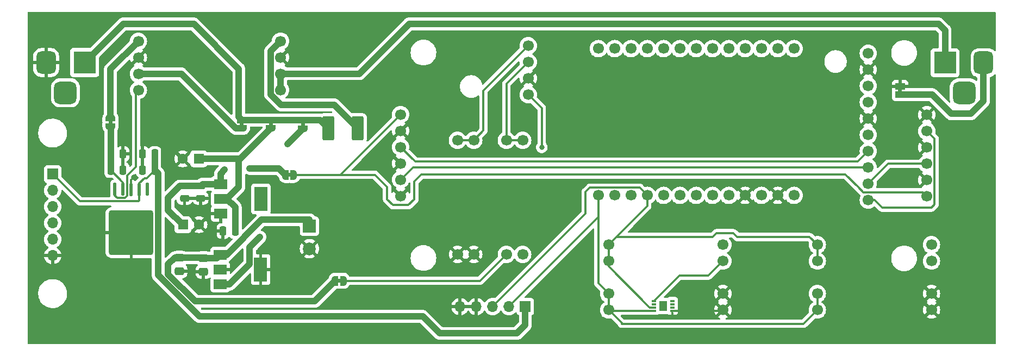
<source format=gbr>
%TF.GenerationSoftware,KiCad,Pcbnew,7.0.8-7.0.8~ubuntu20.04.1*%
%TF.CreationDate,2023-10-29T15:28:36+01:00*%
%TF.ProjectId,Hardware_2,48617264-7761-4726-955f-322e6b696361,rev?*%
%TF.SameCoordinates,Original*%
%TF.FileFunction,Copper,L2,Bot*%
%TF.FilePolarity,Positive*%
%FSLAX46Y46*%
G04 Gerber Fmt 4.6, Leading zero omitted, Abs format (unit mm)*
G04 Created by KiCad (PCBNEW 7.0.8-7.0.8~ubuntu20.04.1) date 2023-10-29 15:28:36*
%MOMM*%
%LPD*%
G01*
G04 APERTURE LIST*
G04 Aperture macros list*
%AMRoundRect*
0 Rectangle with rounded corners*
0 $1 Rounding radius*
0 $2 $3 $4 $5 $6 $7 $8 $9 X,Y pos of 4 corners*
0 Add a 4 corners polygon primitive as box body*
4,1,4,$2,$3,$4,$5,$6,$7,$8,$9,$2,$3,0*
0 Add four circle primitives for the rounded corners*
1,1,$1+$1,$2,$3*
1,1,$1+$1,$4,$5*
1,1,$1+$1,$6,$7*
1,1,$1+$1,$8,$9*
0 Add four rect primitives between the rounded corners*
20,1,$1+$1,$2,$3,$4,$5,0*
20,1,$1+$1,$4,$5,$6,$7,0*
20,1,$1+$1,$6,$7,$8,$9,0*
20,1,$1+$1,$8,$9,$2,$3,0*%
%AMFreePoly0*
4,1,19,0.500000,-0.750000,0.000000,-0.750000,0.000000,-0.744911,-0.071157,-0.744911,-0.207708,-0.704816,-0.327430,-0.627875,-0.420627,-0.520320,-0.479746,-0.390866,-0.500000,-0.250000,-0.500000,0.250000,-0.479746,0.390866,-0.420627,0.520320,-0.327430,0.627875,-0.207708,0.704816,-0.071157,0.744911,0.000000,0.744911,0.000000,0.750000,0.500000,0.750000,0.500000,-0.750000,0.500000,-0.750000,
$1*%
%AMFreePoly1*
4,1,19,0.000000,0.744911,0.071157,0.744911,0.207708,0.704816,0.327430,0.627875,0.420627,0.520320,0.479746,0.390866,0.500000,0.250000,0.500000,-0.250000,0.479746,-0.390866,0.420627,-0.520320,0.327430,-0.627875,0.207708,-0.704816,0.071157,-0.744911,0.000000,-0.744911,0.000000,-0.750000,-0.500000,-0.750000,-0.500000,0.750000,0.000000,0.750000,0.000000,0.744911,0.000000,0.744911,
$1*%
G04 Aperture macros list end*
%TA.AperFunction,SMDPad,CuDef*%
%ADD10R,0.750000X0.300000*%
%TD*%
%TA.AperFunction,SMDPad,CuDef*%
%ADD11R,1.300000X1.500000*%
%TD*%
%TA.AperFunction,ComponentPad*%
%ADD12C,1.700000*%
%TD*%
%TA.AperFunction,SMDPad,CuDef*%
%ADD13RoundRect,0.250000X-0.475000X0.337500X-0.475000X-0.337500X0.475000X-0.337500X0.475000X0.337500X0*%
%TD*%
%TA.AperFunction,ComponentPad*%
%ADD14RoundRect,0.875000X-0.875000X-0.875000X0.875000X-0.875000X0.875000X0.875000X-0.875000X0.875000X0*%
%TD*%
%TA.AperFunction,ComponentPad*%
%ADD15RoundRect,0.750000X-0.750000X-1.000000X0.750000X-1.000000X0.750000X1.000000X-0.750000X1.000000X0*%
%TD*%
%TA.AperFunction,ComponentPad*%
%ADD16R,3.500000X3.500000*%
%TD*%
%TA.AperFunction,ComponentPad*%
%ADD17R,1.700000X1.700000*%
%TD*%
%TA.AperFunction,ComponentPad*%
%ADD18O,1.700000X1.700000*%
%TD*%
%TA.AperFunction,SMDPad,CuDef*%
%ADD19RoundRect,0.250000X-0.475000X0.250000X-0.475000X-0.250000X0.475000X-0.250000X0.475000X0.250000X0*%
%TD*%
%TA.AperFunction,SMDPad,CuDef*%
%ADD20FreePoly0,270.000000*%
%TD*%
%TA.AperFunction,SMDPad,CuDef*%
%ADD21FreePoly1,270.000000*%
%TD*%
%TA.AperFunction,ComponentPad*%
%ADD22RoundRect,0.750000X0.750000X1.000000X-0.750000X1.000000X-0.750000X-1.000000X0.750000X-1.000000X0*%
%TD*%
%TA.AperFunction,ComponentPad*%
%ADD23RoundRect,0.875000X0.875000X0.875000X-0.875000X0.875000X-0.875000X-0.875000X0.875000X-0.875000X0*%
%TD*%
%TA.AperFunction,SMDPad,CuDef*%
%ADD24RoundRect,0.250000X0.250000X0.475000X-0.250000X0.475000X-0.250000X-0.475000X0.250000X-0.475000X0*%
%TD*%
%TA.AperFunction,ComponentPad*%
%ADD25R,1.600000X1.600000*%
%TD*%
%TA.AperFunction,ComponentPad*%
%ADD26C,1.600000*%
%TD*%
%TA.AperFunction,SMDPad,CuDef*%
%ADD27RoundRect,0.250000X-0.675000X-1.625000X0.675000X-1.625000X0.675000X1.625000X-0.675000X1.625000X0*%
%TD*%
%TA.AperFunction,SMDPad,CuDef*%
%ADD28RoundRect,0.125000X0.125000X0.875000X-0.125000X0.875000X-0.125000X-0.875000X0.125000X-0.875000X0*%
%TD*%
%TA.AperFunction,SMDPad,CuDef*%
%ADD29RoundRect,0.500000X3.000000X3.000000X-3.000000X3.000000X-3.000000X-3.000000X3.000000X-3.000000X0*%
%TD*%
%TA.AperFunction,ComponentPad*%
%ADD30R,2.000000X2.000000*%
%TD*%
%TA.AperFunction,ComponentPad*%
%ADD31C,2.000000*%
%TD*%
%TA.AperFunction,SMDPad,CuDef*%
%ADD32R,2.000000X1.500000*%
%TD*%
%TA.AperFunction,SMDPad,CuDef*%
%ADD33R,2.000000X3.800000*%
%TD*%
%TA.AperFunction,SMDPad,CuDef*%
%ADD34RoundRect,0.250000X-0.250000X-0.475000X0.250000X-0.475000X0.250000X0.475000X-0.250000X0.475000X0*%
%TD*%
%TA.AperFunction,SMDPad,CuDef*%
%ADD35R,1.500000X1.000000*%
%TD*%
%TA.AperFunction,SMDPad,CuDef*%
%ADD36FreePoly0,0.000000*%
%TD*%
%TA.AperFunction,SMDPad,CuDef*%
%ADD37FreePoly1,0.000000*%
%TD*%
%TA.AperFunction,ViaPad*%
%ADD38C,0.800000*%
%TD*%
%TA.AperFunction,Conductor*%
%ADD39C,0.300000*%
%TD*%
%TA.AperFunction,Conductor*%
%ADD40C,1.000000*%
%TD*%
G04 APERTURE END LIST*
%TA.AperFunction,EtchedComponent*%
%TO.C,JP12*%
G36*
X78300000Y-35550000D02*
G01*
X77700000Y-35550000D01*
X77700000Y-35050000D01*
X78300000Y-35050000D01*
X78300000Y-35550000D01*
G37*
%TD.AperFunction*%
%TA.AperFunction,EtchedComponent*%
%TO.C,JP1*%
G36*
X103300000Y-35850000D02*
G01*
X102700000Y-35850000D01*
X102700000Y-35350000D01*
X103300000Y-35350000D01*
X103300000Y-35850000D01*
G37*
%TD.AperFunction*%
%TA.AperFunction,EtchedComponent*%
%TO.C,JP2*%
G36*
X108300000Y-35900000D02*
G01*
X107700000Y-35900000D01*
X107700000Y-35400000D01*
X108300000Y-35400000D01*
X108300000Y-35900000D01*
G37*
%TD.AperFunction*%
%TA.AperFunction,EtchedComponent*%
%TO.C,JP5*%
G36*
X201300000Y-30600000D02*
G01*
X200700000Y-30600000D01*
X200700000Y-30100000D01*
X201300000Y-30100000D01*
X201300000Y-30600000D01*
G37*
%TD.AperFunction*%
%TA.AperFunction,EtchedComponent*%
%TO.C,JP4*%
G36*
X106150000Y-43800000D02*
G01*
X105650000Y-43800000D01*
X105650000Y-43200000D01*
X106150000Y-43200000D01*
X106150000Y-43800000D01*
G37*
%TD.AperFunction*%
%TA.AperFunction,EtchedComponent*%
%TO.C,JP13*%
G36*
X98775000Y-35850000D02*
G01*
X98175000Y-35850000D01*
X98175000Y-35350000D01*
X98775000Y-35350000D01*
X98775000Y-35850000D01*
G37*
%TD.AperFunction*%
%TA.AperFunction,EtchedComponent*%
%TO.C,JP3*%
G36*
X113900000Y-60300000D02*
G01*
X113400000Y-60300000D01*
X113400000Y-59700000D01*
X113900000Y-59700000D01*
X113900000Y-60300000D01*
G37*
%TD.AperFunction*%
%TD*%
D10*
%TO.P,U14,1,NC*%
%TO.N,unconnected-(U14-NC-Pad1)*%
X165525000Y-63175000D03*
%TO.P,U14,2,NC*%
%TO.N,unconnected-(U14-NC-Pad2)*%
X165525000Y-63675000D03*
%TO.P,U14,3,NC*%
%TO.N,unconnected-(U14-NC-Pad3)*%
X165525000Y-64175000D03*
%TO.P,U14,4,GND*%
%TO.N,GND*%
X165525000Y-64675000D03*
%TO.P,U14,5,SDA*%
%TO.N,I2C_SDA*%
X162625000Y-64675000D03*
%TO.P,U14,6,SCL*%
%TO.N,I2C_SCL*%
X162625000Y-64175000D03*
%TO.P,U14,7,NC*%
%TO.N,unconnected-(U14-NC-Pad7)*%
X162625000Y-63675000D03*
%TO.P,U14,8,VCC*%
%TO.N,+3V3*%
X162625000Y-63175000D03*
D11*
%TO.P,U14,9,EP*%
%TO.N,unconnected-(U14-EP-Pad9)*%
X164075000Y-63925000D03*
%TD*%
D12*
%TO.P,AFE2,1,-OP2*%
%TO.N,GND*%
X123200000Y-46800000D03*
%TO.P,AFE2,2,+OP2*%
%TO.N,Net-(AFE2-+OP2)*%
X123200000Y-44260000D03*
%TO.P,AFE2,3,-OP1*%
%TO.N,GND*%
X123200000Y-41720000D03*
%TO.P,AFE2,4,+OP1*%
%TO.N,Net-(AFE2-+OP1)*%
X123200000Y-39180000D03*
%TO.P,AFE2,5,-VIN*%
%TO.N,GND*%
X123200000Y-36640000D03*
%TO.P,AFE2,6,+VIN*%
%TO.N,AFE-3.5V*%
X123200000Y-34100000D03*
%TD*%
%TO.P,U2,1,GND*%
%TO.N,GND*%
X132055000Y-55890000D03*
%TO.P,U2,2,GND*%
X134595000Y-55890000D03*
%TO.P,U2,3,3v3*%
%TO.N,+3V3*%
X139675000Y-55890000D03*
%TO.P,U2,4,3v3*%
X142215000Y-55890000D03*
%TO.P,U2,5,SCL*%
%TO.N,I2C_SCL*%
X142215000Y-38110000D03*
%TO.P,U2,6,SCL*%
X139675000Y-38110000D03*
%TO.P,U2,7,SDA*%
%TO.N,I2C_SDA*%
X134595000Y-38110000D03*
%TO.P,U2,8,SDA*%
X132055000Y-38110000D03*
%TD*%
%TO.P,U1,1,IO25*%
%TO.N,unconnected-(U1-IO25-Pad1)*%
X184480000Y-23840000D03*
%TO.P,U1,2,IO4*%
%TO.N,5V_en*%
X181940000Y-23840000D03*
%TO.P,U1,3,IO0*%
%TO.N,unconnected-(U1-IO0-Pad3)*%
X179400000Y-23840000D03*
%TO.P,U1,4,IO2*%
%TO.N,ADC_OPC-N3*%
X176860000Y-23840000D03*
%TO.P,U1,5,IO15*%
%TO.N,SPI_CS*%
X174320000Y-23840000D03*
%TO.P,U1,6,IO13*%
%TO.N,SPI_MOSI*%
X171780000Y-23840000D03*
%TO.P,U1,7,IO12*%
%TO.N,SPI_MISO*%
X169240000Y-23840000D03*
%TO.P,U1,8,IO14*%
%TO.N,SPI_CSK*%
X166700000Y-23840000D03*
%TO.P,U1,9,IO35*%
%TO.N,ADC_BATT*%
X164160000Y-23840000D03*
%TO.P,U1,10,IO34*%
%TO.N,ADC_AFE*%
X161620000Y-23840000D03*
%TO.P,U1,11,RST*%
%TO.N,RESET*%
X159080000Y-23840000D03*
%TO.P,U1,12,S_VN*%
%TO.N,UART_TX*%
X156540000Y-23840000D03*
%TO.P,U1,13,S_VP*%
%TO.N,UART_RX*%
X154000000Y-23840000D03*
%TO.P,U1,14,IO21*%
%TO.N,I2C_SDA*%
X154000000Y-46700000D03*
%TO.P,U1,15,TXD*%
%TO.N,UART_TXD*%
X156540000Y-46700000D03*
%TO.P,U1,16,RXD*%
%TO.N,UART_RXD*%
X159080000Y-46700000D03*
%TO.P,U1,17,IO22*%
%TO.N,I2C_SCL*%
X161620000Y-46700000D03*
%TO.P,U1,18,IO23*%
%TO.N,unconnected-(U1-IO23-Pad18)*%
X164160000Y-46700000D03*
%TO.P,U1,19,IO19*%
%TO.N,unconnected-(U1-IO19-Pad19)*%
X166700000Y-46700000D03*
%TO.P,U1,20,LoRa2*%
%TO.N,lora2*%
X169240000Y-46700000D03*
%TO.P,U1,21,LoRa1*%
%TO.N,lora1*%
X171780000Y-46700000D03*
%TO.P,U1,22,IO26*%
%TO.N,unconnected-(U1-IO26-Pad22)*%
X174320000Y-46700000D03*
%TO.P,U1,23,GND*%
%TO.N,GND*%
X176860000Y-46700000D03*
%TO.P,U1,24,3V3*%
%TO.N,+3V3*%
X179400000Y-46700000D03*
%TO.P,U1,25,GND*%
%TO.N,GND*%
X181940000Y-46700000D03*
%TO.P,U1,26,5V*%
%TO.N,+5C*%
X184480000Y-46700000D03*
%TD*%
%TO.P,AFE1,1,-OP2*%
%TO.N,GND*%
X205180000Y-34150000D03*
%TO.P,AFE1,2,+OP2*%
%TO.N,Net-(AFE1-+OP2)*%
X205180000Y-36690000D03*
%TO.P,AFE1,3,-OP1*%
%TO.N,GND*%
X205180000Y-39230000D03*
%TO.P,AFE1,4,+OP1*%
%TO.N,Net-(AFE1-+OP1)*%
X205180000Y-41770000D03*
%TO.P,AFE1,5,-VIN*%
%TO.N,GND*%
X205180000Y-44310000D03*
%TO.P,AFE1,6,+VIN*%
%TO.N,AFE-3.5V*%
X205180000Y-46850000D03*
%TD*%
%TO.P,U3,1,VCC*%
%TO.N,+3V3*%
X196040000Y-24570000D03*
%TO.P,U3,2,GND*%
%TO.N,GND*%
X196040000Y-27110000D03*
%TO.P,U3,3,SCL*%
%TO.N,I2C_SCL*%
X196040000Y-29650000D03*
%TO.P,U3,4,SDA*%
%TO.N,I2C_SDA*%
X196040000Y-32190000D03*
%TO.P,U3,5,ADDR*%
%TO.N,GND*%
X196040000Y-34730000D03*
%TO.P,U3,6,ALERT*%
%TO.N,unconnected-(U3-ALERT-Pad6)*%
X196040000Y-37270000D03*
%TO.P,U3,7,A0*%
%TO.N,Net-(AFE2-+OP1)*%
X196040000Y-39810000D03*
%TO.P,U3,8,A1*%
%TO.N,Net-(AFE2-+OP2)*%
X196040000Y-42350000D03*
%TO.P,U3,9,A2*%
%TO.N,Net-(AFE1-+OP1)*%
X196040000Y-44890000D03*
%TO.P,U3,10,A3*%
%TO.N,Net-(AFE1-+OP2)*%
X196040000Y-47430000D03*
%TD*%
%TO.P,U5,4,SDA*%
%TO.N,I2C_SDA*%
X143080000Y-23380000D03*
%TO.P,U5,3,SCL*%
%TO.N,I2C_SCL*%
X143080000Y-25920000D03*
%TO.P,U5,2,GND*%
%TO.N,GND*%
X143080000Y-28460000D03*
%TO.P,U5,1,VCC*%
%TO.N,+3V3*%
X143080000Y-31000000D03*
%TD*%
%TO.P,U6,1,EN*%
%TO.N,Net-(U6-EN)*%
X104510000Y-30283000D03*
%TO.P,U6,2,IN+*%
X104510000Y-27743000D03*
%TO.P,U6,3,GND*%
%TO.N,GND*%
X104510000Y-25203000D03*
%TO.P,U6,4,OUT+*%
%TO.N,Net-(D1-A)*%
X104510000Y-22663000D03*
%TD*%
%TO.P,U11,1,EN*%
%TO.N,5V_en*%
X82356000Y-30314000D03*
%TO.P,U11,2,IN+*%
%TO.N,Net-(JP13-B)*%
X82356000Y-27774000D03*
%TO.P,U11,3,GND*%
%TO.N,GND*%
X82356000Y-25234000D03*
%TO.P,U11,4,OUT+*%
%TO.N,Net-(JP12-A)*%
X82356000Y-22694000D03*
%TD*%
D13*
%TO.P,C13,1*%
%TO.N,Net-(JP3-A)*%
X92500000Y-56500000D03*
%TO.P,C13,2*%
%TO.N,GND*%
X92500000Y-58575000D03*
%TD*%
D12*
%TO.P,U12,1,GND*%
%TO.N,GND*%
X205890000Y-64545000D03*
%TO.P,U12,2,GND*%
X205890000Y-62005000D03*
%TO.P,U12,3,3v3*%
%TO.N,+3V3*%
X205890000Y-56925000D03*
%TO.P,U12,4,3v3*%
X205890000Y-54385000D03*
%TO.P,U12,5,SCL*%
%TO.N,I2C_SCL*%
X188110000Y-54385000D03*
%TO.P,U12,6,SCL*%
X188110000Y-56925000D03*
%TO.P,U12,7,SDA*%
%TO.N,I2C_SDA*%
X188110000Y-62005000D03*
%TO.P,U12,8,SDA*%
X188110000Y-64545000D03*
%TD*%
%TO.P,U10,1,GND*%
%TO.N,GND*%
X173390000Y-64545000D03*
%TO.P,U10,2,GND*%
X173390000Y-62005000D03*
%TO.P,U10,3,3v3*%
%TO.N,+3V3*%
X173390000Y-56925000D03*
%TO.P,U10,4,3v3*%
X173390000Y-54385000D03*
%TO.P,U10,5,SCL*%
%TO.N,I2C_SCL*%
X155610000Y-54385000D03*
%TO.P,U10,6,SCL*%
X155610000Y-56925000D03*
%TO.P,U10,7,SDA*%
%TO.N,I2C_SDA*%
X155610000Y-62005000D03*
%TO.P,U10,8,SDA*%
X155610000Y-64545000D03*
%TD*%
D14*
%TO.P,J4,3*%
%TO.N,unconnected-(J4-Pad3)*%
X71000000Y-30700000D03*
D15*
%TO.P,J4,2*%
%TO.N,GND*%
X68000000Y-26000000D03*
D16*
%TO.P,J4,1*%
%TO.N,Net-(D1-K)*%
X74000000Y-26000000D03*
%TD*%
D17*
%TO.P,J1,1,Pin_1*%
%TO.N,OPC-N3-5V*%
X142620000Y-64000000D03*
D18*
%TO.P,J1,2,Pin_2*%
%TO.N,I2C_SDA*%
X140080000Y-64000000D03*
%TO.P,J1,3,Pin_3*%
%TO.N,I2C_SCL*%
X137540000Y-64000000D03*
%TO.P,J1,4,Pin_4*%
%TO.N,GND*%
X135000000Y-64000000D03*
%TO.P,J1,5,Pin_5*%
X132460000Y-64000000D03*
%TD*%
D19*
%TO.P,C5,1*%
%TO.N,Net-(JP4-A)*%
X92050000Y-45250000D03*
%TO.P,C5,2*%
%TO.N,GND*%
X92050000Y-47150000D03*
%TD*%
D20*
%TO.P,JP12,1,A*%
%TO.N,Net-(JP12-A)*%
X78000000Y-34650000D03*
D21*
%TO.P,JP12,2,B*%
%TO.N,Net-(JP12-B)*%
X78000000Y-35950000D03*
%TD*%
D20*
%TO.P,JP1,1,A*%
%TO.N,Net-(D1-K)*%
X103000000Y-34950000D03*
D21*
%TO.P,JP1,2,B*%
%TO.N,Net-(JP1-B)*%
X103000000Y-36250000D03*
%TD*%
D16*
%TO.P,J3,1*%
%TO.N,Net-(U6-EN)*%
X208000000Y-26042500D03*
D22*
%TO.P,J3,2*%
%TO.N,Net-(JP5-A)*%
X214000000Y-26042500D03*
D23*
%TO.P,J3,3*%
%TO.N,unconnected-(J3-Pad3)*%
X211000000Y-30742500D03*
%TD*%
D24*
%TO.P,C4,1*%
%TO.N,Net-(JP1-B)*%
X97450000Y-52250000D03*
%TO.P,C4,2*%
%TO.N,GND*%
X95550000Y-52250000D03*
%TD*%
D25*
%TO.P,C3,1*%
%TO.N,Net-(JP1-B)*%
X91755112Y-41000000D03*
D26*
%TO.P,C3,2*%
%TO.N,GND*%
X89255112Y-41000000D03*
%TD*%
D24*
%TO.P,C11,1*%
%TO.N,OPC-N3-5V*%
X84900000Y-40250000D03*
%TO.P,C11,2*%
%TO.N,GND*%
X83000000Y-40250000D03*
%TD*%
D27*
%TO.P,D1,1,K*%
%TO.N,Net-(D1-K)*%
X111975000Y-36250000D03*
%TO.P,D1,2,A*%
%TO.N,Net-(D1-A)*%
X116525000Y-36250000D03*
%TD*%
D28*
%TO.P,U13,1,EN*%
%TO.N,5V_en*%
X78710000Y-45769000D03*
%TO.P,U13,2,VIN*%
%TO.N,Net-(JP12-B)*%
X79980000Y-45769000D03*
%TO.P,U13,3,GND*%
%TO.N,GND*%
X81246666Y-45780111D03*
%TO.P,U13,4,VOUT*%
%TO.N,OPC-N3-5V*%
X82520000Y-45780111D03*
%TO.P,U13,5,ADJ*%
%TO.N,unconnected-(U13-ADJ-Pad5)*%
X83790000Y-45769000D03*
D29*
%TO.P,U13,6,GNDPAD*%
%TO.N,GND*%
X81250000Y-52500000D03*
%TD*%
D24*
%TO.P,C12,1*%
%TO.N,OPC-N3-5V*%
X84900000Y-42750000D03*
%TO.P,C12,2*%
%TO.N,GND*%
X83000000Y-42750000D03*
%TD*%
D25*
%TO.P,C8,1*%
%TO.N,Net-(JP4-A)*%
X89300000Y-51250000D03*
D26*
%TO.P,C8,2*%
%TO.N,GND*%
X91800000Y-51250000D03*
%TD*%
D13*
%TO.P,C6,1*%
%TO.N,Net-(JP3-A)*%
X88750000Y-56425000D03*
%TO.P,C6,2*%
%TO.N,GND*%
X88750000Y-58500000D03*
%TD*%
D30*
%TO.P,C14,1*%
%TO.N,Net-(JP3-A)*%
X109000000Y-51500000D03*
D31*
%TO.P,C14,2*%
%TO.N,GND*%
X109000000Y-55000000D03*
%TD*%
D32*
%TO.P,U7,1,Vss*%
%TO.N,GND*%
X95150000Y-49550000D03*
%TO.P,U7,2,IN*%
%TO.N,Net-(JP1-B)*%
X95150000Y-47250000D03*
%TO.P,U7,3,OUT*%
%TO.N,Net-(JP4-A)*%
X95150000Y-44950000D03*
D33*
%TO.P,U7,4,PAD*%
%TO.N,unconnected-(U7-PAD-Pad4)*%
X101450000Y-47250000D03*
%TD*%
D17*
%TO.P,J2,1,Pin_1*%
%TO.N,OPC-N3-5V*%
X69000000Y-43380000D03*
D18*
%TO.P,J2,2,Pin_2*%
%TO.N,SPI_CSK*%
X69000000Y-45920000D03*
%TO.P,J2,3,Pin_3*%
%TO.N,SPI_MISO*%
X69000000Y-48460000D03*
%TO.P,J2,4,Pin_4*%
%TO.N,SPI_MOSI*%
X69000000Y-51000000D03*
%TO.P,J2,5,Pin_5*%
%TO.N,SPI_CS*%
X69000000Y-53540000D03*
%TO.P,J2,6,Pin_6*%
%TO.N,GND*%
X69000000Y-56080000D03*
%TD*%
D32*
%TO.P,U8,1,IN*%
%TO.N,Net-(JP2-B)*%
X95100000Y-60550000D03*
%TO.P,U8,2,GND*%
%TO.N,GND*%
X95100000Y-58250000D03*
%TO.P,U8,3,OUT*%
%TO.N,Net-(JP3-A)*%
X95100000Y-55950000D03*
D33*
%TO.P,U8,4,TAB*%
%TO.N,GND*%
X101400000Y-58250000D03*
%TD*%
D20*
%TO.P,JP2,1,A*%
%TO.N,Net-(D1-K)*%
X108000000Y-35000000D03*
D21*
%TO.P,JP2,2,B*%
%TO.N,Net-(JP2-B)*%
X108000000Y-36300000D03*
%TD*%
D19*
%TO.P,C7,1*%
%TO.N,Net-(JP4-A)*%
X89550000Y-45250000D03*
%TO.P,C7,2*%
%TO.N,GND*%
X89550000Y-47150000D03*
%TD*%
D34*
%TO.P,C9,2*%
%TO.N,GND*%
X79950000Y-40250000D03*
%TO.P,C9,1*%
%TO.N,Net-(JP12-B)*%
X78050000Y-40250000D03*
%TD*%
D35*
%TO.P,JP5,1,A*%
%TO.N,Net-(JP5-A)*%
X201000000Y-31000000D03*
%TO.P,JP5,2,B*%
%TO.N,GND*%
X201000000Y-29700000D03*
%TD*%
D36*
%TO.P,JP4,1,A*%
%TO.N,Net-(JP4-A)*%
X105250000Y-43500000D03*
D37*
%TO.P,JP4,2,B*%
%TO.N,AFE-3.5V*%
X106550000Y-43500000D03*
%TD*%
D34*
%TO.P,C10,1*%
%TO.N,Net-(JP12-B)*%
X78050000Y-42750000D03*
%TO.P,C10,2*%
%TO.N,GND*%
X79950000Y-42750000D03*
%TD*%
D20*
%TO.P,JP13,1,A*%
%TO.N,Net-(D1-K)*%
X98475000Y-34950000D03*
D21*
%TO.P,JP13,2,B*%
%TO.N,Net-(JP13-B)*%
X98475000Y-36250000D03*
%TD*%
D36*
%TO.P,JP3,1,A*%
%TO.N,Net-(JP3-A)*%
X113000000Y-60000000D03*
D37*
%TO.P,JP3,2,B*%
%TO.N,+3V3*%
X114300000Y-60000000D03*
%TD*%
D38*
%TO.N,+3V3*%
X145200000Y-39200000D03*
%TO.N,GND*%
X81600000Y-43900000D03*
%TO.N,Net-(JP4-A)*%
X99700000Y-42500000D03*
X95800000Y-42700000D03*
%TO.N,GND*%
X92600000Y-61100000D03*
X90500000Y-60200000D03*
X97200000Y-57400000D03*
%TO.N,Net-(JP2-B)*%
X105600000Y-38700000D03*
X101300000Y-53200000D03*
%TD*%
D39*
%TO.N,I2C_SDA*%
X157650000Y-66585000D02*
X157650000Y-66700000D01*
X155610000Y-64545000D02*
X157650000Y-66585000D01*
X157650000Y-66700000D02*
X185955000Y-66700000D01*
X185955000Y-66700000D02*
X188110000Y-64545000D01*
%TO.N,GND*%
X165525000Y-64675000D02*
X173260000Y-64675000D01*
X173260000Y-64675000D02*
X173390000Y-64545000D01*
%TO.N,+3V3*%
X162625000Y-63175000D02*
X166613559Y-59186441D01*
X166613559Y-59186441D02*
X171128559Y-59186441D01*
X171128559Y-59186441D02*
X173390000Y-56925000D01*
%TO.N,I2C_SDA*%
X162625000Y-64675000D02*
X155740000Y-64675000D01*
X155740000Y-64675000D02*
X155610000Y-64545000D01*
%TO.N,I2C_SCL*%
X155610000Y-56925000D02*
X155610000Y-57770344D01*
X155610000Y-57770344D02*
X162014656Y-64175000D01*
X162014656Y-64175000D02*
X162625000Y-64175000D01*
%TO.N,AFE-3.5V*%
X113650000Y-43500000D02*
X119200000Y-43500000D01*
X119200000Y-43500000D02*
X121100000Y-45400000D01*
X121100000Y-45400000D02*
X121100000Y-47325000D01*
X124425000Y-48225000D02*
X125350000Y-47300000D01*
X192500000Y-43450000D02*
X194475000Y-45425000D01*
X121100000Y-47325000D02*
X122000000Y-48225000D01*
X122000000Y-48225000D02*
X124425000Y-48225000D01*
X125350000Y-44550000D02*
X126450000Y-43450000D01*
X126450000Y-43450000D02*
X192500000Y-43450000D01*
X125350000Y-47300000D02*
X125350000Y-44550000D01*
X106550000Y-43500000D02*
X113650000Y-43500000D01*
X194050000Y-45000000D02*
X194475000Y-45425000D01*
X113650000Y-43500000D02*
X113800000Y-43500000D01*
X194475000Y-45425000D02*
X195250000Y-46200000D01*
%TO.N,Net-(AFE2-+OP2)*%
X196040000Y-42350000D02*
X125110000Y-42350000D01*
X125110000Y-42350000D02*
X123200000Y-44260000D01*
%TO.N,Net-(AFE2-+OP1)*%
X123200000Y-39180000D02*
X125470000Y-41450000D01*
X125470000Y-41450000D02*
X194400000Y-41450000D01*
X194400000Y-41450000D02*
X196040000Y-39810000D01*
%TO.N,I2C_SCL*%
X188110000Y-54385000D02*
X186914656Y-53189656D01*
X186914656Y-53189656D02*
X175639656Y-53189656D01*
X175639656Y-53189656D02*
X175050000Y-52600000D01*
X175050000Y-52600000D02*
X172400000Y-52600000D01*
X172400000Y-52600000D02*
X171810344Y-53189656D01*
X156805344Y-53189656D02*
X155610000Y-54385000D01*
X171810344Y-53189656D02*
X156805344Y-53189656D01*
%TO.N,Net-(AFE1-+OP2)*%
X205180000Y-36690000D02*
X206380000Y-37890000D01*
X206380000Y-37890000D02*
X206380000Y-48120000D01*
X206380000Y-48120000D02*
X205900000Y-48600000D01*
X205900000Y-48600000D02*
X198200000Y-48600000D01*
X198200000Y-48600000D02*
X197030000Y-47430000D01*
X197030000Y-47430000D02*
X196040000Y-47430000D01*
%TO.N,AFE-3.5V*%
X113800000Y-43500000D02*
X121725000Y-35575000D01*
X121725000Y-35575000D02*
X123200000Y-34100000D01*
X121500000Y-35800000D02*
X121725000Y-35575000D01*
%TO.N,I2C_SCL*%
X137540000Y-64000000D02*
X152020000Y-49520000D01*
X152020000Y-49520000D02*
X152020000Y-46180000D01*
X152020000Y-46180000D02*
X152700000Y-45500000D01*
X152700000Y-45500000D02*
X160420000Y-45500000D01*
X160420000Y-45500000D02*
X161620000Y-46700000D01*
%TO.N,AFE-3.5V*%
X123200000Y-34100000D02*
X122000000Y-35300000D01*
X204530000Y-46200000D02*
X205180000Y-46850000D01*
X195250000Y-46200000D02*
X204530000Y-46200000D01*
%TO.N,I2C_SDA*%
X134595000Y-38110000D02*
X132055000Y-38110000D01*
D40*
%TO.N,Net-(U6-EN)*%
X104510000Y-27743000D02*
X104510000Y-30283000D01*
D39*
%TO.N,+3V3*%
X145200000Y-33120000D02*
X145200000Y-39200000D01*
X143080000Y-31000000D02*
X145200000Y-33120000D01*
%TO.N,GND*%
X81246666Y-45780111D02*
X81246666Y-44253334D01*
X81246666Y-44253334D02*
X81600000Y-43900000D01*
D40*
%TO.N,Net-(JP12-B)*%
X78050000Y-40250000D02*
X78050000Y-36000000D01*
X78050000Y-36000000D02*
X78000000Y-35950000D01*
%TO.N,Net-(JP12-A)*%
X78000000Y-31300000D02*
X78000000Y-32350000D01*
X78000000Y-27050000D02*
X78000000Y-31300000D01*
X78000000Y-31300000D02*
X78000000Y-34650000D01*
%TO.N,Net-(JP4-A)*%
X95150000Y-44950000D02*
X95150000Y-43350000D01*
X95150000Y-43350000D02*
X95800000Y-42700000D01*
X99700000Y-42500000D02*
X104250000Y-42500000D01*
X104250000Y-42500000D02*
X105250000Y-43500000D01*
D39*
%TO.N,+3V3*%
X114300000Y-60000000D02*
X135565000Y-60000000D01*
X135565000Y-60000000D02*
X139675000Y-55890000D01*
%TO.N,Net-(AFE1-+OP1)*%
X205180000Y-41770000D02*
X199160000Y-41770000D01*
X199160000Y-41770000D02*
X196040000Y-44890000D01*
D40*
%TO.N,Net-(JP2-B)*%
X96550000Y-60550000D02*
X99700000Y-57400000D01*
X99700000Y-57400000D02*
X99700000Y-54800000D01*
X99700000Y-54800000D02*
X101300000Y-53200000D01*
X105600000Y-38700000D02*
X108000000Y-36300000D01*
%TO.N,Net-(D1-A)*%
X116525000Y-36250000D02*
X112875000Y-32600000D01*
X112875000Y-32600000D02*
X104600000Y-32600000D01*
X102960000Y-24213000D02*
X104510000Y-22663000D01*
X104600000Y-32600000D02*
X102960000Y-30960000D01*
X102960000Y-30960000D02*
X102960000Y-24213000D01*
%TO.N,Net-(U6-EN)*%
X124520000Y-20000000D02*
X116777000Y-27743000D01*
X116777000Y-27743000D02*
X104510000Y-27743000D01*
D39*
%TO.N,I2C_SCL*%
X139675000Y-38110000D02*
X142215000Y-38110000D01*
X143080000Y-25920000D02*
X139675000Y-29325000D01*
X139675000Y-29325000D02*
X139675000Y-38110000D01*
%TO.N,I2C_SDA*%
X134595000Y-38110000D02*
X136090000Y-36615000D01*
X136090000Y-36615000D02*
X136090000Y-30370000D01*
X136090000Y-30370000D02*
X143080000Y-23380000D01*
D40*
%TO.N,OPC-N3-5V*%
X129300000Y-68200000D02*
X141300000Y-68200000D01*
X142620000Y-64000000D02*
X142620000Y-66880000D01*
X142620000Y-66880000D02*
X141300000Y-68200000D01*
X84900000Y-42750000D02*
X85450000Y-43300000D01*
X85450000Y-43300000D02*
X85450000Y-59147056D01*
X85450000Y-59147056D02*
X91848288Y-65545344D01*
X91848288Y-65545344D02*
X126645344Y-65545344D01*
X126645344Y-65545344D02*
X129300000Y-68200000D01*
D39*
%TO.N,I2C_SDA*%
X188110000Y-62005000D02*
X188110000Y-64545000D01*
%TO.N,I2C_SCL*%
X188110000Y-54385000D02*
X188110000Y-56925000D01*
X155610000Y-54385000D02*
X155610000Y-56925000D01*
%TO.N,I2C_SDA*%
X155610000Y-62005000D02*
X155610000Y-64545000D01*
X154000000Y-46700000D02*
X154000000Y-60395000D01*
X154000000Y-60395000D02*
X155610000Y-62005000D01*
%TO.N,I2C_SCL*%
X155610000Y-54385000D02*
X161620000Y-48375000D01*
X161620000Y-48375000D02*
X161620000Y-46700000D01*
%TO.N,I2C_SDA*%
X140080000Y-64000000D02*
X154000000Y-50080000D01*
X154000000Y-50080000D02*
X154000000Y-46700000D01*
%TO.N,OPC-N3-5V*%
X69000000Y-43380000D02*
X73239000Y-47619000D01*
X73239000Y-47619000D02*
X82381000Y-47619000D01*
X82381000Y-47619000D02*
X82520000Y-47480000D01*
X82520000Y-47480000D02*
X82520000Y-45780111D01*
%TO.N,5V_en*%
X78710000Y-45769000D02*
X78710000Y-46769000D01*
X82000000Y-42273530D02*
X82000000Y-30670000D01*
X78710000Y-46769000D02*
X79060000Y-47119000D01*
X79060000Y-47119000D02*
X80301752Y-47119000D01*
X82000000Y-30670000D02*
X82356000Y-30314000D01*
X80301752Y-47119000D02*
X80646666Y-46774086D01*
X80646666Y-46774086D02*
X80646666Y-43626864D01*
X80646666Y-43626864D02*
X82000000Y-42273530D01*
%TO.N,OPC-N3-5V*%
X82520000Y-45780111D02*
X82520000Y-44780111D01*
X82520000Y-44780111D02*
X83300111Y-44000000D01*
X83650000Y-44000000D02*
X84900000Y-42750000D01*
X83300111Y-44000000D02*
X83650000Y-44000000D01*
%TO.N,Net-(JP12-B)*%
X79980000Y-45769000D02*
X79980000Y-44680000D01*
X79980000Y-44680000D02*
X78050000Y-42750000D01*
D40*
%TO.N,OPC-N3-5V*%
X84900000Y-40250000D02*
X84900000Y-42750000D01*
%TO.N,Net-(JP4-A)*%
X89250000Y-51250000D02*
X87000000Y-49000000D01*
X89300000Y-51250000D02*
X89250000Y-51250000D01*
X87000000Y-49000000D02*
X87000000Y-47075000D01*
X87000000Y-47075000D02*
X88825000Y-45250000D01*
X88825000Y-45250000D02*
X89550000Y-45250000D01*
%TO.N,Net-(JP3-A)*%
X95100000Y-55950000D02*
X96100000Y-55950000D01*
X96100000Y-55950000D02*
X101550000Y-50500000D01*
X101550000Y-50500000D02*
X109000000Y-50500000D01*
X87000000Y-57450000D02*
X87000000Y-59000000D01*
X91200000Y-63200000D02*
X109800000Y-63200000D01*
X88025000Y-56425000D02*
X87000000Y-57450000D01*
X88750000Y-56425000D02*
X88025000Y-56425000D01*
X87000000Y-59000000D02*
X91200000Y-63200000D01*
X109800000Y-63200000D02*
X113000000Y-60000000D01*
%TO.N,Net-(JP1-B)*%
X97450000Y-52250000D02*
X97450000Y-48550000D01*
X97450000Y-48550000D02*
X96150000Y-47250000D01*
%TO.N,Net-(JP4-A)*%
X89550000Y-45250000D02*
X92050000Y-45250000D01*
X95150000Y-44950000D02*
X92350000Y-44950000D01*
X92350000Y-44950000D02*
X92050000Y-45250000D01*
%TO.N,Net-(JP3-A)*%
X92500000Y-56500000D02*
X94550000Y-56500000D01*
X94550000Y-56500000D02*
X95100000Y-55950000D01*
X88750000Y-56425000D02*
X92425000Y-56425000D01*
X92425000Y-56425000D02*
X92500000Y-56500000D01*
%TO.N,Net-(JP2-B)*%
X95100000Y-60550000D02*
X96550000Y-60550000D01*
%TO.N,Net-(JP1-B)*%
X98250000Y-41000000D02*
X98000000Y-41000000D01*
X98000000Y-41000000D02*
X91755112Y-41000000D01*
X98000000Y-45400000D02*
X98000000Y-41000000D01*
X95150000Y-47250000D02*
X96150000Y-47250000D01*
X96150000Y-47250000D02*
X98000000Y-45400000D01*
X103000000Y-36250000D02*
X98250000Y-41000000D01*
%TO.N,Net-(JP12-B)*%
X78050000Y-40250000D02*
X78050000Y-42750000D01*
X78050000Y-38600000D02*
X78050000Y-40250000D01*
%TO.N,Net-(JP12-A)*%
X82356000Y-22694000D02*
X78000000Y-27050000D01*
%TO.N,Net-(JP13-B)*%
X98475000Y-36250000D02*
X97535050Y-36250000D01*
X97535050Y-36250000D02*
X89059050Y-27774000D01*
X89059050Y-27774000D02*
X82356000Y-27774000D01*
%TO.N,Net-(D1-K)*%
X74000000Y-26000000D02*
X80000000Y-20000000D01*
X80000000Y-20000000D02*
X91000000Y-20000000D01*
X91000000Y-20000000D02*
X98000000Y-27000000D01*
X98000000Y-27000000D02*
X98000000Y-34475000D01*
X98000000Y-34475000D02*
X98475000Y-34950000D01*
X107975000Y-34950000D02*
X98475000Y-34950000D01*
X111975000Y-36250000D02*
X110675000Y-34950000D01*
X110675000Y-34950000D02*
X107975000Y-34950000D01*
%TO.N,Net-(JP5-A)*%
X201000000Y-31000000D02*
X206000000Y-31000000D01*
X206000000Y-31000000D02*
X209000000Y-34000000D01*
X209000000Y-34000000D02*
X212000000Y-34000000D01*
X212000000Y-34000000D02*
X214000000Y-32000000D01*
X214000000Y-32000000D02*
X214000000Y-26042500D01*
%TO.N,Net-(U6-EN)*%
X208000000Y-21000000D02*
X207000000Y-20000000D01*
X208000000Y-26042500D02*
X208000000Y-21000000D01*
X207000000Y-20000000D02*
X124520000Y-20000000D01*
%TD*%
%TA.AperFunction,Conductor*%
%TO.N,GND*%
G36*
X215843039Y-18119685D02*
G01*
X215888794Y-18172489D01*
X215900000Y-18224000D01*
X215900000Y-24124665D01*
X215880315Y-24191704D01*
X215827511Y-24237459D01*
X215758353Y-24247403D01*
X215694797Y-24218378D01*
X215688319Y-24212346D01*
X215554657Y-24078684D01*
X215554654Y-24078681D01*
X215554650Y-24078678D01*
X215554645Y-24078674D01*
X215369632Y-23950497D01*
X215369630Y-23950495D01*
X215369626Y-23950493D01*
X215335411Y-23934952D01*
X215164681Y-23857403D01*
X215164678Y-23857402D01*
X214946420Y-23802405D01*
X214946413Y-23802404D01*
X214814219Y-23792000D01*
X214814217Y-23792000D01*
X214000000Y-23792000D01*
X213185782Y-23792001D01*
X213053586Y-23802404D01*
X213053579Y-23802405D01*
X212835321Y-23857402D01*
X212835318Y-23857403D01*
X212630377Y-23950491D01*
X212630367Y-23950497D01*
X212445354Y-24078674D01*
X212445342Y-24078684D01*
X212286184Y-24237842D01*
X212286174Y-24237854D01*
X212157997Y-24422867D01*
X212157991Y-24422877D01*
X212064903Y-24627818D01*
X212064902Y-24627821D01*
X212009905Y-24846079D01*
X212009904Y-24846086D01*
X211999500Y-24978281D01*
X211999501Y-27106718D01*
X212009904Y-27238913D01*
X212009905Y-27238920D01*
X212064902Y-27457178D01*
X212064903Y-27457181D01*
X212157991Y-27662122D01*
X212157997Y-27662132D01*
X212286174Y-27847145D01*
X212286178Y-27847150D01*
X212286181Y-27847154D01*
X212445346Y-28006319D01*
X212445350Y-28006322D01*
X212445354Y-28006325D01*
X212568395Y-28091568D01*
X212630374Y-28134507D01*
X212664587Y-28150047D01*
X212835314Y-28227595D01*
X212835315Y-28227595D01*
X212835317Y-28227596D01*
X212905799Y-28245355D01*
X212965996Y-28280823D01*
X212997462Y-28343207D01*
X212999500Y-28365597D01*
X212999500Y-28749702D01*
X212979815Y-28816741D01*
X212927011Y-28862496D01*
X212857853Y-28872440D01*
X212795571Y-28844504D01*
X212672131Y-28740429D01*
X212470189Y-28621925D01*
X212357572Y-28579426D01*
X212251126Y-28539255D01*
X212234172Y-28535976D01*
X212021244Y-28494795D01*
X211968626Y-28492000D01*
X211968622Y-28492000D01*
X210031378Y-28492000D01*
X210031373Y-28492000D01*
X209994971Y-28493933D01*
X209926982Y-28477832D01*
X209878491Y-28427530D01*
X209864893Y-28358996D01*
X209890506Y-28293990D01*
X209945060Y-28253926D01*
X209992331Y-28236296D01*
X210107546Y-28150046D01*
X210193796Y-28034831D01*
X210244091Y-27899983D01*
X210250500Y-27840373D01*
X210250499Y-24244628D01*
X210244091Y-24185017D01*
X210235723Y-24162582D01*
X210193797Y-24050171D01*
X210193793Y-24050164D01*
X210107547Y-23934955D01*
X210107544Y-23934952D01*
X209992335Y-23848706D01*
X209992328Y-23848702D01*
X209857482Y-23798408D01*
X209857483Y-23798408D01*
X209797883Y-23792001D01*
X209797881Y-23792000D01*
X209797873Y-23792000D01*
X209797865Y-23792000D01*
X209124500Y-23792000D01*
X209057461Y-23772315D01*
X209011706Y-23719511D01*
X209000500Y-23668000D01*
X209000500Y-21012715D01*
X209002757Y-20923642D01*
X209002756Y-20923641D01*
X209002757Y-20923637D01*
X208991930Y-20863234D01*
X208991280Y-20858599D01*
X208985074Y-20797562D01*
X208974790Y-20764786D01*
X208972920Y-20757168D01*
X208966859Y-20723348D01*
X208966858Y-20723346D01*
X208966858Y-20723344D01*
X208944098Y-20666366D01*
X208942517Y-20661925D01*
X208924160Y-20603415D01*
X208924159Y-20603414D01*
X208924159Y-20603412D01*
X208907482Y-20573366D01*
X208904122Y-20566288D01*
X208891378Y-20534383D01*
X208891375Y-20534378D01*
X208891374Y-20534376D01*
X208878853Y-20515378D01*
X208857605Y-20483139D01*
X208855183Y-20479142D01*
X208825409Y-20425498D01*
X208803034Y-20399434D01*
X208798306Y-20393163D01*
X208779404Y-20364484D01*
X208779399Y-20364478D01*
X208757715Y-20342795D01*
X208736019Y-20321099D01*
X208732828Y-20317655D01*
X208692865Y-20271104D01*
X208665694Y-20250072D01*
X208659807Y-20244887D01*
X207716452Y-19301532D01*
X207655059Y-19236947D01*
X207627204Y-19217559D01*
X207604709Y-19201902D01*
X207600946Y-19199064D01*
X207553413Y-19160305D01*
X207553406Y-19160300D01*
X207522959Y-19144397D01*
X207516251Y-19140334D01*
X207488049Y-19120705D01*
X207488046Y-19120703D01*
X207488045Y-19120703D01*
X207488041Y-19120701D01*
X207431680Y-19096514D01*
X207427424Y-19094493D01*
X207373057Y-19066094D01*
X207373050Y-19066091D01*
X207373049Y-19066091D01*
X207367008Y-19064362D01*
X207340030Y-19056642D01*
X207332630Y-19054008D01*
X207301057Y-19040459D01*
X207301058Y-19040459D01*
X207240966Y-19028109D01*
X207236391Y-19026986D01*
X207177420Y-19010113D01*
X207177425Y-19010113D01*
X207143158Y-19007503D01*
X207135380Y-19006412D01*
X207101742Y-18999500D01*
X207101741Y-18999500D01*
X207040402Y-18999500D01*
X207035695Y-18999321D01*
X207030121Y-18998896D01*
X206974524Y-18994662D01*
X206954589Y-18997201D01*
X206940440Y-18999003D01*
X206932611Y-18999500D01*
X124532717Y-18999500D01*
X124443637Y-18997243D01*
X124443628Y-18997243D01*
X124383260Y-19008064D01*
X124378595Y-19008718D01*
X124317563Y-19014925D01*
X124317555Y-19014927D01*
X124284781Y-19025210D01*
X124277154Y-19027082D01*
X124243350Y-19033141D01*
X124186384Y-19055894D01*
X124181948Y-19057473D01*
X124123414Y-19075840D01*
X124123412Y-19075841D01*
X124093385Y-19092506D01*
X124086293Y-19095874D01*
X124054383Y-19108621D01*
X124003154Y-19142383D01*
X123999126Y-19144824D01*
X123945502Y-19174588D01*
X123945499Y-19174590D01*
X123919427Y-19196970D01*
X123913160Y-19201695D01*
X123884482Y-19220598D01*
X123884475Y-19220603D01*
X123841116Y-19263962D01*
X123837661Y-19267164D01*
X123791106Y-19307132D01*
X123791105Y-19307133D01*
X123770076Y-19334300D01*
X123764884Y-19340194D01*
X116398899Y-26706181D01*
X116337576Y-26739666D01*
X116311218Y-26742500D01*
X105470758Y-26742500D01*
X105403719Y-26722815D01*
X105383077Y-26706181D01*
X105381402Y-26704506D01*
X105381401Y-26704505D01*
X105195405Y-26574269D01*
X105151781Y-26519692D01*
X105144588Y-26450193D01*
X105176110Y-26387839D01*
X105195405Y-26371119D01*
X105271373Y-26317925D01*
X104642534Y-25689086D01*
X104652315Y-25687680D01*
X104783100Y-25627952D01*
X104891761Y-25533798D01*
X104969493Y-25412844D01*
X104993076Y-25332524D01*
X105624925Y-25964373D01*
X105624926Y-25964373D01*
X105683598Y-25880582D01*
X105683600Y-25880578D01*
X105783429Y-25666492D01*
X105783433Y-25666483D01*
X105844567Y-25438326D01*
X105844569Y-25438315D01*
X105865157Y-25203001D01*
X105865157Y-25202994D01*
X105844569Y-24967684D01*
X105844567Y-24967673D01*
X105783433Y-24739516D01*
X105783429Y-24739507D01*
X105683600Y-24525423D01*
X105683599Y-24525421D01*
X105624925Y-24441626D01*
X105624925Y-24441625D01*
X104993076Y-25073475D01*
X104969493Y-24993156D01*
X104891761Y-24872202D01*
X104783100Y-24778048D01*
X104652315Y-24718320D01*
X104642533Y-24716913D01*
X105271373Y-24088073D01*
X105271373Y-24088072D01*
X105195405Y-24034880D01*
X105151780Y-23980304D01*
X105144586Y-23910805D01*
X105176108Y-23848451D01*
X105195399Y-23831734D01*
X105381401Y-23701495D01*
X105548495Y-23534401D01*
X105684035Y-23340830D01*
X105783903Y-23126663D01*
X105845063Y-22898408D01*
X105865659Y-22663000D01*
X105845063Y-22427592D01*
X105792209Y-22230335D01*
X105783905Y-22199344D01*
X105783904Y-22199343D01*
X105783903Y-22199337D01*
X105684035Y-21985171D01*
X105570202Y-21822599D01*
X105548494Y-21791597D01*
X105381402Y-21624506D01*
X105381395Y-21624501D01*
X105187834Y-21488967D01*
X105187830Y-21488965D01*
X105081591Y-21439425D01*
X104973663Y-21389097D01*
X104973659Y-21389096D01*
X104973655Y-21389094D01*
X104745413Y-21327938D01*
X104745403Y-21327936D01*
X104510001Y-21307341D01*
X104509999Y-21307341D01*
X104274596Y-21327936D01*
X104274586Y-21327938D01*
X104046344Y-21389094D01*
X104046335Y-21389098D01*
X103832171Y-21488964D01*
X103832169Y-21488965D01*
X103638597Y-21624505D01*
X103471505Y-21791597D01*
X103335965Y-21985169D01*
X103335964Y-21985171D01*
X103236098Y-22199335D01*
X103236094Y-22199344D01*
X103174938Y-22427586D01*
X103174936Y-22427596D01*
X103163955Y-22553097D01*
X103138501Y-22618166D01*
X103128108Y-22629969D01*
X102261531Y-23496547D01*
X102196946Y-23557942D01*
X102161899Y-23608294D01*
X102159062Y-23612056D01*
X102120302Y-23659592D01*
X102120299Y-23659597D01*
X102104392Y-23690047D01*
X102100324Y-23696761D01*
X102080702Y-23724954D01*
X102056509Y-23781330D01*
X102054488Y-23785584D01*
X102026091Y-23839951D01*
X102026090Y-23839952D01*
X102016640Y-23872975D01*
X102014007Y-23880371D01*
X102000459Y-23911943D01*
X101988113Y-23972019D01*
X101986990Y-23976595D01*
X101970113Y-24035577D01*
X101970113Y-24035579D01*
X101967503Y-24069841D01*
X101966414Y-24077608D01*
X101960980Y-24104052D01*
X101959500Y-24111258D01*
X101959500Y-24172597D01*
X101959321Y-24177306D01*
X101954662Y-24238474D01*
X101955447Y-24244635D01*
X101959003Y-24272560D01*
X101959500Y-24280388D01*
X101959500Y-30947283D01*
X101957243Y-31036362D01*
X101957243Y-31036370D01*
X101968064Y-31096739D01*
X101968718Y-31101404D01*
X101974925Y-31162430D01*
X101974927Y-31162444D01*
X101985208Y-31195213D01*
X101987079Y-31202837D01*
X101993142Y-31236652D01*
X101993142Y-31236655D01*
X102015894Y-31293612D01*
X102017474Y-31298051D01*
X102035841Y-31356588D01*
X102035844Y-31356595D01*
X102052509Y-31386619D01*
X102055879Y-31393714D01*
X102068622Y-31425614D01*
X102068627Y-31425624D01*
X102070037Y-31427763D01*
X102095107Y-31465803D01*
X102102377Y-31476833D01*
X102104818Y-31480863D01*
X102134588Y-31534498D01*
X102134589Y-31534499D01*
X102134591Y-31534502D01*
X102156968Y-31560567D01*
X102161693Y-31566835D01*
X102170248Y-31579815D01*
X102180598Y-31595519D01*
X102223978Y-31638899D01*
X102227169Y-31642343D01*
X102267131Y-31688892D01*
X102267130Y-31688892D01*
X102294299Y-31709923D01*
X102300186Y-31715107D01*
X103883548Y-33298468D01*
X103944941Y-33363053D01*
X103944944Y-33363055D01*
X103944947Y-33363058D01*
X103979053Y-33386795D01*
X103995303Y-33398106D01*
X103999044Y-33400926D01*
X104046593Y-33439698D01*
X104077045Y-33455604D01*
X104083756Y-33459671D01*
X104111951Y-33479295D01*
X104168332Y-33503490D01*
X104172567Y-33505501D01*
X104226951Y-33533909D01*
X104259973Y-33543356D01*
X104267365Y-33545989D01*
X104298940Y-33559539D01*
X104298941Y-33559540D01*
X104312054Y-33562234D01*
X104359055Y-33571892D01*
X104363595Y-33573006D01*
X104422582Y-33589886D01*
X104456841Y-33592494D01*
X104464609Y-33593585D01*
X104498255Y-33600500D01*
X104498259Y-33600500D01*
X104559601Y-33600500D01*
X104564308Y-33600678D01*
X104600651Y-33603446D01*
X104625475Y-33605337D01*
X104625475Y-33605336D01*
X104625476Y-33605337D01*
X104659559Y-33600996D01*
X104667389Y-33600500D01*
X112409217Y-33600500D01*
X112476256Y-33620185D01*
X112496898Y-33636819D01*
X112522898Y-33662819D01*
X112556383Y-33724142D01*
X112551399Y-33793834D01*
X112509527Y-33849767D01*
X112444063Y-33874184D01*
X112435217Y-33874500D01*
X111249998Y-33874500D01*
X111249981Y-33874501D01*
X111147203Y-33885000D01*
X111147200Y-33885001D01*
X110980666Y-33940186D01*
X110964537Y-33950134D01*
X110897143Y-33968571D01*
X110865336Y-33963808D01*
X110852424Y-33960113D01*
X110852425Y-33960113D01*
X110818158Y-33957503D01*
X110810380Y-33956412D01*
X110776742Y-33949500D01*
X110776741Y-33949500D01*
X110715402Y-33949500D01*
X110710695Y-33949321D01*
X110705121Y-33948896D01*
X110649524Y-33944662D01*
X110629589Y-33947201D01*
X110615440Y-33949003D01*
X110607611Y-33949500D01*
X103366594Y-33949500D01*
X103348948Y-33948238D01*
X103321962Y-33944358D01*
X103321961Y-33944358D01*
X103265603Y-33944358D01*
X103265586Y-33944353D01*
X103214236Y-33944353D01*
X102785764Y-33944353D01*
X102734444Y-33944353D01*
X102734397Y-33944358D01*
X102678038Y-33944358D01*
X102651051Y-33948238D01*
X102633406Y-33949500D01*
X99124500Y-33949500D01*
X99057461Y-33929815D01*
X99011706Y-33877011D01*
X99000500Y-33825500D01*
X99000500Y-27012715D01*
X99002757Y-26923641D01*
X99002756Y-26923640D01*
X99002757Y-26923637D01*
X98991933Y-26863249D01*
X98991280Y-26858587D01*
X98985074Y-26797563D01*
X98983141Y-26791402D01*
X98974784Y-26764768D01*
X98972917Y-26757155D01*
X98972790Y-26756447D01*
X98966858Y-26723347D01*
X98944100Y-26666374D01*
X98942521Y-26661938D01*
X98937682Y-26646516D01*
X98924159Y-26603412D01*
X98924158Y-26603410D01*
X98924157Y-26603407D01*
X98907488Y-26573378D01*
X98904117Y-26566278D01*
X98891378Y-26534386D01*
X98891377Y-26534383D01*
X98857620Y-26483163D01*
X98855180Y-26479134D01*
X98837469Y-26447226D01*
X98825409Y-26425498D01*
X98825407Y-26425495D01*
X98803033Y-26399434D01*
X98798302Y-26393159D01*
X98794796Y-26387839D01*
X98779402Y-26364481D01*
X98736012Y-26321091D01*
X98732822Y-26317648D01*
X98692867Y-26271106D01*
X98692863Y-26271102D01*
X98665698Y-26250074D01*
X98659803Y-26244882D01*
X91716452Y-19301532D01*
X91655061Y-19236949D01*
X91655060Y-19236948D01*
X91655059Y-19236947D01*
X91627204Y-19217559D01*
X91604709Y-19201902D01*
X91600946Y-19199064D01*
X91553413Y-19160305D01*
X91553406Y-19160300D01*
X91522959Y-19144397D01*
X91516251Y-19140334D01*
X91488049Y-19120705D01*
X91488046Y-19120703D01*
X91488045Y-19120703D01*
X91488041Y-19120701D01*
X91431680Y-19096514D01*
X91427424Y-19094493D01*
X91373057Y-19066094D01*
X91373050Y-19066091D01*
X91373049Y-19066091D01*
X91367008Y-19064362D01*
X91340030Y-19056642D01*
X91332630Y-19054008D01*
X91301057Y-19040459D01*
X91301058Y-19040459D01*
X91240966Y-19028109D01*
X91236391Y-19026986D01*
X91177420Y-19010113D01*
X91177425Y-19010113D01*
X91143158Y-19007503D01*
X91135380Y-19006412D01*
X91101742Y-18999500D01*
X91101741Y-18999500D01*
X91040402Y-18999500D01*
X91035695Y-18999321D01*
X91030121Y-18998896D01*
X90974524Y-18994662D01*
X90954589Y-18997201D01*
X90940440Y-18999003D01*
X90932611Y-18999500D01*
X80012676Y-18999500D01*
X79968155Y-18998372D01*
X79923636Y-18997244D01*
X79923635Y-18997244D01*
X79923626Y-18997244D01*
X79863263Y-19008064D01*
X79858597Y-19008718D01*
X79797564Y-19014925D01*
X79764780Y-19025210D01*
X79757153Y-19027082D01*
X79723349Y-19033141D01*
X79666381Y-19055895D01*
X79661945Y-19057474D01*
X79603414Y-19075840D01*
X79603410Y-19075842D01*
X79573378Y-19092510D01*
X79566284Y-19095879D01*
X79534382Y-19108623D01*
X79534377Y-19108625D01*
X79483156Y-19142381D01*
X79479128Y-19144822D01*
X79425501Y-19174588D01*
X79399434Y-19196965D01*
X79393165Y-19201692D01*
X79364484Y-19220595D01*
X79364478Y-19220600D01*
X79321109Y-19263968D01*
X79317655Y-19267169D01*
X79271102Y-19307136D01*
X79250076Y-19334298D01*
X79244885Y-19340192D01*
X74871897Y-23713181D01*
X74810574Y-23746666D01*
X74784216Y-23749500D01*
X72202129Y-23749500D01*
X72202123Y-23749501D01*
X72142516Y-23755908D01*
X72007671Y-23806202D01*
X72007664Y-23806206D01*
X71892455Y-23892452D01*
X71892452Y-23892455D01*
X71806206Y-24007664D01*
X71806202Y-24007671D01*
X71755908Y-24142517D01*
X71749501Y-24202116D01*
X71749500Y-24202135D01*
X71749500Y-27797870D01*
X71749501Y-27797876D01*
X71755908Y-27857483D01*
X71806202Y-27992328D01*
X71806206Y-27992335D01*
X71892452Y-28107544D01*
X71892455Y-28107547D01*
X72007664Y-28193793D01*
X72007673Y-28193798D01*
X72054937Y-28211426D01*
X72110871Y-28253296D01*
X72135289Y-28318760D01*
X72120438Y-28387033D01*
X72071033Y-28436439D01*
X72005028Y-28451433D01*
X71968627Y-28449500D01*
X71968622Y-28449500D01*
X70031378Y-28449500D01*
X70031374Y-28449500D01*
X69978756Y-28452295D01*
X69978755Y-28452295D01*
X69748878Y-28496754D01*
X69748876Y-28496754D01*
X69748874Y-28496755D01*
X69680914Y-28522402D01*
X69529810Y-28579425D01*
X69327868Y-28697929D01*
X69327861Y-28697934D01*
X69148858Y-28848856D01*
X69148856Y-28848858D01*
X68997934Y-29027861D01*
X68997929Y-29027868D01*
X68879425Y-29229810D01*
X68825161Y-29373604D01*
X68796755Y-29448874D01*
X68796754Y-29448876D01*
X68796754Y-29448878D01*
X68752295Y-29678755D01*
X68752295Y-29678756D01*
X68749500Y-29731374D01*
X68749500Y-31668626D01*
X68752295Y-31721243D01*
X68752295Y-31721244D01*
X68781335Y-31871395D01*
X68796755Y-31951126D01*
X68829094Y-32036819D01*
X68879425Y-32170189D01*
X68997929Y-32372131D01*
X68997934Y-32372138D01*
X69148856Y-32551141D01*
X69148858Y-32551143D01*
X69327861Y-32702065D01*
X69327868Y-32702070D01*
X69529810Y-32820574D01*
X69748874Y-32903245D01*
X69978759Y-32947705D01*
X70020194Y-32949905D01*
X70031374Y-32950500D01*
X70031378Y-32950500D01*
X71968626Y-32950500D01*
X71978731Y-32949962D01*
X72021241Y-32947705D01*
X72251126Y-32903245D01*
X72470190Y-32820574D01*
X72672132Y-32702070D01*
X72679063Y-32696226D01*
X72851141Y-32551143D01*
X72851143Y-32551141D01*
X73002065Y-32372138D01*
X73002065Y-32372137D01*
X73002070Y-32372132D01*
X73120574Y-32170190D01*
X73203245Y-31951126D01*
X73247705Y-31721241D01*
X73250500Y-31668622D01*
X73250500Y-29731378D01*
X73250219Y-29726097D01*
X73249215Y-29707193D01*
X73247705Y-29678759D01*
X73203245Y-29448874D01*
X73120574Y-29229810D01*
X73002070Y-29027868D01*
X73002065Y-29027861D01*
X72851143Y-28848858D01*
X72851141Y-28848856D01*
X72672138Y-28697934D01*
X72672131Y-28697929D01*
X72470189Y-28579425D01*
X72344225Y-28531889D01*
X72251126Y-28496755D01*
X72251121Y-28496754D01*
X72251116Y-28496752D01*
X72248470Y-28496240D01*
X72247451Y-28495713D01*
X72246050Y-28495317D01*
X72246130Y-28495031D01*
X72186392Y-28464177D01*
X72151503Y-28403641D01*
X72154881Y-28333853D01*
X72195452Y-28276970D01*
X72260337Y-28251052D01*
X72272009Y-28250499D01*
X75797872Y-28250499D01*
X75857483Y-28244091D01*
X75992331Y-28193796D01*
X76107546Y-28107546D01*
X76193796Y-27992331D01*
X76244091Y-27857483D01*
X76250500Y-27797873D01*
X76250499Y-25215781D01*
X76270184Y-25148743D01*
X76286813Y-25128106D01*
X80378102Y-21036819D01*
X80439425Y-21003334D01*
X80465783Y-21000500D01*
X90534217Y-21000500D01*
X90601256Y-21020185D01*
X90621898Y-21036819D01*
X96963181Y-27378101D01*
X96996666Y-27439424D01*
X96999500Y-27465782D01*
X96999500Y-34000167D01*
X96979815Y-34067206D01*
X96927011Y-34112961D01*
X96857853Y-34122905D01*
X96794297Y-34093880D01*
X96787819Y-34087848D01*
X89775502Y-27075532D01*
X89714111Y-27010949D01*
X89714110Y-27010948D01*
X89714109Y-27010947D01*
X89686254Y-26991559D01*
X89663759Y-26975902D01*
X89659996Y-26973064D01*
X89612463Y-26934305D01*
X89612456Y-26934300D01*
X89582009Y-26918397D01*
X89575301Y-26914334D01*
X89547099Y-26894705D01*
X89547096Y-26894703D01*
X89547095Y-26894703D01*
X89547091Y-26894701D01*
X89490730Y-26870514D01*
X89486474Y-26868493D01*
X89432107Y-26840094D01*
X89432100Y-26840091D01*
X89432099Y-26840091D01*
X89426058Y-26838362D01*
X89399080Y-26830642D01*
X89391680Y-26828008D01*
X89360107Y-26814459D01*
X89360108Y-26814459D01*
X89300016Y-26802109D01*
X89295441Y-26800986D01*
X89236470Y-26784113D01*
X89236475Y-26784113D01*
X89202208Y-26781503D01*
X89194430Y-26780412D01*
X89160792Y-26773500D01*
X89160791Y-26773500D01*
X89099452Y-26773500D01*
X89094745Y-26773321D01*
X89089171Y-26772896D01*
X89033574Y-26768662D01*
X89013639Y-26771201D01*
X88999490Y-26773003D01*
X88991661Y-26773500D01*
X83316758Y-26773500D01*
X83249719Y-26753815D01*
X83229077Y-26737181D01*
X83227402Y-26735506D01*
X83227401Y-26735505D01*
X83059844Y-26618180D01*
X83041405Y-26605269D01*
X82997781Y-26550692D01*
X82990588Y-26481193D01*
X83022110Y-26418839D01*
X83041405Y-26402119D01*
X83117373Y-26348925D01*
X82488533Y-25720086D01*
X82498315Y-25718680D01*
X82629100Y-25658952D01*
X82737761Y-25564798D01*
X82815493Y-25443844D01*
X82839076Y-25363524D01*
X83470925Y-25995373D01*
X83470926Y-25995373D01*
X83529598Y-25911582D01*
X83529600Y-25911578D01*
X83629429Y-25697492D01*
X83629433Y-25697483D01*
X83690567Y-25469326D01*
X83690569Y-25469315D01*
X83711157Y-25234001D01*
X83711157Y-25233998D01*
X83690569Y-24998684D01*
X83690567Y-24998673D01*
X83629433Y-24770516D01*
X83629429Y-24770507D01*
X83529600Y-24556423D01*
X83529599Y-24556421D01*
X83470925Y-24472626D01*
X83470925Y-24472625D01*
X82839076Y-25104475D01*
X82815493Y-25024156D01*
X82737761Y-24903202D01*
X82629100Y-24809048D01*
X82498315Y-24749320D01*
X82488532Y-24747913D01*
X83117373Y-24119073D01*
X83117373Y-24119072D01*
X83041405Y-24065880D01*
X82997780Y-24011304D01*
X82990586Y-23941805D01*
X83022108Y-23879451D01*
X83041399Y-23862734D01*
X83227401Y-23732495D01*
X83394495Y-23565401D01*
X83530035Y-23371830D01*
X83629903Y-23157663D01*
X83691063Y-22929408D01*
X83711659Y-22694000D01*
X83691063Y-22458592D01*
X83629903Y-22230337D01*
X83530035Y-22016171D01*
X83508328Y-21985169D01*
X83394494Y-21822597D01*
X83227402Y-21655506D01*
X83227395Y-21655501D01*
X83033834Y-21519967D01*
X83033830Y-21519965D01*
X83033828Y-21519964D01*
X82819663Y-21420097D01*
X82819659Y-21420096D01*
X82819655Y-21420094D01*
X82591413Y-21358938D01*
X82591403Y-21358936D01*
X82356001Y-21338341D01*
X82355999Y-21338341D01*
X82120596Y-21358936D01*
X82120586Y-21358938D01*
X81892344Y-21420094D01*
X81892335Y-21420098D01*
X81678171Y-21519964D01*
X81678169Y-21519965D01*
X81484597Y-21655505D01*
X81317505Y-21822597D01*
X81181965Y-22016169D01*
X81181964Y-22016171D01*
X81082098Y-22230335D01*
X81082094Y-22230344D01*
X81020938Y-22458586D01*
X81020936Y-22458596D01*
X81009955Y-22584097D01*
X80984501Y-22649166D01*
X80974108Y-22660969D01*
X77301532Y-26333546D01*
X77236946Y-26394942D01*
X77201899Y-26445294D01*
X77199062Y-26449056D01*
X77160302Y-26496592D01*
X77160299Y-26496597D01*
X77144392Y-26527047D01*
X77140324Y-26533761D01*
X77120702Y-26561954D01*
X77096509Y-26618330D01*
X77094488Y-26622584D01*
X77066091Y-26676951D01*
X77066090Y-26676952D01*
X77056640Y-26709975D01*
X77054007Y-26717371D01*
X77040459Y-26748943D01*
X77028113Y-26809019D01*
X77026990Y-26813595D01*
X77010113Y-26872577D01*
X77010113Y-26872579D01*
X77007503Y-26906841D01*
X77006414Y-26914608D01*
X77002332Y-26934479D01*
X76999500Y-26948258D01*
X76999500Y-27009597D01*
X76999321Y-27014306D01*
X76994662Y-27075474D01*
X76996351Y-27088730D01*
X76999003Y-27109560D01*
X76999500Y-27117388D01*
X76999500Y-33934214D01*
X76979815Y-34001253D01*
X76969214Y-34015415D01*
X76942869Y-34045819D01*
X76942858Y-34045833D01*
X76865131Y-34166778D01*
X76865129Y-34166784D01*
X76805342Y-34297700D01*
X76764834Y-34435656D01*
X76764834Y-34435658D01*
X76744353Y-34578110D01*
X76744353Y-35150000D01*
X76749499Y-35221960D01*
X76749500Y-35221965D01*
X76760454Y-35259270D01*
X76764215Y-35311850D01*
X76744353Y-35449999D01*
X76744353Y-36021889D01*
X76764834Y-36164341D01*
X76764834Y-36164343D01*
X76772176Y-36189346D01*
X76805342Y-36302300D01*
X76849320Y-36398597D01*
X76865129Y-36433215D01*
X76865129Y-36433217D01*
X76917267Y-36514345D01*
X76942861Y-36554170D01*
X76942864Y-36554174D01*
X77019214Y-36642286D01*
X77048238Y-36705839D01*
X77049500Y-36723487D01*
X77049500Y-43275001D01*
X77049501Y-43275019D01*
X77060000Y-43377796D01*
X77060001Y-43377799D01*
X77115185Y-43544331D01*
X77115187Y-43544336D01*
X77122730Y-43556565D01*
X77207288Y-43693656D01*
X77331344Y-43817712D01*
X77480666Y-43909814D01*
X77647203Y-43964999D01*
X77749991Y-43975500D01*
X78304191Y-43975499D01*
X78371230Y-43995183D01*
X78391872Y-44011818D01*
X78465945Y-44085891D01*
X78499430Y-44147214D01*
X78494446Y-44216906D01*
X78452574Y-44272839D01*
X78412859Y-44292648D01*
X78334615Y-44315380D01*
X78334609Y-44315382D01*
X78198583Y-44395827D01*
X78198574Y-44395834D01*
X78086834Y-44507574D01*
X78086827Y-44507583D01*
X78006382Y-44643609D01*
X78006380Y-44643614D01*
X77962292Y-44795366D01*
X77962290Y-44795379D01*
X77959500Y-44830835D01*
X77959501Y-46707162D01*
X77962291Y-46742627D01*
X77981837Y-46809905D01*
X77981638Y-46879774D01*
X77943696Y-46938444D01*
X77880058Y-46967288D01*
X77862761Y-46968500D01*
X73559808Y-46968500D01*
X73492769Y-46948815D01*
X73472127Y-46932181D01*
X70386818Y-43846872D01*
X70353333Y-43785549D01*
X70350499Y-43759191D01*
X70350499Y-42482129D01*
X70350498Y-42482123D01*
X70350497Y-42482116D01*
X70344091Y-42422517D01*
X70339375Y-42409874D01*
X70293797Y-42287671D01*
X70293793Y-42287664D01*
X70207547Y-42172455D01*
X70207544Y-42172452D01*
X70092335Y-42086206D01*
X70092328Y-42086202D01*
X69957482Y-42035908D01*
X69957483Y-42035908D01*
X69897883Y-42029501D01*
X69897881Y-42029500D01*
X69897873Y-42029500D01*
X69897864Y-42029500D01*
X68102129Y-42029500D01*
X68102123Y-42029501D01*
X68042516Y-42035908D01*
X67907671Y-42086202D01*
X67907664Y-42086206D01*
X67792455Y-42172452D01*
X67792452Y-42172455D01*
X67706206Y-42287664D01*
X67706202Y-42287671D01*
X67655908Y-42422517D01*
X67649581Y-42481373D01*
X67649501Y-42482123D01*
X67649500Y-42482135D01*
X67649500Y-44277870D01*
X67649501Y-44277876D01*
X67655908Y-44337483D01*
X67706202Y-44472328D01*
X67706206Y-44472335D01*
X67792452Y-44587544D01*
X67792455Y-44587547D01*
X67907664Y-44673793D01*
X67907671Y-44673797D01*
X68039081Y-44722810D01*
X68095015Y-44764681D01*
X68119432Y-44830145D01*
X68104580Y-44898418D01*
X68083430Y-44926673D01*
X67961503Y-45048600D01*
X67825965Y-45242169D01*
X67825964Y-45242171D01*
X67726098Y-45456335D01*
X67726094Y-45456344D01*
X67664938Y-45684586D01*
X67664936Y-45684596D01*
X67644341Y-45919999D01*
X67644341Y-45920000D01*
X67664936Y-46155403D01*
X67664938Y-46155413D01*
X67726094Y-46383655D01*
X67726096Y-46383659D01*
X67726097Y-46383663D01*
X67758026Y-46452135D01*
X67825965Y-46597830D01*
X67825967Y-46597834D01*
X67961501Y-46791395D01*
X67961506Y-46791402D01*
X68128597Y-46958493D01*
X68128603Y-46958498D01*
X68314158Y-47088425D01*
X68357783Y-47143002D01*
X68364977Y-47212500D01*
X68333454Y-47274855D01*
X68314158Y-47291575D01*
X68128597Y-47421505D01*
X67961505Y-47588597D01*
X67825965Y-47782169D01*
X67825964Y-47782171D01*
X67726098Y-47996335D01*
X67726094Y-47996344D01*
X67664938Y-48224586D01*
X67664936Y-48224596D01*
X67644341Y-48459999D01*
X67644341Y-48460000D01*
X67664936Y-48695403D01*
X67664938Y-48695413D01*
X67726094Y-48923655D01*
X67726096Y-48923659D01*
X67726097Y-48923663D01*
X67809759Y-49103077D01*
X67825965Y-49137830D01*
X67825967Y-49137834D01*
X67908251Y-49255347D01*
X67953301Y-49319685D01*
X67961501Y-49331395D01*
X67961506Y-49331402D01*
X68128597Y-49498493D01*
X68128603Y-49498498D01*
X68314158Y-49628425D01*
X68357783Y-49683002D01*
X68364977Y-49752500D01*
X68333454Y-49814855D01*
X68314158Y-49831575D01*
X68128597Y-49961505D01*
X67961505Y-50128597D01*
X67825965Y-50322169D01*
X67825964Y-50322171D01*
X67726098Y-50536335D01*
X67726094Y-50536344D01*
X67664938Y-50764586D01*
X67664936Y-50764596D01*
X67644341Y-50999999D01*
X67644341Y-51000000D01*
X67664936Y-51235403D01*
X67664938Y-51235412D01*
X67726094Y-51463655D01*
X67726096Y-51463659D01*
X67726097Y-51463663D01*
X67777077Y-51572989D01*
X67825965Y-51677830D01*
X67825967Y-51677834D01*
X67961501Y-51871395D01*
X67961506Y-51871402D01*
X68128597Y-52038493D01*
X68128603Y-52038498D01*
X68314158Y-52168425D01*
X68357783Y-52223002D01*
X68364977Y-52292500D01*
X68333454Y-52354855D01*
X68314158Y-52371575D01*
X68128597Y-52501505D01*
X67961505Y-52668597D01*
X67825965Y-52862169D01*
X67825964Y-52862171D01*
X67726098Y-53076335D01*
X67726094Y-53076344D01*
X67664938Y-53304586D01*
X67664936Y-53304596D01*
X67644341Y-53539999D01*
X67644341Y-53540000D01*
X67664936Y-53775403D01*
X67664938Y-53775413D01*
X67726094Y-54003655D01*
X67726096Y-54003659D01*
X67726097Y-54003663D01*
X67760300Y-54077011D01*
X67825965Y-54217830D01*
X67825967Y-54217834D01*
X67961501Y-54411395D01*
X67961506Y-54411402D01*
X68128597Y-54578493D01*
X68128603Y-54578498D01*
X68182970Y-54616566D01*
X68310563Y-54705908D01*
X68314594Y-54708730D01*
X68358219Y-54763307D01*
X68365413Y-54832805D01*
X68333890Y-54895160D01*
X68314595Y-54911880D01*
X68128922Y-55041890D01*
X68128920Y-55041891D01*
X67961891Y-55208920D01*
X67961886Y-55208926D01*
X67826400Y-55402420D01*
X67826399Y-55402422D01*
X67726570Y-55616507D01*
X67726567Y-55616513D01*
X67669364Y-55829999D01*
X67669364Y-55830000D01*
X68566314Y-55830000D01*
X68540507Y-55870156D01*
X68500000Y-56008111D01*
X68500000Y-56151889D01*
X68540507Y-56289844D01*
X68566314Y-56330000D01*
X67669364Y-56330000D01*
X67726567Y-56543486D01*
X67726570Y-56543492D01*
X67826397Y-56757573D01*
X67826399Y-56757577D01*
X67961894Y-56951082D01*
X68128917Y-57118105D01*
X68322421Y-57253600D01*
X68536507Y-57353429D01*
X68536516Y-57353433D01*
X68750000Y-57410634D01*
X68750000Y-56515501D01*
X68857685Y-56564680D01*
X68964237Y-56580000D01*
X69035763Y-56580000D01*
X69142315Y-56564680D01*
X69250000Y-56515501D01*
X69250000Y-57410633D01*
X69463483Y-57353433D01*
X69463492Y-57353429D01*
X69677578Y-57253600D01*
X69871082Y-57118105D01*
X70038105Y-56951082D01*
X70173600Y-56757577D01*
X70173603Y-56757573D01*
X70273429Y-56543492D01*
X70273432Y-56543486D01*
X70330636Y-56330000D01*
X69433686Y-56330000D01*
X69459493Y-56289844D01*
X69500000Y-56151889D01*
X69500000Y-56008111D01*
X69459493Y-55870156D01*
X69433686Y-55830000D01*
X70330636Y-55830000D01*
X70330635Y-55829999D01*
X70273432Y-55616513D01*
X70273429Y-55616507D01*
X70173600Y-55402422D01*
X70173599Y-55402420D01*
X70038113Y-55208926D01*
X70038108Y-55208920D01*
X69871078Y-55041890D01*
X69685405Y-54911879D01*
X69641780Y-54857302D01*
X69634588Y-54787804D01*
X69666110Y-54725449D01*
X69685406Y-54708730D01*
X69689435Y-54705909D01*
X69871401Y-54578495D01*
X70038495Y-54411401D01*
X70174035Y-54217830D01*
X70273903Y-54003663D01*
X70335063Y-53775408D01*
X70355659Y-53540000D01*
X70355364Y-53536633D01*
X70343485Y-53400858D01*
X70335063Y-53304592D01*
X70273903Y-53076337D01*
X70174035Y-52862171D01*
X70170798Y-52857547D01*
X70095493Y-52750000D01*
X77250000Y-52750000D01*
X77250000Y-55558002D01*
X77260608Y-55677325D01*
X77260609Y-55677328D01*
X77316557Y-55872861D01*
X77410721Y-56053129D01*
X77539246Y-56210753D01*
X77696870Y-56339278D01*
X77877138Y-56433442D01*
X78072671Y-56489390D01*
X78072674Y-56489391D01*
X78191998Y-56500000D01*
X81000000Y-56500000D01*
X81000000Y-52750000D01*
X77250000Y-52750000D01*
X70095493Y-52750000D01*
X70038494Y-52668597D01*
X69871402Y-52501506D01*
X69871392Y-52501498D01*
X69685842Y-52371575D01*
X69642217Y-52316998D01*
X69635023Y-52247500D01*
X69666546Y-52185145D01*
X69685842Y-52168425D01*
X69767726Y-52111089D01*
X69871401Y-52038495D01*
X70038495Y-51871401D01*
X70174035Y-51677830D01*
X70273903Y-51463663D01*
X70335063Y-51235408D01*
X70355659Y-51000000D01*
X70335063Y-50764592D01*
X70275445Y-50542093D01*
X70273905Y-50536344D01*
X70273904Y-50536343D01*
X70273903Y-50536337D01*
X70174035Y-50322171D01*
X70128871Y-50257669D01*
X70038494Y-50128597D01*
X69871402Y-49961506D01*
X69871396Y-49961501D01*
X69685842Y-49831575D01*
X69642217Y-49776998D01*
X69635023Y-49707500D01*
X69666546Y-49645145D01*
X69685842Y-49628425D01*
X69735301Y-49593793D01*
X69871401Y-49498495D01*
X70038495Y-49331401D01*
X70174035Y-49137830D01*
X70273903Y-48923663D01*
X70335063Y-48695408D01*
X70355659Y-48460000D01*
X70335063Y-48224592D01*
X70284782Y-48036940D01*
X70273905Y-47996344D01*
X70273904Y-47996343D01*
X70273903Y-47996337D01*
X70174035Y-47782171D01*
X70168200Y-47773837D01*
X70038494Y-47588597D01*
X69871402Y-47421506D01*
X69871396Y-47421501D01*
X69685842Y-47291575D01*
X69642217Y-47236998D01*
X69635023Y-47167500D01*
X69666546Y-47105145D01*
X69685842Y-47088425D01*
X69723322Y-47062181D01*
X69871401Y-46958495D01*
X70038495Y-46791401D01*
X70174035Y-46597830D01*
X70273903Y-46383663D01*
X70335063Y-46155408D01*
X70353753Y-45941781D01*
X70379205Y-45876713D01*
X70435796Y-45835734D01*
X70505558Y-45831856D01*
X70564962Y-45864908D01*
X72718564Y-48018510D01*
X72728638Y-48031084D01*
X72728825Y-48030930D01*
X72733798Y-48036941D01*
X72755460Y-48057282D01*
X72784293Y-48084358D01*
X72786237Y-48086183D01*
X72807967Y-48107913D01*
X72813757Y-48112405D01*
X72818197Y-48116197D01*
X72843019Y-48139505D01*
X72853607Y-48149448D01*
X72854607Y-48149998D01*
X72872205Y-48159672D01*
X72888470Y-48170357D01*
X72905232Y-48183360D01*
X72905235Y-48183361D01*
X72905236Y-48183362D01*
X72949823Y-48202656D01*
X72955059Y-48205221D01*
X72997632Y-48228627D01*
X73013340Y-48232659D01*
X73018186Y-48233904D01*
X73036598Y-48240207D01*
X73056073Y-48248635D01*
X73104071Y-48256237D01*
X73109740Y-48257411D01*
X73156823Y-48269500D01*
X73178051Y-48269500D01*
X73197448Y-48271026D01*
X73218403Y-48274345D01*
X73218404Y-48274346D01*
X73218404Y-48274345D01*
X73218405Y-48274346D01*
X73266761Y-48269775D01*
X73272599Y-48269500D01*
X78031197Y-48269500D01*
X78098236Y-48289185D01*
X78143991Y-48341989D01*
X78153935Y-48411147D01*
X78124910Y-48474703D01*
X78066132Y-48512477D01*
X78065308Y-48512716D01*
X77877138Y-48566557D01*
X77696870Y-48660721D01*
X77539246Y-48789246D01*
X77410721Y-48946870D01*
X77316557Y-49127138D01*
X77260609Y-49322671D01*
X77260608Y-49322674D01*
X77250000Y-49441998D01*
X77250000Y-52250000D01*
X81376000Y-52250000D01*
X81443039Y-52269685D01*
X81488794Y-52322489D01*
X81500000Y-52374000D01*
X81500000Y-56500000D01*
X84307999Y-56500000D01*
X84314514Y-56499421D01*
X84383034Y-56513088D01*
X84433287Y-56561631D01*
X84449500Y-56622933D01*
X84449500Y-59134339D01*
X84447243Y-59223418D01*
X84447243Y-59223426D01*
X84455023Y-59266828D01*
X84456848Y-59277014D01*
X84458064Y-59283795D01*
X84458718Y-59288460D01*
X84464925Y-59349486D01*
X84464927Y-59349500D01*
X84475208Y-59382269D01*
X84477079Y-59389893D01*
X84483142Y-59423708D01*
X84483142Y-59423711D01*
X84505894Y-59480668D01*
X84507474Y-59485107D01*
X84525841Y-59543644D01*
X84525844Y-59543651D01*
X84542509Y-59573675D01*
X84545879Y-59580770D01*
X84558622Y-59612670D01*
X84558627Y-59612680D01*
X84592377Y-59663889D01*
X84594818Y-59667919D01*
X84624588Y-59721554D01*
X84624589Y-59721555D01*
X84624591Y-59721558D01*
X84646968Y-59747623D01*
X84651693Y-59753891D01*
X84658744Y-59764589D01*
X84670598Y-59782575D01*
X84713978Y-59825955D01*
X84717169Y-59829399D01*
X84757131Y-59875948D01*
X84757134Y-59875951D01*
X84784294Y-59896974D01*
X84790190Y-59902167D01*
X91131854Y-66243831D01*
X91193226Y-66308394D01*
X91193229Y-66308397D01*
X91243569Y-66343436D01*
X91247331Y-66346272D01*
X91294875Y-66385038D01*
X91294878Y-66385039D01*
X91294881Y-66385042D01*
X91325333Y-66400948D01*
X91332046Y-66405016D01*
X91360239Y-66424639D01*
X91416617Y-66448833D01*
X91420866Y-66450851D01*
X91475239Y-66479253D01*
X91502777Y-66487132D01*
X91508262Y-66488702D01*
X91515656Y-66491334D01*
X91547230Y-66504884D01*
X91547233Y-66504884D01*
X91547234Y-66504885D01*
X91607310Y-66517231D01*
X91611888Y-66518354D01*
X91625789Y-66522331D01*
X91670870Y-66535231D01*
X91705127Y-66537839D01*
X91712902Y-66538930D01*
X91746543Y-66545844D01*
X91746547Y-66545844D01*
X91807887Y-66545844D01*
X91812593Y-66546022D01*
X91847351Y-66548669D01*
X91873764Y-66550681D01*
X91873764Y-66550680D01*
X91873765Y-66550681D01*
X91907848Y-66546340D01*
X91915678Y-66545844D01*
X126179561Y-66545844D01*
X126246600Y-66565529D01*
X126267242Y-66582163D01*
X128583566Y-68898487D01*
X128644941Y-68963053D01*
X128695294Y-68998100D01*
X128699037Y-69000922D01*
X128724711Y-69021856D01*
X128746595Y-69039700D01*
X128767053Y-69050385D01*
X128777045Y-69055605D01*
X128783755Y-69059670D01*
X128811951Y-69079295D01*
X128868322Y-69103486D01*
X128872571Y-69105503D01*
X128926951Y-69133910D01*
X128959980Y-69143359D01*
X128967372Y-69145992D01*
X128993730Y-69157303D01*
X128998942Y-69159540D01*
X129059029Y-69171887D01*
X129063595Y-69173009D01*
X129090131Y-69180601D01*
X129122582Y-69189887D01*
X129156839Y-69192495D01*
X129164614Y-69193586D01*
X129198255Y-69200500D01*
X129198259Y-69200500D01*
X129259599Y-69200500D01*
X129264305Y-69200678D01*
X129291596Y-69202757D01*
X129325476Y-69205337D01*
X129325476Y-69205336D01*
X129325477Y-69205337D01*
X129359560Y-69200996D01*
X129367390Y-69200500D01*
X141287284Y-69200500D01*
X141376358Y-69202757D01*
X141376358Y-69202756D01*
X141376363Y-69202757D01*
X141436753Y-69191932D01*
X141441412Y-69191280D01*
X141483607Y-69186988D01*
X141502438Y-69185074D01*
X141535227Y-69174786D01*
X141542840Y-69172918D01*
X141576653Y-69166858D01*
X141633621Y-69144101D01*
X141638053Y-69142524D01*
X141696588Y-69124159D01*
X141726627Y-69107484D01*
X141733708Y-69104122D01*
X141765617Y-69091377D01*
X141816854Y-69057608D01*
X141820851Y-69055187D01*
X141874502Y-69025409D01*
X141900568Y-69003030D01*
X141906843Y-68998300D01*
X141907160Y-68998091D01*
X141935519Y-68979402D01*
X141978892Y-68936027D01*
X141982350Y-68932823D01*
X141985613Y-68930020D01*
X142028895Y-68892866D01*
X142049928Y-68865691D01*
X142055098Y-68859821D01*
X143318468Y-67596451D01*
X143383053Y-67535059D01*
X143418099Y-67484706D01*
X143420938Y-67480941D01*
X143424612Y-67476435D01*
X143459698Y-67433407D01*
X143475601Y-67402960D01*
X143479674Y-67396239D01*
X143484489Y-67389320D01*
X143499295Y-67368049D01*
X143523492Y-67311660D01*
X143525498Y-67307435D01*
X143553909Y-67253049D01*
X143563360Y-67220015D01*
X143565991Y-67212628D01*
X143571625Y-67199500D01*
X143579540Y-67181058D01*
X143591893Y-67120940D01*
X143593006Y-67116412D01*
X143609887Y-67057418D01*
X143612495Y-67023155D01*
X143613587Y-67015376D01*
X143615199Y-67007535D01*
X143620500Y-66981741D01*
X143620500Y-66920401D01*
X143620679Y-66915692D01*
X143625337Y-66854526D01*
X143620997Y-66820442D01*
X143620500Y-66812603D01*
X143620500Y-65414141D01*
X143640185Y-65347102D01*
X143692989Y-65301347D01*
X143701149Y-65297966D01*
X143712331Y-65293796D01*
X143739533Y-65273433D01*
X143750447Y-65265261D01*
X143827546Y-65207546D01*
X143913796Y-65092331D01*
X143964091Y-64957483D01*
X143970500Y-64897873D01*
X143970499Y-63102128D01*
X143965299Y-63053757D01*
X143964091Y-63042516D01*
X143913797Y-62907671D01*
X143913793Y-62907664D01*
X143827547Y-62792455D01*
X143827544Y-62792452D01*
X143712335Y-62706206D01*
X143712328Y-62706202D01*
X143577482Y-62655908D01*
X143577483Y-62655908D01*
X143517883Y-62649501D01*
X143517881Y-62649500D01*
X143517873Y-62649500D01*
X143517865Y-62649500D01*
X142649807Y-62649500D01*
X142582768Y-62629815D01*
X142537013Y-62577011D01*
X142527069Y-62507853D01*
X142556094Y-62444297D01*
X142562126Y-62437819D01*
X153137819Y-51862126D01*
X153199142Y-51828641D01*
X153268834Y-51833625D01*
X153324767Y-51875497D01*
X153349184Y-51940961D01*
X153349500Y-51949807D01*
X153349500Y-60309494D01*
X153347732Y-60325505D01*
X153347974Y-60325528D01*
X153347240Y-60333294D01*
X153349500Y-60405203D01*
X153349500Y-60435920D01*
X153349501Y-60435940D01*
X153350418Y-60443206D01*
X153350876Y-60449024D01*
X153352402Y-60497567D01*
X153352403Y-60497570D01*
X153358323Y-60517948D01*
X153362268Y-60536996D01*
X153364928Y-60558054D01*
X153364931Y-60558064D01*
X153382813Y-60603230D01*
X153384705Y-60608758D01*
X153398254Y-60655395D01*
X153398255Y-60655397D01*
X153402198Y-60662064D01*
X153406854Y-60669937D01*
X153409060Y-60673666D01*
X153417617Y-60691134D01*
X153423226Y-60705300D01*
X153425432Y-60710872D01*
X153453983Y-60750170D01*
X153457188Y-60755049D01*
X153481919Y-60796865D01*
X153481923Y-60796869D01*
X153496925Y-60811871D01*
X153509563Y-60826669D01*
X153522033Y-60843833D01*
X153522036Y-60843836D01*
X153522037Y-60843837D01*
X153559476Y-60874809D01*
X153563776Y-60878722D01*
X153914257Y-61229203D01*
X154262290Y-61577236D01*
X154295775Y-61638559D01*
X154294384Y-61697008D01*
X154274937Y-61769589D01*
X154274937Y-61769590D01*
X154254341Y-62004999D01*
X154254341Y-62005000D01*
X154274936Y-62240403D01*
X154274938Y-62240413D01*
X154336094Y-62468655D01*
X154336096Y-62468659D01*
X154336097Y-62468663D01*
X154429167Y-62668252D01*
X154435965Y-62682830D01*
X154435967Y-62682834D01*
X154571501Y-62876395D01*
X154571506Y-62876402D01*
X154738597Y-63043493D01*
X154738603Y-63043498D01*
X154906623Y-63161147D01*
X154950248Y-63215724D01*
X154959500Y-63262722D01*
X154959500Y-63287278D01*
X154939815Y-63354317D01*
X154906623Y-63388853D01*
X154738597Y-63506505D01*
X154571505Y-63673597D01*
X154435965Y-63867169D01*
X154435964Y-63867171D01*
X154336098Y-64081335D01*
X154336094Y-64081344D01*
X154274938Y-64309586D01*
X154274936Y-64309596D01*
X154254341Y-64544999D01*
X154254341Y-64545000D01*
X154274936Y-64780403D01*
X154274938Y-64780413D01*
X154336094Y-65008655D01*
X154336096Y-65008659D01*
X154336097Y-65008663D01*
X154417013Y-65182187D01*
X154435965Y-65222830D01*
X154435967Y-65222834D01*
X154528973Y-65355659D01*
X154571505Y-65416401D01*
X154738599Y-65583495D01*
X154835384Y-65651265D01*
X154932165Y-65719032D01*
X154932167Y-65719033D01*
X154932170Y-65719035D01*
X155146337Y-65818903D01*
X155374592Y-65880063D01*
X155562918Y-65896539D01*
X155609999Y-65900659D01*
X155610000Y-65900659D01*
X155610001Y-65900659D01*
X155649234Y-65897226D01*
X155845408Y-65880063D01*
X155917989Y-65860615D01*
X155987839Y-65862278D01*
X156037763Y-65892709D01*
X157001237Y-66856183D01*
X157028848Y-66898215D01*
X157036937Y-66918646D01*
X157038257Y-66922311D01*
X157056732Y-66979172D01*
X157056733Y-66979174D01*
X157061534Y-66986738D01*
X157072129Y-67007530D01*
X157075236Y-67015376D01*
X157075432Y-67015871D01*
X157075436Y-67015878D01*
X157110579Y-67064248D01*
X157112758Y-67067454D01*
X157144798Y-67117940D01*
X157148023Y-67120969D01*
X157151332Y-67124076D01*
X157166761Y-67141577D01*
X157172033Y-67148833D01*
X157172035Y-67148835D01*
X157172036Y-67148836D01*
X157172037Y-67148837D01*
X157218118Y-67186959D01*
X157221022Y-67189520D01*
X157228106Y-67196172D01*
X157264607Y-67230448D01*
X157264611Y-67230450D01*
X157264612Y-67230451D01*
X157272459Y-67234765D01*
X157291763Y-67247883D01*
X157298674Y-67253600D01*
X157298675Y-67253601D01*
X157315654Y-67261590D01*
X157352785Y-67279063D01*
X157356213Y-67280809D01*
X157408632Y-67309627D01*
X157417321Y-67311858D01*
X157439271Y-67319760D01*
X157447387Y-67323579D01*
X157506131Y-67334784D01*
X157509875Y-67335621D01*
X157567823Y-67350500D01*
X157576790Y-67350500D01*
X157600022Y-67352696D01*
X157601706Y-67353017D01*
X157608830Y-67354376D01*
X157668508Y-67350621D01*
X157672381Y-67350500D01*
X185869495Y-67350500D01*
X185885505Y-67352267D01*
X185885528Y-67352026D01*
X185893289Y-67352758D01*
X185893296Y-67352760D01*
X185965203Y-67350500D01*
X185995925Y-67350500D01*
X186003190Y-67349581D01*
X186009016Y-67349122D01*
X186057569Y-67347597D01*
X186077956Y-67341673D01*
X186096996Y-67337731D01*
X186118058Y-67335071D01*
X186163235Y-67317183D01*
X186168735Y-67315300D01*
X186215398Y-67301744D01*
X186233665Y-67290939D01*
X186251136Y-67282380D01*
X186270871Y-67274568D01*
X186310177Y-67246010D01*
X186315043Y-67242813D01*
X186356865Y-67218081D01*
X186371870Y-67203075D01*
X186386668Y-67190436D01*
X186387929Y-67189520D01*
X186403837Y-67177963D01*
X186434809Y-67140522D01*
X186438723Y-67136221D01*
X187682238Y-65892706D01*
X187743559Y-65859223D01*
X187802006Y-65860613D01*
X187874592Y-65880063D01*
X188062918Y-65896539D01*
X188109999Y-65900659D01*
X188110000Y-65900659D01*
X188110001Y-65900659D01*
X188149234Y-65897226D01*
X188345408Y-65880063D01*
X188573663Y-65818903D01*
X188787830Y-65719035D01*
X188981401Y-65583495D01*
X189148495Y-65416401D01*
X189284035Y-65222830D01*
X189383903Y-65008663D01*
X189445063Y-64780408D01*
X189465659Y-64545001D01*
X204534843Y-64545001D01*
X204555430Y-64780315D01*
X204555432Y-64780326D01*
X204616566Y-65008483D01*
X204616570Y-65008492D01*
X204716400Y-65222579D01*
X204716402Y-65222583D01*
X204775072Y-65306373D01*
X204775073Y-65306373D01*
X205406923Y-64674523D01*
X205430507Y-64754844D01*
X205508239Y-64875798D01*
X205616900Y-64969952D01*
X205747685Y-65029680D01*
X205757466Y-65031086D01*
X205128625Y-65659925D01*
X205212421Y-65718599D01*
X205426507Y-65818429D01*
X205426516Y-65818433D01*
X205654673Y-65879567D01*
X205654684Y-65879569D01*
X205889998Y-65900157D01*
X205890002Y-65900157D01*
X206125315Y-65879569D01*
X206125326Y-65879567D01*
X206353483Y-65818433D01*
X206353492Y-65818429D01*
X206567578Y-65718600D01*
X206567582Y-65718598D01*
X206651373Y-65659926D01*
X206651373Y-65659925D01*
X206022533Y-65031086D01*
X206032315Y-65029680D01*
X206163100Y-64969952D01*
X206271761Y-64875798D01*
X206349493Y-64754844D01*
X206373076Y-64674524D01*
X207004925Y-65306373D01*
X207004926Y-65306373D01*
X207063598Y-65222582D01*
X207063600Y-65222578D01*
X207163429Y-65008492D01*
X207163433Y-65008483D01*
X207224567Y-64780326D01*
X207224569Y-64780315D01*
X207245157Y-64545001D01*
X207245157Y-64544998D01*
X207224569Y-64309684D01*
X207224567Y-64309673D01*
X207163433Y-64081516D01*
X207163429Y-64081507D01*
X207063600Y-63867423D01*
X207063599Y-63867421D01*
X207004925Y-63783626D01*
X207004925Y-63783625D01*
X206373076Y-64415475D01*
X206349493Y-64335156D01*
X206271761Y-64214202D01*
X206163100Y-64120048D01*
X206032315Y-64060320D01*
X206022533Y-64058913D01*
X206651373Y-63430073D01*
X206574969Y-63376576D01*
X206531344Y-63321999D01*
X206524150Y-63252501D01*
X206555672Y-63190146D01*
X206574968Y-63173425D01*
X206651373Y-63119925D01*
X206022533Y-62491086D01*
X206032315Y-62489680D01*
X206163100Y-62429952D01*
X206271761Y-62335798D01*
X206349493Y-62214844D01*
X206373076Y-62134524D01*
X207004925Y-62766373D01*
X207004926Y-62766373D01*
X207063598Y-62682582D01*
X207063600Y-62682578D01*
X207163429Y-62468492D01*
X207163433Y-62468483D01*
X207224567Y-62240326D01*
X207224569Y-62240315D01*
X207245157Y-62005001D01*
X207245157Y-62004998D01*
X207224569Y-61769684D01*
X207224567Y-61769673D01*
X207163433Y-61541516D01*
X207163429Y-61541507D01*
X207063600Y-61327423D01*
X207063599Y-61327421D01*
X207004925Y-61243626D01*
X207004925Y-61243625D01*
X206373076Y-61875475D01*
X206349493Y-61795156D01*
X206271761Y-61674202D01*
X206163100Y-61580048D01*
X206032315Y-61520320D01*
X206022533Y-61518913D01*
X206651373Y-60890073D01*
X206651373Y-60890072D01*
X206567583Y-60831402D01*
X206567579Y-60831400D01*
X206353492Y-60731570D01*
X206353483Y-60731566D01*
X206125326Y-60670432D01*
X206125315Y-60670430D01*
X205890002Y-60649843D01*
X205889998Y-60649843D01*
X205654684Y-60670430D01*
X205654673Y-60670432D01*
X205426516Y-60731566D01*
X205426507Y-60731570D01*
X205212419Y-60831401D01*
X205128625Y-60890072D01*
X205757466Y-61518913D01*
X205747685Y-61520320D01*
X205616900Y-61580048D01*
X205508239Y-61674202D01*
X205430507Y-61795156D01*
X205406923Y-61875476D01*
X204775072Y-61243625D01*
X204716401Y-61327419D01*
X204616570Y-61541507D01*
X204616566Y-61541516D01*
X204555432Y-61769673D01*
X204555430Y-61769684D01*
X204534843Y-62004998D01*
X204534843Y-62005001D01*
X204555430Y-62240315D01*
X204555432Y-62240326D01*
X204616566Y-62468483D01*
X204616570Y-62468492D01*
X204716400Y-62682579D01*
X204716402Y-62682583D01*
X204775072Y-62766373D01*
X204775073Y-62766373D01*
X205406923Y-62134523D01*
X205430507Y-62214844D01*
X205508239Y-62335798D01*
X205616900Y-62429952D01*
X205747685Y-62489680D01*
X205757466Y-62491086D01*
X205128625Y-63119925D01*
X205205031Y-63173425D01*
X205248655Y-63228002D01*
X205255848Y-63297501D01*
X205224326Y-63359855D01*
X205205029Y-63376576D01*
X205128625Y-63430072D01*
X205757466Y-64058913D01*
X205747685Y-64060320D01*
X205616900Y-64120048D01*
X205508239Y-64214202D01*
X205430507Y-64335156D01*
X205406923Y-64415476D01*
X204775072Y-63783625D01*
X204716401Y-63867419D01*
X204616570Y-64081507D01*
X204616566Y-64081516D01*
X204555432Y-64309673D01*
X204555430Y-64309684D01*
X204534843Y-64544998D01*
X204534843Y-64545001D01*
X189465659Y-64545001D01*
X189465659Y-64545000D01*
X189445063Y-64309592D01*
X189390006Y-64104115D01*
X189383905Y-64081344D01*
X189383904Y-64081343D01*
X189383903Y-64081337D01*
X189284035Y-63867171D01*
X189284034Y-63867169D01*
X189148494Y-63673597D01*
X188981402Y-63506506D01*
X188981401Y-63506505D01*
X188872245Y-63430073D01*
X188813376Y-63388852D01*
X188769751Y-63334275D01*
X188760500Y-63287277D01*
X188760500Y-63262722D01*
X188780185Y-63195683D01*
X188813377Y-63161147D01*
X188897664Y-63102128D01*
X188981401Y-63043495D01*
X189148495Y-62876401D01*
X189284035Y-62682830D01*
X189383903Y-62468663D01*
X189445063Y-62240408D01*
X189465659Y-62005000D01*
X189445063Y-61769592D01*
X189386963Y-61552757D01*
X189383905Y-61541344D01*
X189383904Y-61541343D01*
X189383903Y-61541337D01*
X189284035Y-61327171D01*
X189259385Y-61291966D01*
X189148494Y-61133597D01*
X188981402Y-60966506D01*
X188981395Y-60966501D01*
X188976239Y-60962891D01*
X188909318Y-60916032D01*
X188787834Y-60830967D01*
X188787830Y-60830965D01*
X188714711Y-60796869D01*
X188573663Y-60731097D01*
X188573659Y-60731096D01*
X188573655Y-60731094D01*
X188345413Y-60669938D01*
X188345403Y-60669936D01*
X188110001Y-60649341D01*
X188109999Y-60649341D01*
X187874596Y-60669936D01*
X187874586Y-60669938D01*
X187646344Y-60731094D01*
X187646335Y-60731098D01*
X187432171Y-60830964D01*
X187432169Y-60830965D01*
X187238597Y-60966505D01*
X187071505Y-61133597D01*
X186935965Y-61327169D01*
X186935964Y-61327171D01*
X186836098Y-61541335D01*
X186836094Y-61541344D01*
X186774938Y-61769586D01*
X186774936Y-61769596D01*
X186754341Y-62004999D01*
X186754341Y-62005000D01*
X186774936Y-62240403D01*
X186774938Y-62240413D01*
X186836094Y-62468655D01*
X186836096Y-62468659D01*
X186836097Y-62468663D01*
X186929167Y-62668252D01*
X186935965Y-62682830D01*
X186935967Y-62682834D01*
X187071501Y-62876395D01*
X187071506Y-62876402D01*
X187238597Y-63043493D01*
X187238603Y-63043498D01*
X187406623Y-63161147D01*
X187450248Y-63215724D01*
X187459500Y-63262722D01*
X187459500Y-63287278D01*
X187439815Y-63354317D01*
X187406623Y-63388853D01*
X187238597Y-63506505D01*
X187071505Y-63673597D01*
X186935965Y-63867169D01*
X186935964Y-63867171D01*
X186836098Y-64081335D01*
X186836094Y-64081344D01*
X186774938Y-64309586D01*
X186774936Y-64309596D01*
X186754341Y-64544999D01*
X186754341Y-64545000D01*
X186774936Y-64780403D01*
X186774939Y-64780416D01*
X186794384Y-64852989D01*
X186792721Y-64922839D01*
X186762290Y-64972762D01*
X185721873Y-66013181D01*
X185660550Y-66046666D01*
X185634192Y-66049500D01*
X173917289Y-66049500D01*
X173850250Y-66029815D01*
X173804495Y-65977011D01*
X173794551Y-65907853D01*
X173823576Y-65844297D01*
X173864885Y-65813118D01*
X174067574Y-65718602D01*
X174067582Y-65718598D01*
X174151373Y-65659926D01*
X174151373Y-65659925D01*
X173522533Y-65031086D01*
X173532315Y-65029680D01*
X173663100Y-64969952D01*
X173771761Y-64875798D01*
X173849493Y-64754844D01*
X173873076Y-64674524D01*
X174504925Y-65306373D01*
X174504926Y-65306373D01*
X174563598Y-65222582D01*
X174563600Y-65222578D01*
X174663429Y-65008492D01*
X174663433Y-65008483D01*
X174724567Y-64780326D01*
X174724569Y-64780315D01*
X174745157Y-64545001D01*
X174745157Y-64544998D01*
X174724569Y-64309684D01*
X174724567Y-64309673D01*
X174663433Y-64081516D01*
X174663429Y-64081507D01*
X174563600Y-63867423D01*
X174563599Y-63867421D01*
X174504925Y-63783626D01*
X174504925Y-63783625D01*
X173873076Y-64415475D01*
X173849493Y-64335156D01*
X173771761Y-64214202D01*
X173663100Y-64120048D01*
X173532315Y-64060320D01*
X173522533Y-64058913D01*
X174151373Y-63430073D01*
X174074969Y-63376576D01*
X174031344Y-63321999D01*
X174024150Y-63252501D01*
X174055672Y-63190146D01*
X174074968Y-63173425D01*
X174151373Y-63119925D01*
X173522533Y-62491086D01*
X173532315Y-62489680D01*
X173663100Y-62429952D01*
X173771761Y-62335798D01*
X173849493Y-62214844D01*
X173873076Y-62134524D01*
X174504925Y-62766373D01*
X174504926Y-62766373D01*
X174563598Y-62682582D01*
X174563600Y-62682578D01*
X174663429Y-62468492D01*
X174663433Y-62468483D01*
X174724567Y-62240326D01*
X174724569Y-62240315D01*
X174745157Y-62005001D01*
X174745157Y-62004998D01*
X174724569Y-61769684D01*
X174724567Y-61769673D01*
X174663433Y-61541516D01*
X174663429Y-61541507D01*
X174563600Y-61327423D01*
X174563599Y-61327421D01*
X174504925Y-61243626D01*
X174504925Y-61243625D01*
X173873076Y-61875475D01*
X173849493Y-61795156D01*
X173771761Y-61674202D01*
X173663100Y-61580048D01*
X173532315Y-61520320D01*
X173522533Y-61518913D01*
X174151373Y-60890073D01*
X174151373Y-60890072D01*
X174067583Y-60831402D01*
X174067579Y-60831400D01*
X173853492Y-60731570D01*
X173853483Y-60731566D01*
X173625326Y-60670432D01*
X173625315Y-60670430D01*
X173390002Y-60649843D01*
X173389998Y-60649843D01*
X173154684Y-60670430D01*
X173154673Y-60670432D01*
X172926516Y-60731566D01*
X172926507Y-60731570D01*
X172712419Y-60831401D01*
X172628625Y-60890072D01*
X173257466Y-61518913D01*
X173247685Y-61520320D01*
X173116900Y-61580048D01*
X173008239Y-61674202D01*
X172930507Y-61795156D01*
X172906923Y-61875475D01*
X172275073Y-61243625D01*
X172275072Y-61243625D01*
X172216401Y-61327419D01*
X172116570Y-61541507D01*
X172116566Y-61541516D01*
X172055432Y-61769673D01*
X172055430Y-61769684D01*
X172034843Y-62004998D01*
X172034843Y-62005001D01*
X172055430Y-62240315D01*
X172055432Y-62240326D01*
X172116566Y-62468483D01*
X172116570Y-62468492D01*
X172216400Y-62682579D01*
X172216402Y-62682583D01*
X172275072Y-62766373D01*
X172275073Y-62766373D01*
X172906923Y-62134523D01*
X172930507Y-62214844D01*
X173008239Y-62335798D01*
X173116900Y-62429952D01*
X173247685Y-62489680D01*
X173257466Y-62491086D01*
X172628625Y-63119925D01*
X172705031Y-63173425D01*
X172748655Y-63228002D01*
X172755848Y-63297501D01*
X172724326Y-63359855D01*
X172705029Y-63376576D01*
X172628625Y-63430072D01*
X173257466Y-64058913D01*
X173247685Y-64060320D01*
X173116900Y-64120048D01*
X173008239Y-64214202D01*
X172930507Y-64335156D01*
X172906923Y-64415475D01*
X172275073Y-63783625D01*
X172275072Y-63783625D01*
X172216401Y-63867419D01*
X172116570Y-64081507D01*
X172116566Y-64081516D01*
X172055432Y-64309673D01*
X172055430Y-64309684D01*
X172034843Y-64544998D01*
X172034843Y-64545001D01*
X172055430Y-64780315D01*
X172055432Y-64780326D01*
X172116566Y-65008483D01*
X172116570Y-65008492D01*
X172216400Y-65222579D01*
X172216402Y-65222583D01*
X172275072Y-65306373D01*
X172275073Y-65306373D01*
X172906923Y-64674523D01*
X172930507Y-64754844D01*
X173008239Y-64875798D01*
X173116900Y-64969952D01*
X173247685Y-65029680D01*
X173257466Y-65031086D01*
X172628625Y-65659925D01*
X172712421Y-65718599D01*
X172915116Y-65813118D01*
X172967555Y-65859290D01*
X172986707Y-65926484D01*
X172966491Y-65993365D01*
X172913326Y-66038699D01*
X172862711Y-66049500D01*
X158085808Y-66049500D01*
X158018769Y-66029815D01*
X157998127Y-66013181D01*
X157522127Y-65537181D01*
X157488642Y-65475858D01*
X157493626Y-65406166D01*
X157535498Y-65350233D01*
X157600962Y-65325816D01*
X157609808Y-65325500D01*
X162669665Y-65325500D01*
X162669681Y-65325499D01*
X163047871Y-65325499D01*
X163047872Y-65325499D01*
X163107483Y-65319091D01*
X163242331Y-65268796D01*
X163333920Y-65200232D01*
X163399382Y-65175815D01*
X163408202Y-65175499D01*
X164742602Y-65175499D01*
X164809641Y-65195184D01*
X164816913Y-65200232D01*
X164907911Y-65268352D01*
X164907913Y-65268354D01*
X165042620Y-65318596D01*
X165042627Y-65318598D01*
X165102155Y-65324999D01*
X165102172Y-65325000D01*
X165375000Y-65325000D01*
X165375000Y-64949499D01*
X165394685Y-64882460D01*
X165447489Y-64836705D01*
X165499000Y-64825499D01*
X165551000Y-64825499D01*
X165618039Y-64845184D01*
X165663794Y-64897988D01*
X165675000Y-64949499D01*
X165675000Y-65325000D01*
X165947828Y-65325000D01*
X165947844Y-65324999D01*
X166007372Y-65318598D01*
X166007379Y-65318596D01*
X166142086Y-65268354D01*
X166142093Y-65268350D01*
X166257187Y-65182190D01*
X166257190Y-65182187D01*
X166343350Y-65067093D01*
X166343354Y-65067086D01*
X166393596Y-64932379D01*
X166393598Y-64932372D01*
X166399999Y-64872844D01*
X166400000Y-64872827D01*
X166400000Y-64825000D01*
X166398627Y-64825000D01*
X166331588Y-64805315D01*
X166285833Y-64752511D01*
X166275889Y-64683353D01*
X166299361Y-64626688D01*
X166338289Y-64574688D01*
X166386105Y-64538894D01*
X166400000Y-64525000D01*
X166400000Y-64477182D01*
X166399999Y-64477164D01*
X166396068Y-64440602D01*
X166396068Y-64414094D01*
X166400500Y-64372873D01*
X166400499Y-63977128D01*
X166400498Y-63977111D01*
X166396320Y-63938253D01*
X166396320Y-63911747D01*
X166400500Y-63872873D01*
X166400499Y-63477128D01*
X166400498Y-63477111D01*
X166396320Y-63438253D01*
X166396320Y-63411747D01*
X166400500Y-63372873D01*
X166400499Y-62977128D01*
X166394091Y-62917517D01*
X166372495Y-62859616D01*
X166343797Y-62782671D01*
X166343793Y-62782664D01*
X166257547Y-62667455D01*
X166257544Y-62667452D01*
X166142335Y-62581206D01*
X166142328Y-62581202D01*
X166007482Y-62530908D01*
X166007483Y-62530908D01*
X165947883Y-62524501D01*
X165947881Y-62524500D01*
X165947873Y-62524500D01*
X165947864Y-62524500D01*
X165102129Y-62524500D01*
X165102123Y-62524501D01*
X165042516Y-62530908D01*
X164907671Y-62581202D01*
X164907669Y-62581203D01*
X164879874Y-62602011D01*
X164816438Y-62649500D01*
X164816081Y-62649767D01*
X164750617Y-62674184D01*
X164741770Y-62674500D01*
X164344807Y-62674500D01*
X164277768Y-62654815D01*
X164232013Y-62602011D01*
X164222069Y-62532853D01*
X164251094Y-62469297D01*
X164257126Y-62462819D01*
X165464299Y-61255647D01*
X166846686Y-59873260D01*
X166908009Y-59839775D01*
X166934367Y-59836941D01*
X171043054Y-59836941D01*
X171059064Y-59838708D01*
X171059087Y-59838467D01*
X171066848Y-59839199D01*
X171066855Y-59839201D01*
X171138762Y-59836941D01*
X171169484Y-59836941D01*
X171176749Y-59836022D01*
X171182575Y-59835563D01*
X171231128Y-59834038D01*
X171251515Y-59828114D01*
X171270555Y-59824172D01*
X171291617Y-59821512D01*
X171336794Y-59803624D01*
X171342294Y-59801741D01*
X171388957Y-59788185D01*
X171407224Y-59777380D01*
X171424695Y-59768821D01*
X171444430Y-59761009D01*
X171483736Y-59732451D01*
X171488602Y-59729254D01*
X171530424Y-59704522D01*
X171545429Y-59689516D01*
X171560227Y-59676877D01*
X171577396Y-59664404D01*
X171608368Y-59626963D01*
X171612282Y-59622662D01*
X172962238Y-58272706D01*
X173023559Y-58239223D01*
X173082006Y-58240613D01*
X173154592Y-58260063D01*
X173340909Y-58276364D01*
X173389999Y-58280659D01*
X173390000Y-58280659D01*
X173390001Y-58280659D01*
X173429234Y-58277226D01*
X173625408Y-58260063D01*
X173853663Y-58198903D01*
X174067830Y-58099035D01*
X174261401Y-57963495D01*
X174428495Y-57796401D01*
X174564035Y-57602830D01*
X174663903Y-57388663D01*
X174725063Y-57160408D01*
X174745659Y-56925000D01*
X174725063Y-56689592D01*
X174674799Y-56502001D01*
X174663905Y-56461344D01*
X174663904Y-56461343D01*
X174663903Y-56461337D01*
X174564035Y-56247171D01*
X174560854Y-56242627D01*
X174428494Y-56053597D01*
X174261402Y-55886506D01*
X174261396Y-55886501D01*
X174075842Y-55756575D01*
X174032217Y-55701998D01*
X174025023Y-55632500D01*
X174056546Y-55570145D01*
X174075842Y-55553425D01*
X174122322Y-55520879D01*
X174261401Y-55423495D01*
X174428495Y-55256401D01*
X174564035Y-55062830D01*
X174663903Y-54848663D01*
X174725063Y-54620408D01*
X174745659Y-54385000D01*
X174725063Y-54149592D01*
X174663903Y-53921337D01*
X174564035Y-53707171D01*
X174556585Y-53696530D01*
X174428494Y-53513597D01*
X174377078Y-53462181D01*
X174343593Y-53400858D01*
X174348577Y-53331166D01*
X174390449Y-53275233D01*
X174455913Y-53250816D01*
X174464759Y-53250500D01*
X174729192Y-53250500D01*
X174796231Y-53270185D01*
X174816873Y-53286819D01*
X175119220Y-53589166D01*
X175129291Y-53601736D01*
X175129478Y-53601582D01*
X175134452Y-53607593D01*
X175134454Y-53607596D01*
X175163001Y-53634404D01*
X175186899Y-53656846D01*
X175208622Y-53678568D01*
X175214414Y-53683061D01*
X175218854Y-53686854D01*
X175229159Y-53696530D01*
X175254263Y-53720104D01*
X175272854Y-53730324D01*
X175289119Y-53741008D01*
X175305890Y-53754017D01*
X175305893Y-53754019D01*
X175350483Y-53773314D01*
X175355712Y-53775876D01*
X175398288Y-53799283D01*
X175418849Y-53804561D01*
X175437253Y-53810863D01*
X175456730Y-53819292D01*
X175491048Y-53824727D01*
X175504710Y-53826891D01*
X175510420Y-53828073D01*
X175557479Y-53840156D01*
X175578701Y-53840156D01*
X175598098Y-53841682D01*
X175619061Y-53845003D01*
X175667428Y-53840430D01*
X175673265Y-53840156D01*
X186593848Y-53840156D01*
X186660887Y-53859841D01*
X186681529Y-53876475D01*
X186762290Y-53957236D01*
X186795775Y-54018559D01*
X186794384Y-54077008D01*
X186774937Y-54149589D01*
X186774937Y-54149590D01*
X186754341Y-54384999D01*
X186754341Y-54385000D01*
X186774936Y-54620403D01*
X186774938Y-54620413D01*
X186836094Y-54848655D01*
X186836096Y-54848659D01*
X186836097Y-54848663D01*
X186926201Y-55041891D01*
X186935965Y-55062830D01*
X186935967Y-55062834D01*
X187031133Y-55198744D01*
X187071118Y-55255849D01*
X187071501Y-55256395D01*
X187071506Y-55256402D01*
X187238597Y-55423493D01*
X187238603Y-55423498D01*
X187406623Y-55541147D01*
X187450248Y-55595724D01*
X187459500Y-55642722D01*
X187459500Y-55667278D01*
X187439815Y-55734317D01*
X187406623Y-55768853D01*
X187238597Y-55886505D01*
X187071505Y-56053597D01*
X186935965Y-56247169D01*
X186935964Y-56247171D01*
X186876506Y-56374680D01*
X186840451Y-56452001D01*
X186836098Y-56461335D01*
X186836094Y-56461344D01*
X186774938Y-56689586D01*
X186774936Y-56689596D01*
X186754341Y-56924999D01*
X186754341Y-56925000D01*
X186774936Y-57160403D01*
X186774938Y-57160413D01*
X186836094Y-57388655D01*
X186836096Y-57388659D01*
X186836097Y-57388663D01*
X186906311Y-57539237D01*
X186935965Y-57602830D01*
X186935967Y-57602834D01*
X187004745Y-57701058D01*
X187071505Y-57796401D01*
X187238599Y-57963495D01*
X187316076Y-58017745D01*
X187432165Y-58099032D01*
X187432167Y-58099033D01*
X187432170Y-58099035D01*
X187646337Y-58198903D01*
X187646343Y-58198904D01*
X187646344Y-58198905D01*
X187701285Y-58213626D01*
X187874592Y-58260063D01*
X188060909Y-58276364D01*
X188109999Y-58280659D01*
X188110000Y-58280659D01*
X188110001Y-58280659D01*
X188149234Y-58277226D01*
X188345408Y-58260063D01*
X188573663Y-58198903D01*
X188787830Y-58099035D01*
X188981401Y-57963495D01*
X189148495Y-57796401D01*
X189284035Y-57602830D01*
X189383903Y-57388663D01*
X189445063Y-57160408D01*
X189465659Y-56925000D01*
X189445063Y-56689592D01*
X189394799Y-56502001D01*
X199618390Y-56502001D01*
X199638804Y-56787433D01*
X199699628Y-57067037D01*
X199699630Y-57067043D01*
X199699631Y-57067046D01*
X199795996Y-57325409D01*
X199799635Y-57335166D01*
X199936770Y-57586309D01*
X199936775Y-57586317D01*
X200108254Y-57815387D01*
X200108270Y-57815405D01*
X200310594Y-58017729D01*
X200310612Y-58017745D01*
X200539682Y-58189224D01*
X200539690Y-58189229D01*
X200790833Y-58326364D01*
X200790832Y-58326364D01*
X200790836Y-58326365D01*
X200790839Y-58326367D01*
X201058954Y-58426369D01*
X201058960Y-58426370D01*
X201058962Y-58426371D01*
X201338566Y-58487195D01*
X201338568Y-58487195D01*
X201338572Y-58487196D01*
X201552552Y-58502500D01*
X201695448Y-58502500D01*
X201909428Y-58487196D01*
X202068924Y-58452500D01*
X202189037Y-58426371D01*
X202189037Y-58426370D01*
X202189046Y-58426369D01*
X202457161Y-58326367D01*
X202708315Y-58189226D01*
X202937395Y-58017739D01*
X203139739Y-57815395D01*
X203311226Y-57586315D01*
X203448367Y-57335161D01*
X203548369Y-57067046D01*
X203579269Y-56925000D01*
X204534341Y-56925000D01*
X204554936Y-57160403D01*
X204554938Y-57160413D01*
X204616094Y-57388655D01*
X204616096Y-57388659D01*
X204616097Y-57388663D01*
X204686311Y-57539237D01*
X204715965Y-57602830D01*
X204715967Y-57602834D01*
X204784745Y-57701058D01*
X204851505Y-57796401D01*
X205018599Y-57963495D01*
X205096076Y-58017745D01*
X205212165Y-58099032D01*
X205212167Y-58099033D01*
X205212170Y-58099035D01*
X205426337Y-58198903D01*
X205426343Y-58198904D01*
X205426344Y-58198905D01*
X205481285Y-58213626D01*
X205654592Y-58260063D01*
X205840909Y-58276364D01*
X205889999Y-58280659D01*
X205890000Y-58280659D01*
X205890001Y-58280659D01*
X205929234Y-58277226D01*
X206125408Y-58260063D01*
X206353663Y-58198903D01*
X206567830Y-58099035D01*
X206761401Y-57963495D01*
X206928495Y-57796401D01*
X207064035Y-57602830D01*
X207163903Y-57388663D01*
X207225063Y-57160408D01*
X207245659Y-56925000D01*
X207225063Y-56689592D01*
X207174799Y-56502001D01*
X207163905Y-56461344D01*
X207163904Y-56461343D01*
X207163903Y-56461337D01*
X207064035Y-56247171D01*
X207060854Y-56242627D01*
X206928494Y-56053597D01*
X206761402Y-55886506D01*
X206761396Y-55886501D01*
X206575842Y-55756575D01*
X206532217Y-55701998D01*
X206525023Y-55632500D01*
X206556546Y-55570145D01*
X206575842Y-55553425D01*
X206622322Y-55520879D01*
X206761401Y-55423495D01*
X206928495Y-55256401D01*
X207064035Y-55062830D01*
X207163903Y-54848663D01*
X207225063Y-54620408D01*
X207245659Y-54385000D01*
X207225063Y-54149592D01*
X207163903Y-53921337D01*
X207064035Y-53707171D01*
X207056585Y-53696530D01*
X206928494Y-53513597D01*
X206761402Y-53346506D01*
X206761395Y-53346501D01*
X206567834Y-53210967D01*
X206567830Y-53210965D01*
X206489680Y-53174523D01*
X206353663Y-53111097D01*
X206353659Y-53111096D01*
X206353655Y-53111094D01*
X206125413Y-53049938D01*
X206125403Y-53049936D01*
X205890001Y-53029341D01*
X205889999Y-53029341D01*
X205654596Y-53049936D01*
X205654586Y-53049938D01*
X205426344Y-53111094D01*
X205426335Y-53111098D01*
X205212171Y-53210964D01*
X205212169Y-53210965D01*
X205018597Y-53346505D01*
X204851505Y-53513597D01*
X204715965Y-53707169D01*
X204715964Y-53707171D01*
X204616098Y-53921335D01*
X204616094Y-53921344D01*
X204554938Y-54149586D01*
X204554936Y-54149596D01*
X204534341Y-54384999D01*
X204534341Y-54385000D01*
X204554936Y-54620403D01*
X204554938Y-54620413D01*
X204616094Y-54848655D01*
X204616096Y-54848659D01*
X204616097Y-54848663D01*
X204706201Y-55041891D01*
X204715965Y-55062830D01*
X204715967Y-55062834D01*
X204811133Y-55198744D01*
X204851118Y-55255849D01*
X204851501Y-55256395D01*
X204851506Y-55256402D01*
X205018597Y-55423493D01*
X205018603Y-55423498D01*
X205204158Y-55553425D01*
X205247783Y-55608002D01*
X205254977Y-55677500D01*
X205223454Y-55739855D01*
X205204158Y-55756575D01*
X205018597Y-55886505D01*
X204851505Y-56053597D01*
X204715965Y-56247169D01*
X204715964Y-56247171D01*
X204656506Y-56374680D01*
X204620451Y-56452001D01*
X204616098Y-56461335D01*
X204616094Y-56461344D01*
X204554938Y-56689586D01*
X204554936Y-56689596D01*
X204534341Y-56924999D01*
X204534341Y-56925000D01*
X203579269Y-56925000D01*
X203604229Y-56810263D01*
X203609195Y-56787433D01*
X203609195Y-56787432D01*
X203609196Y-56787428D01*
X203629610Y-56502000D01*
X203609196Y-56216572D01*
X203589366Y-56125416D01*
X203548371Y-55936962D01*
X203548370Y-55936960D01*
X203548369Y-55936954D01*
X203448367Y-55668839D01*
X203440810Y-55655000D01*
X203311229Y-55417690D01*
X203311224Y-55417682D01*
X203139745Y-55188612D01*
X203139729Y-55188594D01*
X202937405Y-54986270D01*
X202937387Y-54986254D01*
X202708317Y-54814775D01*
X202708309Y-54814770D01*
X202457166Y-54677635D01*
X202457167Y-54677635D01*
X202349915Y-54637632D01*
X202189046Y-54577631D01*
X202189043Y-54577630D01*
X202189037Y-54577628D01*
X201909433Y-54516804D01*
X201695448Y-54501500D01*
X201552552Y-54501500D01*
X201338566Y-54516804D01*
X201058962Y-54577628D01*
X200790833Y-54677635D01*
X200539690Y-54814770D01*
X200539682Y-54814775D01*
X200310612Y-54986254D01*
X200310594Y-54986270D01*
X200108270Y-55188594D01*
X200108254Y-55188612D01*
X199936775Y-55417682D01*
X199936770Y-55417690D01*
X199799635Y-55668833D01*
X199699628Y-55936962D01*
X199638804Y-56216566D01*
X199618390Y-56501998D01*
X199618390Y-56502001D01*
X189394799Y-56502001D01*
X189383905Y-56461344D01*
X189383904Y-56461343D01*
X189383903Y-56461337D01*
X189284035Y-56247171D01*
X189280854Y-56242627D01*
X189148494Y-56053597D01*
X188981402Y-55886506D01*
X188981401Y-55886505D01*
X188813377Y-55768853D01*
X188813376Y-55768852D01*
X188769751Y-55714275D01*
X188760500Y-55667277D01*
X188760500Y-55642722D01*
X188780185Y-55575683D01*
X188813377Y-55541147D01*
X188888254Y-55488717D01*
X188981401Y-55423495D01*
X189148495Y-55256401D01*
X189284035Y-55062830D01*
X189383903Y-54848663D01*
X189445063Y-54620408D01*
X189465659Y-54385000D01*
X189445063Y-54149592D01*
X189383903Y-53921337D01*
X189284035Y-53707171D01*
X189276585Y-53696530D01*
X189148494Y-53513597D01*
X188981402Y-53346506D01*
X188981395Y-53346501D01*
X188787834Y-53210967D01*
X188787830Y-53210965D01*
X188709680Y-53174523D01*
X188573663Y-53111097D01*
X188573659Y-53111096D01*
X188573655Y-53111094D01*
X188345413Y-53049938D01*
X188345403Y-53049936D01*
X188110001Y-53029341D01*
X188109999Y-53029341D01*
X187874590Y-53049937D01*
X187874589Y-53049937D01*
X187802008Y-53069384D01*
X187732158Y-53067720D01*
X187682236Y-53037290D01*
X187435090Y-52790144D01*
X187425017Y-52777570D01*
X187424830Y-52777726D01*
X187419857Y-52771715D01*
X187367412Y-52722466D01*
X187345691Y-52700745D01*
X187339896Y-52696250D01*
X187335454Y-52692455D01*
X187300052Y-52659210D01*
X187300044Y-52659204D01*
X187281448Y-52648981D01*
X187265187Y-52638300D01*
X187248419Y-52625293D01*
X187224951Y-52615138D01*
X187203834Y-52605999D01*
X187198612Y-52603442D01*
X187156024Y-52580029D01*
X187156021Y-52580028D01*
X187135457Y-52574748D01*
X187117052Y-52568446D01*
X187097583Y-52560021D01*
X187097577Y-52560019D01*
X187049607Y-52552422D01*
X187043892Y-52551238D01*
X187027428Y-52547011D01*
X186996836Y-52539156D01*
X186996833Y-52539156D01*
X186975611Y-52539156D01*
X186956211Y-52537629D01*
X186935252Y-52534309D01*
X186935251Y-52534309D01*
X186926450Y-52535141D01*
X186886886Y-52538881D01*
X186881048Y-52539156D01*
X175960464Y-52539156D01*
X175893425Y-52519471D01*
X175872783Y-52502837D01*
X175570434Y-52200488D01*
X175560361Y-52187914D01*
X175560174Y-52188070D01*
X175555201Y-52182059D01*
X175502756Y-52132810D01*
X175481035Y-52111089D01*
X175475240Y-52106594D01*
X175470798Y-52102799D01*
X175435396Y-52069554D01*
X175435388Y-52069548D01*
X175416792Y-52059325D01*
X175400531Y-52048644D01*
X175383763Y-52035637D01*
X175346899Y-52019685D01*
X175339178Y-52016343D01*
X175333956Y-52013786D01*
X175291368Y-51990373D01*
X175291365Y-51990372D01*
X175270801Y-51985092D01*
X175252396Y-51978790D01*
X175232927Y-51970365D01*
X175232921Y-51970363D01*
X175184951Y-51962766D01*
X175179236Y-51961582D01*
X175162772Y-51957355D01*
X175132180Y-51949500D01*
X175132177Y-51949500D01*
X175110955Y-51949500D01*
X175091555Y-51947973D01*
X175070596Y-51944653D01*
X175070595Y-51944653D01*
X175046786Y-51946903D01*
X175022230Y-51949225D01*
X175016392Y-51949500D01*
X172485506Y-51949500D01*
X172469495Y-51947732D01*
X172469473Y-51947974D01*
X172461706Y-51947239D01*
X172389783Y-51949500D01*
X172359075Y-51949500D01*
X172359071Y-51949500D01*
X172359060Y-51949501D01*
X172351804Y-51950417D01*
X172345986Y-51950875D01*
X172297433Y-51952401D01*
X172282873Y-51956630D01*
X172277040Y-51958325D01*
X172257996Y-51962269D01*
X172236942Y-51964929D01*
X172236940Y-51964929D01*
X172191781Y-51982808D01*
X172186255Y-51984700D01*
X172139601Y-51998254D01*
X172121325Y-52009063D01*
X172103860Y-52017619D01*
X172084124Y-52025433D01*
X172044824Y-52053986D01*
X172039942Y-52057193D01*
X171998136Y-52081917D01*
X171983124Y-52096929D01*
X171968336Y-52109558D01*
X171951167Y-52122032D01*
X171951165Y-52122034D01*
X171920194Y-52159470D01*
X171916261Y-52163791D01*
X171577215Y-52502838D01*
X171515894Y-52536322D01*
X171489536Y-52539156D01*
X158675152Y-52539156D01*
X158608113Y-52519471D01*
X158562358Y-52466667D01*
X158552414Y-52397509D01*
X158581439Y-52333953D01*
X158587471Y-52327475D01*
X159438347Y-51476599D01*
X162019513Y-48895431D01*
X162032079Y-48885365D01*
X162031925Y-48885178D01*
X162037937Y-48880204D01*
X162037937Y-48880203D01*
X162037940Y-48880202D01*
X162087190Y-48827755D01*
X162108912Y-48806034D01*
X162113402Y-48800244D01*
X162117184Y-48795814D01*
X162150448Y-48760393D01*
X162160674Y-48741789D01*
X162171347Y-48725541D01*
X162184363Y-48708763D01*
X162203652Y-48664187D01*
X162206224Y-48658936D01*
X162215020Y-48642937D01*
X162229627Y-48616368D01*
X162234904Y-48595808D01*
X162241206Y-48577403D01*
X162249636Y-48557926D01*
X162257235Y-48509945D01*
X162258417Y-48504234D01*
X162270500Y-48457177D01*
X162270500Y-48435955D01*
X162272027Y-48416555D01*
X162272550Y-48413254D01*
X162275347Y-48395595D01*
X162270775Y-48347227D01*
X162270500Y-48341389D01*
X162270500Y-47957722D01*
X162290185Y-47890683D01*
X162323377Y-47856147D01*
X162396131Y-47805204D01*
X162491401Y-47738495D01*
X162658495Y-47571401D01*
X162788425Y-47385842D01*
X162843002Y-47342217D01*
X162912500Y-47335023D01*
X162974855Y-47366546D01*
X162991575Y-47385842D01*
X163121500Y-47571395D01*
X163121505Y-47571401D01*
X163288599Y-47738495D01*
X163328590Y-47766497D01*
X163482165Y-47874032D01*
X163482167Y-47874033D01*
X163482170Y-47874035D01*
X163696337Y-47973903D01*
X163696343Y-47973904D01*
X163696344Y-47973905D01*
X163738506Y-47985202D01*
X163924592Y-48035063D01*
X164112918Y-48051539D01*
X164159999Y-48055659D01*
X164160000Y-48055659D01*
X164160001Y-48055659D01*
X164199234Y-48052226D01*
X164395408Y-48035063D01*
X164623663Y-47973903D01*
X164837830Y-47874035D01*
X165031401Y-47738495D01*
X165198495Y-47571401D01*
X165328425Y-47385842D01*
X165383002Y-47342217D01*
X165452500Y-47335023D01*
X165514855Y-47366546D01*
X165531575Y-47385842D01*
X165661500Y-47571395D01*
X165661505Y-47571401D01*
X165828599Y-47738495D01*
X165868590Y-47766497D01*
X166022165Y-47874032D01*
X166022167Y-47874033D01*
X166022170Y-47874035D01*
X166236337Y-47973903D01*
X166236343Y-47973904D01*
X166236344Y-47973905D01*
X166278506Y-47985202D01*
X166464592Y-48035063D01*
X166652918Y-48051539D01*
X166699999Y-48055659D01*
X166700000Y-48055659D01*
X166700001Y-48055659D01*
X166739234Y-48052226D01*
X166935408Y-48035063D01*
X167163663Y-47973903D01*
X167377830Y-47874035D01*
X167571401Y-47738495D01*
X167738495Y-47571401D01*
X167868425Y-47385842D01*
X167923002Y-47342217D01*
X167992500Y-47335023D01*
X168054855Y-47366546D01*
X168071575Y-47385842D01*
X168201500Y-47571395D01*
X168201505Y-47571401D01*
X168368599Y-47738495D01*
X168408590Y-47766497D01*
X168562165Y-47874032D01*
X168562167Y-47874033D01*
X168562170Y-47874035D01*
X168776337Y-47973903D01*
X168776343Y-47973904D01*
X168776344Y-47973905D01*
X168818506Y-47985202D01*
X169004592Y-48035063D01*
X169192918Y-48051539D01*
X169239999Y-48055659D01*
X169240000Y-48055659D01*
X169240001Y-48055659D01*
X169279234Y-48052226D01*
X169475408Y-48035063D01*
X169703663Y-47973903D01*
X169917830Y-47874035D01*
X170111401Y-47738495D01*
X170278495Y-47571401D01*
X170408425Y-47385842D01*
X170463002Y-47342217D01*
X170532500Y-47335023D01*
X170594855Y-47366546D01*
X170611575Y-47385842D01*
X170741500Y-47571395D01*
X170741505Y-47571401D01*
X170908599Y-47738495D01*
X170948590Y-47766497D01*
X171102165Y-47874032D01*
X171102167Y-47874033D01*
X171102170Y-47874035D01*
X171316337Y-47973903D01*
X171316343Y-47973904D01*
X171316344Y-47973905D01*
X171358506Y-47985202D01*
X171544592Y-48035063D01*
X171732918Y-48051539D01*
X171779999Y-48055659D01*
X171780000Y-48055659D01*
X171780001Y-48055659D01*
X171819234Y-48052226D01*
X172015408Y-48035063D01*
X172243663Y-47973903D01*
X172457830Y-47874035D01*
X172651401Y-47738495D01*
X172818495Y-47571401D01*
X172948425Y-47385842D01*
X173003002Y-47342217D01*
X173072500Y-47335023D01*
X173134855Y-47366546D01*
X173151575Y-47385842D01*
X173281500Y-47571395D01*
X173281505Y-47571401D01*
X173448599Y-47738495D01*
X173488590Y-47766497D01*
X173642165Y-47874032D01*
X173642167Y-47874033D01*
X173642170Y-47874035D01*
X173856337Y-47973903D01*
X173856343Y-47973904D01*
X173856344Y-47973905D01*
X173898506Y-47985202D01*
X174084592Y-48035063D01*
X174272918Y-48051539D01*
X174319999Y-48055659D01*
X174320000Y-48055659D01*
X174320001Y-48055659D01*
X174359234Y-48052226D01*
X174555408Y-48035063D01*
X174783663Y-47973903D01*
X174997830Y-47874035D01*
X175191401Y-47738495D01*
X175358495Y-47571401D01*
X175488732Y-47385403D01*
X175543307Y-47341780D01*
X175612805Y-47334586D01*
X175675160Y-47366109D01*
X175691880Y-47385405D01*
X175745073Y-47461373D01*
X176376923Y-46829523D01*
X176400507Y-46909844D01*
X176478239Y-47030798D01*
X176586900Y-47124952D01*
X176717685Y-47184680D01*
X176727466Y-47186086D01*
X176098625Y-47814925D01*
X176182421Y-47873599D01*
X176396507Y-47973429D01*
X176396516Y-47973433D01*
X176624673Y-48034567D01*
X176624684Y-48034569D01*
X176859998Y-48055157D01*
X176860002Y-48055157D01*
X177095315Y-48034569D01*
X177095326Y-48034567D01*
X177323483Y-47973433D01*
X177323492Y-47973429D01*
X177537578Y-47873600D01*
X177537582Y-47873598D01*
X177621373Y-47814926D01*
X177621373Y-47814925D01*
X176992533Y-47186086D01*
X177002315Y-47184680D01*
X177133100Y-47124952D01*
X177241761Y-47030798D01*
X177319493Y-46909844D01*
X177343076Y-46829524D01*
X177974925Y-47461373D01*
X178028119Y-47385405D01*
X178082696Y-47341781D01*
X178152195Y-47334588D01*
X178214549Y-47366110D01*
X178231269Y-47385405D01*
X178361505Y-47571401D01*
X178528599Y-47738495D01*
X178568590Y-47766497D01*
X178722165Y-47874032D01*
X178722167Y-47874033D01*
X178722170Y-47874035D01*
X178936337Y-47973903D01*
X178936343Y-47973904D01*
X178936344Y-47973905D01*
X178978506Y-47985202D01*
X179164592Y-48035063D01*
X179352918Y-48051539D01*
X179399999Y-48055659D01*
X179400000Y-48055659D01*
X179400001Y-48055659D01*
X179439234Y-48052226D01*
X179635408Y-48035063D01*
X179863663Y-47973903D01*
X180077830Y-47874035D01*
X180271401Y-47738495D01*
X180438495Y-47571401D01*
X180568732Y-47385403D01*
X180623307Y-47341780D01*
X180692805Y-47334586D01*
X180755160Y-47366109D01*
X180771880Y-47385405D01*
X180825073Y-47461373D01*
X181456923Y-46829523D01*
X181480507Y-46909844D01*
X181558239Y-47030798D01*
X181666900Y-47124952D01*
X181797685Y-47184680D01*
X181807466Y-47186086D01*
X181178625Y-47814925D01*
X181262421Y-47873599D01*
X181476507Y-47973429D01*
X181476516Y-47973433D01*
X181704673Y-48034567D01*
X181704684Y-48034569D01*
X181939998Y-48055157D01*
X181940002Y-48055157D01*
X182175315Y-48034569D01*
X182175326Y-48034567D01*
X182403483Y-47973433D01*
X182403492Y-47973429D01*
X182617578Y-47873600D01*
X182617582Y-47873598D01*
X182701373Y-47814926D01*
X182701373Y-47814925D01*
X182072533Y-47186086D01*
X182082315Y-47184680D01*
X182213100Y-47124952D01*
X182321761Y-47030798D01*
X182399493Y-46909844D01*
X182423076Y-46829524D01*
X183054925Y-47461373D01*
X183108119Y-47385405D01*
X183162696Y-47341781D01*
X183232195Y-47334588D01*
X183294549Y-47366110D01*
X183311269Y-47385405D01*
X183441505Y-47571401D01*
X183608599Y-47738495D01*
X183648590Y-47766497D01*
X183802165Y-47874032D01*
X183802167Y-47874033D01*
X183802170Y-47874035D01*
X184016337Y-47973903D01*
X184016343Y-47973904D01*
X184016344Y-47973905D01*
X184058506Y-47985202D01*
X184244592Y-48035063D01*
X184432918Y-48051539D01*
X184479999Y-48055659D01*
X184480000Y-48055659D01*
X184480001Y-48055659D01*
X184519234Y-48052226D01*
X184715408Y-48035063D01*
X184943663Y-47973903D01*
X185157830Y-47874035D01*
X185351401Y-47738495D01*
X185518495Y-47571401D01*
X185654035Y-47377830D01*
X185753903Y-47163663D01*
X185815063Y-46935408D01*
X185835659Y-46700000D01*
X185815063Y-46464592D01*
X185753903Y-46236337D01*
X185654035Y-46022171D01*
X185648731Y-46014595D01*
X185518494Y-45828597D01*
X185351402Y-45661506D01*
X185351395Y-45661501D01*
X185157834Y-45525967D01*
X185157830Y-45525965D01*
X185105886Y-45501743D01*
X184943663Y-45426097D01*
X184943659Y-45426096D01*
X184943655Y-45426094D01*
X184715413Y-45364938D01*
X184715403Y-45364936D01*
X184480001Y-45344341D01*
X184479999Y-45344341D01*
X184244596Y-45364936D01*
X184244586Y-45364938D01*
X184016344Y-45426094D01*
X184016337Y-45426096D01*
X184016337Y-45426097D01*
X184010691Y-45428730D01*
X183802171Y-45525964D01*
X183802169Y-45525965D01*
X183608597Y-45661505D01*
X183441505Y-45828597D01*
X183311269Y-46014595D01*
X183256692Y-46058220D01*
X183187194Y-46065414D01*
X183124839Y-46033891D01*
X183108119Y-46014595D01*
X183054925Y-45938626D01*
X183054925Y-45938625D01*
X182423076Y-46570475D01*
X182399493Y-46490156D01*
X182321761Y-46369202D01*
X182213100Y-46275048D01*
X182082315Y-46215320D01*
X182072533Y-46213913D01*
X182701373Y-45585073D01*
X182701373Y-45585072D01*
X182617583Y-45526402D01*
X182617579Y-45526400D01*
X182403492Y-45426570D01*
X182403483Y-45426566D01*
X182175326Y-45365432D01*
X182175315Y-45365430D01*
X181940002Y-45344843D01*
X181939998Y-45344843D01*
X181704684Y-45365430D01*
X181704673Y-45365432D01*
X181476516Y-45426566D01*
X181476507Y-45426570D01*
X181262419Y-45526401D01*
X181178625Y-45585072D01*
X181807466Y-46213913D01*
X181797685Y-46215320D01*
X181666900Y-46275048D01*
X181558239Y-46369202D01*
X181480507Y-46490156D01*
X181456923Y-46570475D01*
X180825073Y-45938626D01*
X180771881Y-46014594D01*
X180717304Y-46058219D01*
X180647806Y-46065413D01*
X180585451Y-46033891D01*
X180568730Y-46014594D01*
X180438494Y-45828597D01*
X180271402Y-45661506D01*
X180271395Y-45661501D01*
X180077834Y-45525967D01*
X180077830Y-45525965D01*
X180025886Y-45501743D01*
X179863663Y-45426097D01*
X179863659Y-45426096D01*
X179863655Y-45426094D01*
X179635413Y-45364938D01*
X179635403Y-45364936D01*
X179400001Y-45344341D01*
X179399999Y-45344341D01*
X179164596Y-45364936D01*
X179164586Y-45364938D01*
X178936344Y-45426094D01*
X178936337Y-45426096D01*
X178936337Y-45426097D01*
X178930691Y-45428730D01*
X178722171Y-45525964D01*
X178722169Y-45525965D01*
X178528597Y-45661505D01*
X178361505Y-45828597D01*
X178231269Y-46014595D01*
X178176692Y-46058220D01*
X178107194Y-46065414D01*
X178044839Y-46033891D01*
X178028119Y-46014595D01*
X177974925Y-45938626D01*
X177974925Y-45938625D01*
X177343076Y-46570475D01*
X177319493Y-46490156D01*
X177241761Y-46369202D01*
X177133100Y-46275048D01*
X177002315Y-46215320D01*
X176992533Y-46213913D01*
X177621373Y-45585073D01*
X177621373Y-45585072D01*
X177537583Y-45526402D01*
X177537579Y-45526400D01*
X177323492Y-45426570D01*
X177323483Y-45426566D01*
X177095326Y-45365432D01*
X177095315Y-45365430D01*
X176860002Y-45344843D01*
X176859998Y-45344843D01*
X176624684Y-45365430D01*
X176624673Y-45365432D01*
X176396516Y-45426566D01*
X176396507Y-45426570D01*
X176182419Y-45526401D01*
X176098625Y-45585072D01*
X176727466Y-46213913D01*
X176717685Y-46215320D01*
X176586900Y-46275048D01*
X176478239Y-46369202D01*
X176400507Y-46490156D01*
X176376923Y-46570475D01*
X175745073Y-45938626D01*
X175691881Y-46014594D01*
X175637304Y-46058219D01*
X175567806Y-46065413D01*
X175505451Y-46033891D01*
X175488730Y-46014594D01*
X175358494Y-45828597D01*
X175191402Y-45661506D01*
X175191395Y-45661501D01*
X174997834Y-45525967D01*
X174997830Y-45525965D01*
X174945886Y-45501743D01*
X174783663Y-45426097D01*
X174783659Y-45426096D01*
X174783655Y-45426094D01*
X174555413Y-45364938D01*
X174555403Y-45364936D01*
X174320001Y-45344341D01*
X174319999Y-45344341D01*
X174084596Y-45364936D01*
X174084586Y-45364938D01*
X173856344Y-45426094D01*
X173856337Y-45426096D01*
X173856337Y-45426097D01*
X173850691Y-45428730D01*
X173642171Y-45525964D01*
X173642169Y-45525965D01*
X173448597Y-45661505D01*
X173281505Y-45828597D01*
X173151575Y-46014158D01*
X173096998Y-46057783D01*
X173027500Y-46064977D01*
X172965145Y-46033454D01*
X172948425Y-46014158D01*
X172818494Y-45828597D01*
X172651402Y-45661506D01*
X172651395Y-45661501D01*
X172457834Y-45525967D01*
X172457830Y-45525965D01*
X172405886Y-45501743D01*
X172243663Y-45426097D01*
X172243659Y-45426096D01*
X172243655Y-45426094D01*
X172015413Y-45364938D01*
X172015403Y-45364936D01*
X171780001Y-45344341D01*
X171779999Y-45344341D01*
X171544596Y-45364936D01*
X171544586Y-45364938D01*
X171316344Y-45426094D01*
X171316337Y-45426096D01*
X171316337Y-45426097D01*
X171310691Y-45428730D01*
X171102171Y-45525964D01*
X171102169Y-45525965D01*
X170908597Y-45661505D01*
X170741505Y-45828597D01*
X170611575Y-46014158D01*
X170556998Y-46057783D01*
X170487500Y-46064977D01*
X170425145Y-46033454D01*
X170408425Y-46014158D01*
X170278494Y-45828597D01*
X170111402Y-45661506D01*
X170111395Y-45661501D01*
X169917834Y-45525967D01*
X169917830Y-45525965D01*
X169865886Y-45501743D01*
X169703663Y-45426097D01*
X169703659Y-45426096D01*
X169703655Y-45426094D01*
X169475413Y-45364938D01*
X169475403Y-45364936D01*
X169240001Y-45344341D01*
X169239999Y-45344341D01*
X169004596Y-45364936D01*
X169004586Y-45364938D01*
X168776344Y-45426094D01*
X168776337Y-45426096D01*
X168776337Y-45426097D01*
X168770691Y-45428730D01*
X168562171Y-45525964D01*
X168562169Y-45525965D01*
X168368597Y-45661505D01*
X168201505Y-45828597D01*
X168071575Y-46014158D01*
X168016998Y-46057783D01*
X167947500Y-46064977D01*
X167885145Y-46033454D01*
X167868425Y-46014158D01*
X167738494Y-45828597D01*
X167571402Y-45661506D01*
X167571395Y-45661501D01*
X167377834Y-45525967D01*
X167377830Y-45525965D01*
X167325886Y-45501743D01*
X167163663Y-45426097D01*
X167163659Y-45426096D01*
X167163655Y-45426094D01*
X166935413Y-45364938D01*
X166935403Y-45364936D01*
X166700001Y-45344341D01*
X166699999Y-45344341D01*
X166464596Y-45364936D01*
X166464586Y-45364938D01*
X166236344Y-45426094D01*
X166236337Y-45426096D01*
X166236337Y-45426097D01*
X166230691Y-45428730D01*
X166022171Y-45525964D01*
X166022169Y-45525965D01*
X165828597Y-45661505D01*
X165661505Y-45828597D01*
X165531575Y-46014158D01*
X165476998Y-46057783D01*
X165407500Y-46064977D01*
X165345145Y-46033454D01*
X165328425Y-46014158D01*
X165198494Y-45828597D01*
X165031402Y-45661506D01*
X165031395Y-45661501D01*
X164837834Y-45525967D01*
X164837830Y-45525965D01*
X164785886Y-45501743D01*
X164623663Y-45426097D01*
X164623659Y-45426096D01*
X164623655Y-45426094D01*
X164395413Y-45364938D01*
X164395403Y-45364936D01*
X164160001Y-45344341D01*
X164159999Y-45344341D01*
X163924596Y-45364936D01*
X163924586Y-45364938D01*
X163696344Y-45426094D01*
X163696337Y-45426096D01*
X163696337Y-45426097D01*
X163690691Y-45428730D01*
X163482171Y-45525964D01*
X163482169Y-45525965D01*
X163288597Y-45661505D01*
X163121505Y-45828597D01*
X162991575Y-46014158D01*
X162936998Y-46057783D01*
X162867500Y-46064977D01*
X162805145Y-46033454D01*
X162788425Y-46014158D01*
X162658494Y-45828597D01*
X162491402Y-45661506D01*
X162491395Y-45661501D01*
X162297834Y-45525967D01*
X162297830Y-45525965D01*
X162245886Y-45501743D01*
X162083663Y-45426097D01*
X162083659Y-45426096D01*
X162083655Y-45426094D01*
X161855413Y-45364938D01*
X161855403Y-45364936D01*
X161620001Y-45344341D01*
X161619999Y-45344341D01*
X161384590Y-45364937D01*
X161384589Y-45364937D01*
X161312008Y-45384384D01*
X161242158Y-45382720D01*
X161192236Y-45352290D01*
X160940434Y-45100488D01*
X160930361Y-45087914D01*
X160930174Y-45088070D01*
X160925201Y-45082059D01*
X160872756Y-45032810D01*
X160851035Y-45011089D01*
X160845240Y-45006594D01*
X160840798Y-45002799D01*
X160805396Y-44969554D01*
X160805388Y-44969548D01*
X160786792Y-44959325D01*
X160770531Y-44948644D01*
X160753763Y-44935637D01*
X160730180Y-44925432D01*
X160709178Y-44916343D01*
X160703956Y-44913786D01*
X160661368Y-44890373D01*
X160661365Y-44890372D01*
X160640801Y-44885092D01*
X160622396Y-44878790D01*
X160602927Y-44870365D01*
X160602921Y-44870363D01*
X160554951Y-44862766D01*
X160549236Y-44861582D01*
X160527135Y-44855908D01*
X160502180Y-44849500D01*
X160502177Y-44849500D01*
X160480955Y-44849500D01*
X160461555Y-44847973D01*
X160440596Y-44844653D01*
X160440595Y-44844653D01*
X160416786Y-44846903D01*
X160392230Y-44849225D01*
X160386392Y-44849500D01*
X152785504Y-44849500D01*
X152769493Y-44847732D01*
X152769471Y-44847974D01*
X152761704Y-44847240D01*
X152761703Y-44847240D01*
X152689796Y-44849500D01*
X152659075Y-44849500D01*
X152659071Y-44849500D01*
X152659061Y-44849501D01*
X152651793Y-44850419D01*
X152645976Y-44850876D01*
X152597435Y-44852402D01*
X152597424Y-44852404D01*
X152577048Y-44858323D01*
X152558008Y-44862266D01*
X152536947Y-44864927D01*
X152536939Y-44864929D01*
X152491775Y-44882811D01*
X152486247Y-44884703D01*
X152439602Y-44898255D01*
X152421332Y-44909060D01*
X152403863Y-44917618D01*
X152384128Y-44925432D01*
X152384126Y-44925433D01*
X152344839Y-44953977D01*
X152339956Y-44957184D01*
X152298132Y-44981919D01*
X152283126Y-44996926D01*
X152268336Y-45009558D01*
X152251167Y-45022032D01*
X152251165Y-45022034D01*
X152220194Y-45059470D01*
X152216262Y-45063791D01*
X151620483Y-45659569D01*
X151607910Y-45669643D01*
X151608065Y-45669830D01*
X151602059Y-45674798D01*
X151583606Y-45694449D01*
X151552809Y-45727244D01*
X151541949Y-45738104D01*
X151531088Y-45748965D01*
X151531078Y-45748977D01*
X151526587Y-45754765D01*
X151522801Y-45759197D01*
X151489552Y-45794606D01*
X151479322Y-45813213D01*
X151468646Y-45829464D01*
X151455640Y-45846232D01*
X151455636Y-45846238D01*
X151436348Y-45890811D01*
X151433777Y-45896058D01*
X151410372Y-45938630D01*
X151410372Y-45938631D01*
X151405091Y-45959199D01*
X151398791Y-45977601D01*
X151390364Y-45997073D01*
X151382766Y-46045047D01*
X151381581Y-46050770D01*
X151369500Y-46097818D01*
X151369500Y-46119044D01*
X151367973Y-46138444D01*
X151364653Y-46159403D01*
X151369225Y-46207767D01*
X151369500Y-46213606D01*
X151369500Y-49199191D01*
X151349815Y-49266230D01*
X151333181Y-49286872D01*
X137967762Y-62652290D01*
X137906439Y-62685775D01*
X137847989Y-62684384D01*
X137775416Y-62664939D01*
X137775412Y-62664938D01*
X137775408Y-62664937D01*
X137775406Y-62664936D01*
X137775403Y-62664936D01*
X137540001Y-62644341D01*
X137539999Y-62644341D01*
X137304596Y-62664936D01*
X137304586Y-62664938D01*
X137076344Y-62726094D01*
X137076335Y-62726098D01*
X136862171Y-62825964D01*
X136862169Y-62825965D01*
X136668597Y-62961505D01*
X136501508Y-63128594D01*
X136371269Y-63314595D01*
X136316692Y-63358219D01*
X136247193Y-63365412D01*
X136184839Y-63333890D01*
X136168119Y-63314594D01*
X136038113Y-63128926D01*
X136038108Y-63128920D01*
X135871082Y-62961894D01*
X135677578Y-62826399D01*
X135463492Y-62726570D01*
X135463486Y-62726567D01*
X135250000Y-62669364D01*
X135250000Y-63564498D01*
X135142315Y-63515320D01*
X135035763Y-63500000D01*
X134964237Y-63500000D01*
X134857685Y-63515320D01*
X134750000Y-63564498D01*
X134750000Y-62669364D01*
X134749999Y-62669364D01*
X134536513Y-62726567D01*
X134536507Y-62726570D01*
X134322422Y-62826399D01*
X134322420Y-62826400D01*
X134128926Y-62961886D01*
X134128920Y-62961891D01*
X133961891Y-63128920D01*
X133961890Y-63128922D01*
X133831575Y-63315031D01*
X133776998Y-63358655D01*
X133707499Y-63365848D01*
X133645145Y-63334326D01*
X133628425Y-63315031D01*
X133498109Y-63128922D01*
X133498108Y-63128920D01*
X133331082Y-62961894D01*
X133137578Y-62826399D01*
X132923492Y-62726570D01*
X132923486Y-62726567D01*
X132710000Y-62669364D01*
X132710000Y-63564498D01*
X132602315Y-63515320D01*
X132495763Y-63500000D01*
X132424237Y-63500000D01*
X132317685Y-63515320D01*
X132210000Y-63564498D01*
X132210000Y-62669364D01*
X132209999Y-62669364D01*
X131996513Y-62726567D01*
X131996507Y-62726570D01*
X131782422Y-62826399D01*
X131782420Y-62826400D01*
X131588926Y-62961886D01*
X131588920Y-62961891D01*
X131421891Y-63128920D01*
X131421886Y-63128926D01*
X131286400Y-63322420D01*
X131286399Y-63322422D01*
X131186570Y-63536507D01*
X131186567Y-63536513D01*
X131129364Y-63749999D01*
X131129364Y-63750000D01*
X132026314Y-63750000D01*
X132000507Y-63790156D01*
X131960000Y-63928111D01*
X131960000Y-64071889D01*
X132000507Y-64209844D01*
X132026314Y-64250000D01*
X131129364Y-64250000D01*
X131186567Y-64463486D01*
X131186570Y-64463492D01*
X131286399Y-64677578D01*
X131421894Y-64871082D01*
X131588917Y-65038105D01*
X131782421Y-65173600D01*
X131996507Y-65273429D01*
X131996516Y-65273433D01*
X132210000Y-65330634D01*
X132210000Y-64435501D01*
X132317685Y-64484680D01*
X132424237Y-64500000D01*
X132495763Y-64500000D01*
X132602315Y-64484680D01*
X132710000Y-64435501D01*
X132710000Y-65330634D01*
X132923483Y-65273433D01*
X132923492Y-65273429D01*
X133137578Y-65173600D01*
X133331082Y-65038105D01*
X133498105Y-64871082D01*
X133628425Y-64684968D01*
X133683002Y-64641344D01*
X133752501Y-64634151D01*
X133814855Y-64665673D01*
X133831575Y-64684968D01*
X133961894Y-64871082D01*
X134128917Y-65038105D01*
X134322421Y-65173600D01*
X134536507Y-65273429D01*
X134536516Y-65273433D01*
X134750000Y-65330634D01*
X134750000Y-64435501D01*
X134857685Y-64484680D01*
X134964237Y-64500000D01*
X135035763Y-64500000D01*
X135142315Y-64484680D01*
X135250000Y-64435501D01*
X135250000Y-65330633D01*
X135463483Y-65273433D01*
X135463492Y-65273429D01*
X135677578Y-65173600D01*
X135871082Y-65038105D01*
X136038105Y-64871082D01*
X136168119Y-64685405D01*
X136222696Y-64641781D01*
X136292195Y-64634588D01*
X136354549Y-64666110D01*
X136371269Y-64685405D01*
X136501505Y-64871401D01*
X136668599Y-65038495D01*
X136765384Y-65106265D01*
X136862165Y-65174032D01*
X136862167Y-65174033D01*
X136862170Y-65174035D01*
X137076337Y-65273903D01*
X137304592Y-65335063D01*
X137477982Y-65350233D01*
X137539999Y-65355659D01*
X137540000Y-65355659D01*
X137540001Y-65355659D01*
X137579234Y-65352226D01*
X137775408Y-65335063D01*
X138003663Y-65273903D01*
X138217830Y-65174035D01*
X138411401Y-65038495D01*
X138578495Y-64871401D01*
X138708425Y-64685842D01*
X138763002Y-64642217D01*
X138832500Y-64635023D01*
X138894855Y-64666546D01*
X138911575Y-64685842D01*
X139041281Y-64871082D01*
X139041505Y-64871401D01*
X139208599Y-65038495D01*
X139305384Y-65106265D01*
X139402165Y-65174032D01*
X139402167Y-65174033D01*
X139402170Y-65174035D01*
X139616337Y-65273903D01*
X139844592Y-65335063D01*
X140017982Y-65350233D01*
X140079999Y-65355659D01*
X140080000Y-65355659D01*
X140080001Y-65355659D01*
X140119234Y-65352226D01*
X140315408Y-65335063D01*
X140543663Y-65273903D01*
X140757830Y-65174035D01*
X140951401Y-65038495D01*
X141073329Y-64916566D01*
X141134648Y-64883084D01*
X141204340Y-64888068D01*
X141260274Y-64929939D01*
X141277189Y-64960917D01*
X141326202Y-65092328D01*
X141326206Y-65092335D01*
X141412452Y-65207544D01*
X141412455Y-65207547D01*
X141527665Y-65293794D01*
X141527667Y-65293794D01*
X141527669Y-65293796D01*
X141538830Y-65297958D01*
X141594764Y-65339826D01*
X141619184Y-65405289D01*
X141619500Y-65414141D01*
X141619500Y-66414217D01*
X141599815Y-66481256D01*
X141583181Y-66501898D01*
X140921899Y-67163181D01*
X140860576Y-67196666D01*
X140834218Y-67199500D01*
X129765782Y-67199500D01*
X129698743Y-67179815D01*
X129678101Y-67163181D01*
X127361796Y-64846876D01*
X127300405Y-64782293D01*
X127300404Y-64782292D01*
X127300403Y-64782291D01*
X127257617Y-64752511D01*
X127250053Y-64747246D01*
X127246290Y-64744408D01*
X127198757Y-64705649D01*
X127198750Y-64705644D01*
X127168303Y-64689741D01*
X127161595Y-64685678D01*
X127133393Y-64666049D01*
X127133390Y-64666047D01*
X127133389Y-64666047D01*
X127133385Y-64666045D01*
X127077024Y-64641858D01*
X127072768Y-64639837D01*
X127018401Y-64611438D01*
X127018394Y-64611435D01*
X127018393Y-64611435D01*
X127012352Y-64609706D01*
X126985374Y-64601986D01*
X126977974Y-64599352D01*
X126946401Y-64585803D01*
X126946402Y-64585803D01*
X126886310Y-64573453D01*
X126881735Y-64572330D01*
X126822764Y-64555457D01*
X126822769Y-64555457D01*
X126788502Y-64552847D01*
X126780724Y-64551756D01*
X126747086Y-64544844D01*
X126747085Y-64544844D01*
X126685746Y-64544844D01*
X126681039Y-64544665D01*
X126675465Y-64544240D01*
X126619868Y-64540006D01*
X126599933Y-64542545D01*
X126585784Y-64544347D01*
X126577955Y-64544844D01*
X92314070Y-64544844D01*
X92247031Y-64525159D01*
X92226389Y-64508525D01*
X92130045Y-64412181D01*
X92096560Y-64350858D01*
X92101544Y-64281166D01*
X92143416Y-64225233D01*
X92208880Y-64200816D01*
X92217726Y-64200500D01*
X109787284Y-64200500D01*
X109876358Y-64202757D01*
X109876358Y-64202756D01*
X109876363Y-64202757D01*
X109936753Y-64191932D01*
X109941412Y-64191280D01*
X109983607Y-64186988D01*
X110002438Y-64185074D01*
X110035227Y-64174786D01*
X110042840Y-64172918D01*
X110076653Y-64166858D01*
X110133621Y-64144101D01*
X110138053Y-64142524D01*
X110196588Y-64124159D01*
X110226627Y-64107484D01*
X110233708Y-64104122D01*
X110265617Y-64091377D01*
X110316854Y-64057608D01*
X110320851Y-64055187D01*
X110374502Y-64025409D01*
X110400568Y-64003030D01*
X110406843Y-63998300D01*
X110435519Y-63979402D01*
X110478917Y-63936002D01*
X110482336Y-63932834D01*
X110528895Y-63892866D01*
X110549931Y-63865688D01*
X110555101Y-63859818D01*
X113122955Y-61291966D01*
X113184278Y-61258481D01*
X113210636Y-61255647D01*
X113500000Y-61255647D01*
X113571961Y-61250500D01*
X113609270Y-61239544D01*
X113661848Y-61235784D01*
X113800000Y-61255647D01*
X113800003Y-61255647D01*
X114371886Y-61255647D01*
X114371889Y-61255647D01*
X114514345Y-61235165D01*
X114652300Y-61194658D01*
X114783216Y-61134871D01*
X114904164Y-61057143D01*
X114904169Y-61057140D01*
X114904166Y-61057143D01*
X115012939Y-60962891D01*
X115012941Y-60962889D01*
X115107088Y-60854237D01*
X115107090Y-60854233D01*
X115107097Y-60854226D01*
X115184904Y-60733155D01*
X115189548Y-60722985D01*
X115235304Y-60670183D01*
X115302341Y-60650500D01*
X135479495Y-60650500D01*
X135495505Y-60652267D01*
X135495528Y-60652026D01*
X135503289Y-60652758D01*
X135503296Y-60652760D01*
X135575203Y-60650500D01*
X135605925Y-60650500D01*
X135613190Y-60649581D01*
X135619016Y-60649122D01*
X135667569Y-60647597D01*
X135687956Y-60641673D01*
X135706996Y-60637731D01*
X135728058Y-60635071D01*
X135773235Y-60617183D01*
X135778735Y-60615300D01*
X135825398Y-60601744D01*
X135843665Y-60590939D01*
X135861136Y-60582380D01*
X135880871Y-60574568D01*
X135920177Y-60546010D01*
X135925043Y-60542813D01*
X135966865Y-60518081D01*
X135981870Y-60503075D01*
X135996668Y-60490436D01*
X136013837Y-60477963D01*
X136044809Y-60440522D01*
X136048723Y-60436221D01*
X139247237Y-57237706D01*
X139308558Y-57204223D01*
X139367006Y-57205613D01*
X139439592Y-57225063D01*
X139627918Y-57241539D01*
X139674999Y-57245659D01*
X139675000Y-57245659D01*
X139675001Y-57245659D01*
X139714234Y-57242226D01*
X139910408Y-57225063D01*
X140138663Y-57163903D01*
X140352830Y-57064035D01*
X140546401Y-56928495D01*
X140713495Y-56761401D01*
X140837307Y-56584579D01*
X140843425Y-56575842D01*
X140898002Y-56532217D01*
X140967500Y-56525023D01*
X141029855Y-56556546D01*
X141046575Y-56575842D01*
X141176500Y-56761395D01*
X141176505Y-56761401D01*
X141343599Y-56928495D01*
X141375857Y-56951082D01*
X141537165Y-57064032D01*
X141537167Y-57064033D01*
X141537170Y-57064035D01*
X141751337Y-57163903D01*
X141979592Y-57225063D01*
X142167918Y-57241539D01*
X142214999Y-57245659D01*
X142215000Y-57245659D01*
X142215001Y-57245659D01*
X142254234Y-57242226D01*
X142450408Y-57225063D01*
X142678663Y-57163903D01*
X142892830Y-57064035D01*
X143086401Y-56928495D01*
X143253495Y-56761401D01*
X143389035Y-56567830D01*
X143488903Y-56353663D01*
X143550063Y-56125408D01*
X143570659Y-55890000D01*
X143569159Y-55872861D01*
X143559224Y-55759299D01*
X143550063Y-55654592D01*
X143488903Y-55426337D01*
X143389035Y-55212171D01*
X143383425Y-55204158D01*
X143253494Y-55018597D01*
X143086402Y-54851506D01*
X143086395Y-54851501D01*
X143082343Y-54848664D01*
X142977245Y-54775073D01*
X142892834Y-54715967D01*
X142892830Y-54715965D01*
X142888691Y-54714035D01*
X142678663Y-54616097D01*
X142678659Y-54616096D01*
X142678655Y-54616094D01*
X142450413Y-54554938D01*
X142450403Y-54554936D01*
X142215001Y-54534341D01*
X142214999Y-54534341D01*
X141979596Y-54554936D01*
X141979586Y-54554938D01*
X141751344Y-54616094D01*
X141751335Y-54616098D01*
X141537171Y-54715964D01*
X141537169Y-54715965D01*
X141343597Y-54851505D01*
X141176505Y-55018597D01*
X141046575Y-55204158D01*
X140991998Y-55247783D01*
X140922500Y-55254977D01*
X140860145Y-55223454D01*
X140843425Y-55204158D01*
X140713494Y-55018597D01*
X140546402Y-54851506D01*
X140546395Y-54851501D01*
X140542343Y-54848664D01*
X140437245Y-54775073D01*
X140352834Y-54715967D01*
X140352830Y-54715965D01*
X140348691Y-54714035D01*
X140138663Y-54616097D01*
X140138659Y-54616096D01*
X140138655Y-54616094D01*
X139910413Y-54554938D01*
X139910403Y-54554936D01*
X139675001Y-54534341D01*
X139674999Y-54534341D01*
X139439596Y-54554936D01*
X139439586Y-54554938D01*
X139211344Y-54616094D01*
X139211335Y-54616098D01*
X138997171Y-54715964D01*
X138997169Y-54715965D01*
X138803597Y-54851505D01*
X138636505Y-55018597D01*
X138500965Y-55212169D01*
X138500964Y-55212171D01*
X138401098Y-55426335D01*
X138401094Y-55426344D01*
X138339938Y-55654586D01*
X138339936Y-55654596D01*
X138319341Y-55889999D01*
X138319341Y-55890000D01*
X138339936Y-56125403D01*
X138339939Y-56125416D01*
X138359384Y-56197989D01*
X138357721Y-56267839D01*
X138327290Y-56317762D01*
X135331873Y-59313181D01*
X135270550Y-59346666D01*
X135244192Y-59349500D01*
X115302341Y-59349500D01*
X115235302Y-59329815D01*
X115189548Y-59277014D01*
X115184905Y-59266847D01*
X115184894Y-59266828D01*
X115107103Y-59145783D01*
X115107088Y-59145762D01*
X115012943Y-59037113D01*
X115012940Y-59037110D01*
X114904170Y-58942861D01*
X114904164Y-58942857D01*
X114783221Y-58865131D01*
X114783217Y-58865129D01*
X114783216Y-58865129D01*
X114652300Y-58805342D01*
X114554158Y-58776525D01*
X114514342Y-58764834D01*
X114371889Y-58744353D01*
X113800000Y-58744353D01*
X113728040Y-58749499D01*
X113690728Y-58760455D01*
X113638149Y-58764215D01*
X113500000Y-58744353D01*
X112928111Y-58744353D01*
X112928110Y-58744353D01*
X112785658Y-58764834D01*
X112785656Y-58764834D01*
X112647700Y-58805342D01*
X112516784Y-58865129D01*
X112516782Y-58865129D01*
X112395831Y-58942860D01*
X112287060Y-59037108D01*
X112287058Y-59037110D01*
X112192911Y-59145762D01*
X112192896Y-59145783D01*
X112115102Y-59266833D01*
X112115089Y-59266856D01*
X112055183Y-59398033D01*
X112054743Y-59399758D01*
X112014822Y-59535714D01*
X112013881Y-59540042D01*
X112012799Y-59539806D01*
X111985851Y-59598782D01*
X111979837Y-59605240D01*
X109421899Y-62163181D01*
X109360576Y-62196666D01*
X109334218Y-62199500D01*
X91665783Y-62199500D01*
X91598744Y-62179815D01*
X91578102Y-62163181D01*
X89212202Y-59797281D01*
X89178717Y-59735958D01*
X89183701Y-59666266D01*
X89225573Y-59610333D01*
X89287282Y-59586242D01*
X89377696Y-59577006D01*
X89544119Y-59521858D01*
X89544124Y-59521856D01*
X89693345Y-59429815D01*
X89817315Y-59305845D01*
X89909356Y-59156624D01*
X89909358Y-59156619D01*
X89964505Y-58990197D01*
X89964506Y-58990190D01*
X89974999Y-58887486D01*
X89975000Y-58887473D01*
X89975000Y-58825000D01*
X91275001Y-58825000D01*
X91275001Y-58962486D01*
X91285494Y-59065197D01*
X91340641Y-59231619D01*
X91340643Y-59231624D01*
X91432684Y-59380845D01*
X91556654Y-59504815D01*
X91705875Y-59596856D01*
X91705880Y-59596858D01*
X91872302Y-59652005D01*
X91872309Y-59652006D01*
X91975019Y-59662499D01*
X92249999Y-59662499D01*
X92250000Y-59662498D01*
X92250000Y-58825000D01*
X91275001Y-58825000D01*
X89975000Y-58825000D01*
X89975000Y-58750000D01*
X88624000Y-58750000D01*
X88556961Y-58730315D01*
X88511206Y-58677511D01*
X88500000Y-58626000D01*
X88500000Y-58374000D01*
X88519685Y-58306961D01*
X88572489Y-58261206D01*
X88624000Y-58250000D01*
X89974999Y-58250000D01*
X89974999Y-58112528D01*
X89974998Y-58112513D01*
X89964505Y-58009802D01*
X89909358Y-57843380D01*
X89909356Y-57843375D01*
X89817315Y-57694154D01*
X89760342Y-57637181D01*
X89726857Y-57575858D01*
X89731841Y-57506166D01*
X89773713Y-57450233D01*
X89839177Y-57425816D01*
X89848023Y-57425500D01*
X91477743Y-57425500D01*
X91544782Y-57445185D01*
X91590537Y-57497989D01*
X91600481Y-57567147D01*
X91571456Y-57630703D01*
X91561708Y-57640021D01*
X91561763Y-57640076D01*
X91432684Y-57769154D01*
X91340643Y-57918375D01*
X91340641Y-57918380D01*
X91285494Y-58084802D01*
X91285493Y-58084809D01*
X91275000Y-58187513D01*
X91275000Y-58325000D01*
X92626000Y-58325000D01*
X92693039Y-58344685D01*
X92738794Y-58397489D01*
X92750000Y-58449000D01*
X92750000Y-59662499D01*
X93024972Y-59662499D01*
X93024986Y-59662498D01*
X93127697Y-59652005D01*
X93294119Y-59596858D01*
X93294130Y-59596853D01*
X93437847Y-59508207D01*
X93505239Y-59489766D01*
X93571903Y-59510688D01*
X93616672Y-59564330D01*
X93625334Y-59633661D01*
X93619127Y-59657076D01*
X93605908Y-59692517D01*
X93599501Y-59752116D01*
X93599500Y-59752135D01*
X93599500Y-61347870D01*
X93599501Y-61347876D01*
X93605908Y-61407483D01*
X93656202Y-61542328D01*
X93656206Y-61542335D01*
X93742452Y-61657544D01*
X93742455Y-61657547D01*
X93857664Y-61743793D01*
X93857671Y-61743797D01*
X93992517Y-61794091D01*
X93992516Y-61794091D01*
X93999444Y-61794835D01*
X94052127Y-61800500D01*
X96147872Y-61800499D01*
X96207483Y-61794091D01*
X96342331Y-61743796D01*
X96457546Y-61657546D01*
X96499291Y-61601781D01*
X96555223Y-61559910D01*
X96601701Y-61552132D01*
X96626359Y-61552757D01*
X96626359Y-61552756D01*
X96626363Y-61552757D01*
X96686753Y-61541932D01*
X96691412Y-61541280D01*
X96733607Y-61536988D01*
X96752438Y-61535074D01*
X96785227Y-61524786D01*
X96792840Y-61522918D01*
X96826653Y-61516858D01*
X96883621Y-61494101D01*
X96888053Y-61492524D01*
X96946588Y-61474159D01*
X96976627Y-61457484D01*
X96983708Y-61454122D01*
X97015617Y-61441377D01*
X97066854Y-61407608D01*
X97070851Y-61405187D01*
X97124502Y-61375409D01*
X97150568Y-61353030D01*
X97156843Y-61348300D01*
X97185519Y-61329402D01*
X97228917Y-61286002D01*
X97232336Y-61282834D01*
X97278895Y-61242866D01*
X97299931Y-61215688D01*
X97305101Y-61209818D01*
X99688319Y-58826601D01*
X99749642Y-58793116D01*
X99819334Y-58798100D01*
X99875267Y-58839972D01*
X99899684Y-58905436D01*
X99900000Y-58914282D01*
X99900000Y-60197844D01*
X99906401Y-60257372D01*
X99906403Y-60257379D01*
X99956645Y-60392086D01*
X99956649Y-60392093D01*
X100042809Y-60507187D01*
X100042812Y-60507190D01*
X100157906Y-60593350D01*
X100157913Y-60593354D01*
X100292620Y-60643596D01*
X100292627Y-60643598D01*
X100352155Y-60649999D01*
X100352172Y-60650000D01*
X101150000Y-60650000D01*
X101150000Y-58500000D01*
X101650000Y-58500000D01*
X101650000Y-60650000D01*
X102447828Y-60650000D01*
X102447844Y-60649999D01*
X102507372Y-60643598D01*
X102507379Y-60643596D01*
X102642086Y-60593354D01*
X102642093Y-60593350D01*
X102757187Y-60507190D01*
X102757190Y-60507187D01*
X102843350Y-60392093D01*
X102843354Y-60392086D01*
X102893596Y-60257379D01*
X102893598Y-60257372D01*
X102899999Y-60197844D01*
X102900000Y-60197827D01*
X102900000Y-58500000D01*
X101650000Y-58500000D01*
X101150000Y-58500000D01*
X101150000Y-55850000D01*
X101650000Y-55850000D01*
X101650000Y-58000000D01*
X102900000Y-58000000D01*
X102900000Y-56302172D01*
X102899999Y-56302155D01*
X102893598Y-56242627D01*
X102893596Y-56242620D01*
X102843354Y-56107913D01*
X102843350Y-56107906D01*
X102757190Y-55992812D01*
X102757187Y-55992809D01*
X102642093Y-55906649D01*
X102642086Y-55906645D01*
X102507379Y-55856403D01*
X102507372Y-55856401D01*
X102447844Y-55850000D01*
X101650000Y-55850000D01*
X101150000Y-55850000D01*
X100824500Y-55850000D01*
X100757461Y-55830315D01*
X100711706Y-55777511D01*
X100700500Y-55726000D01*
X100700500Y-55265783D01*
X100720185Y-55198744D01*
X100736819Y-55178102D01*
X100914916Y-55000005D01*
X107494859Y-55000005D01*
X107515385Y-55247729D01*
X107515387Y-55247738D01*
X107576412Y-55488717D01*
X107676266Y-55716364D01*
X107776564Y-55869882D01*
X108516923Y-55129523D01*
X108540507Y-55209844D01*
X108618239Y-55330798D01*
X108726900Y-55424952D01*
X108857685Y-55484680D01*
X108867466Y-55486086D01*
X108129942Y-56223609D01*
X108176768Y-56260055D01*
X108176770Y-56260056D01*
X108395385Y-56378364D01*
X108395396Y-56378369D01*
X108630506Y-56459083D01*
X108875707Y-56500000D01*
X109124293Y-56500000D01*
X109369493Y-56459083D01*
X109390122Y-56452001D01*
X124750390Y-56452001D01*
X124770804Y-56737433D01*
X124831628Y-57017037D01*
X124831630Y-57017043D01*
X124831631Y-57017046D01*
X124919861Y-57253600D01*
X124931635Y-57285166D01*
X125068770Y-57536309D01*
X125068775Y-57536317D01*
X125240254Y-57765387D01*
X125240270Y-57765405D01*
X125442594Y-57967729D01*
X125442612Y-57967745D01*
X125671682Y-58139224D01*
X125671690Y-58139229D01*
X125922833Y-58276364D01*
X125922832Y-58276364D01*
X125922836Y-58276365D01*
X125922839Y-58276367D01*
X126190954Y-58376369D01*
X126190960Y-58376370D01*
X126190962Y-58376371D01*
X126470566Y-58437195D01*
X126470568Y-58437195D01*
X126470572Y-58437196D01*
X126684552Y-58452500D01*
X126827448Y-58452500D01*
X127041428Y-58437196D01*
X127085950Y-58427511D01*
X127321037Y-58376371D01*
X127321037Y-58376370D01*
X127321046Y-58376369D01*
X127589161Y-58276367D01*
X127840315Y-58139226D01*
X128069395Y-57967739D01*
X128271739Y-57765395D01*
X128443226Y-57536315D01*
X128580367Y-57285161D01*
X128680369Y-57017046D01*
X128699632Y-56928495D01*
X128741195Y-56737433D01*
X128741195Y-56737432D01*
X128741196Y-56737428D01*
X128761610Y-56452000D01*
X128741196Y-56166572D01*
X128732242Y-56125413D01*
X128681032Y-55890001D01*
X130699843Y-55890001D01*
X130720430Y-56125315D01*
X130720432Y-56125326D01*
X130781566Y-56353483D01*
X130781570Y-56353492D01*
X130881400Y-56567579D01*
X130881402Y-56567583D01*
X130940072Y-56651373D01*
X130940073Y-56651373D01*
X131571923Y-56019523D01*
X131595507Y-56099844D01*
X131673239Y-56220798D01*
X131781900Y-56314952D01*
X131912685Y-56374680D01*
X131922466Y-56376086D01*
X131293625Y-57004925D01*
X131377421Y-57063599D01*
X131591507Y-57163429D01*
X131591516Y-57163433D01*
X131819673Y-57224567D01*
X131819684Y-57224569D01*
X132054998Y-57245157D01*
X132055002Y-57245157D01*
X132290315Y-57224569D01*
X132290326Y-57224567D01*
X132518483Y-57163433D01*
X132518492Y-57163429D01*
X132732578Y-57063600D01*
X132732582Y-57063598D01*
X132816373Y-57004926D01*
X132816373Y-57004925D01*
X132187533Y-56376086D01*
X132197315Y-56374680D01*
X132328100Y-56314952D01*
X132436761Y-56220798D01*
X132514493Y-56099844D01*
X132538076Y-56019524D01*
X133169925Y-56651373D01*
X133223425Y-56574968D01*
X133278002Y-56531344D01*
X133347501Y-56524151D01*
X133409855Y-56555673D01*
X133426576Y-56574969D01*
X133480073Y-56651372D01*
X134111922Y-56019523D01*
X134135507Y-56099844D01*
X134213239Y-56220798D01*
X134321900Y-56314952D01*
X134452685Y-56374680D01*
X134462466Y-56376086D01*
X133833625Y-57004925D01*
X133917421Y-57063599D01*
X134131507Y-57163429D01*
X134131516Y-57163433D01*
X134359673Y-57224567D01*
X134359684Y-57224569D01*
X134594998Y-57245157D01*
X134595002Y-57245157D01*
X134830315Y-57224569D01*
X134830326Y-57224567D01*
X135058483Y-57163433D01*
X135058492Y-57163429D01*
X135272578Y-57063600D01*
X135272582Y-57063598D01*
X135356373Y-57004926D01*
X135356373Y-57004925D01*
X134727533Y-56376086D01*
X134737315Y-56374680D01*
X134868100Y-56314952D01*
X134976761Y-56220798D01*
X135054493Y-56099844D01*
X135078076Y-56019524D01*
X135709925Y-56651373D01*
X135709926Y-56651373D01*
X135768598Y-56567582D01*
X135768600Y-56567578D01*
X135868429Y-56353492D01*
X135868433Y-56353483D01*
X135929567Y-56125326D01*
X135929569Y-56125315D01*
X135950157Y-55890001D01*
X135950157Y-55889998D01*
X135929569Y-55654684D01*
X135929567Y-55654673D01*
X135868433Y-55426516D01*
X135868429Y-55426507D01*
X135768600Y-55212423D01*
X135768599Y-55212421D01*
X135709925Y-55128626D01*
X135709925Y-55128625D01*
X135078076Y-55760475D01*
X135054493Y-55680156D01*
X134976761Y-55559202D01*
X134868100Y-55465048D01*
X134737315Y-55405320D01*
X134727533Y-55403913D01*
X135356373Y-54775073D01*
X135356373Y-54775072D01*
X135272583Y-54716402D01*
X135272579Y-54716400D01*
X135058492Y-54616570D01*
X135058483Y-54616566D01*
X134830326Y-54555432D01*
X134830315Y-54555430D01*
X134595002Y-54534843D01*
X134594998Y-54534843D01*
X134359684Y-54555430D01*
X134359673Y-54555432D01*
X134131516Y-54616566D01*
X134131507Y-54616570D01*
X133917419Y-54716401D01*
X133833625Y-54775072D01*
X134462466Y-55403913D01*
X134452685Y-55405320D01*
X134321900Y-55465048D01*
X134213239Y-55559202D01*
X134135507Y-55680156D01*
X134111923Y-55760475D01*
X133480073Y-55128625D01*
X133480072Y-55128626D01*
X133426574Y-55205030D01*
X133371998Y-55248655D01*
X133302499Y-55255849D01*
X133240144Y-55224326D01*
X133223424Y-55205030D01*
X133169925Y-55128626D01*
X133169925Y-55128625D01*
X132538076Y-55760475D01*
X132514493Y-55680156D01*
X132436761Y-55559202D01*
X132328100Y-55465048D01*
X132197315Y-55405320D01*
X132187533Y-55403913D01*
X132816373Y-54775073D01*
X132816373Y-54775072D01*
X132732583Y-54716402D01*
X132732579Y-54716400D01*
X132518492Y-54616570D01*
X132518483Y-54616566D01*
X132290326Y-54555432D01*
X132290315Y-54555430D01*
X132055002Y-54534843D01*
X132054998Y-54534843D01*
X131819684Y-54555430D01*
X131819673Y-54555432D01*
X131591516Y-54616566D01*
X131591507Y-54616570D01*
X131377419Y-54716401D01*
X131293625Y-54775072D01*
X131922466Y-55403913D01*
X131912685Y-55405320D01*
X131781900Y-55465048D01*
X131673239Y-55559202D01*
X131595507Y-55680156D01*
X131571923Y-55760476D01*
X130940072Y-55128625D01*
X130881401Y-55212419D01*
X130781570Y-55426507D01*
X130781566Y-55426516D01*
X130720432Y-55654673D01*
X130720430Y-55654684D01*
X130699843Y-55889998D01*
X130699843Y-55890001D01*
X128681032Y-55890001D01*
X128680371Y-55886962D01*
X128680370Y-55886960D01*
X128680369Y-55886954D01*
X128580367Y-55618839D01*
X128552975Y-55568675D01*
X128443229Y-55367690D01*
X128443224Y-55367682D01*
X128271745Y-55138612D01*
X128271729Y-55138594D01*
X128069405Y-54936270D01*
X128069387Y-54936254D01*
X127840317Y-54764775D01*
X127840309Y-54764770D01*
X127589166Y-54627635D01*
X127589167Y-54627635D01*
X127455093Y-54577628D01*
X127321046Y-54527631D01*
X127321043Y-54527630D01*
X127321037Y-54527628D01*
X127041433Y-54466804D01*
X126827448Y-54451500D01*
X126684552Y-54451500D01*
X126470566Y-54466804D01*
X126190962Y-54527628D01*
X125922833Y-54627635D01*
X125671690Y-54764770D01*
X125671682Y-54764775D01*
X125442612Y-54936254D01*
X125442594Y-54936270D01*
X125240270Y-55138594D01*
X125240254Y-55138612D01*
X125068775Y-55367682D01*
X125068770Y-55367690D01*
X124931635Y-55618833D01*
X124831628Y-55886962D01*
X124770804Y-56166566D01*
X124750390Y-56451998D01*
X124750390Y-56452001D01*
X109390122Y-56452001D01*
X109604603Y-56378369D01*
X109604614Y-56378364D01*
X109823228Y-56260057D01*
X109823231Y-56260055D01*
X109870056Y-56223609D01*
X109132533Y-55486086D01*
X109142315Y-55484680D01*
X109273100Y-55424952D01*
X109381761Y-55330798D01*
X109459493Y-55209844D01*
X109483076Y-55129524D01*
X110223434Y-55869882D01*
X110323731Y-55716369D01*
X110423587Y-55488717D01*
X110484612Y-55247738D01*
X110484614Y-55247729D01*
X110505141Y-55000005D01*
X110505141Y-54999994D01*
X110484614Y-54752270D01*
X110484612Y-54752261D01*
X110423587Y-54511282D01*
X110323731Y-54283630D01*
X110223434Y-54130116D01*
X109483076Y-54870475D01*
X109459493Y-54790156D01*
X109381761Y-54669202D01*
X109273100Y-54575048D01*
X109142315Y-54515320D01*
X109132534Y-54513913D01*
X109870057Y-53776390D01*
X109870056Y-53776389D01*
X109823229Y-53739943D01*
X109604614Y-53621635D01*
X109604603Y-53621630D01*
X109369493Y-53540916D01*
X109124293Y-53500000D01*
X108875707Y-53500000D01*
X108630506Y-53540916D01*
X108395396Y-53621630D01*
X108395390Y-53621632D01*
X108176761Y-53739949D01*
X108129942Y-53776388D01*
X108129942Y-53776390D01*
X108867466Y-54513913D01*
X108857685Y-54515320D01*
X108726900Y-54575048D01*
X108618239Y-54669202D01*
X108540507Y-54790156D01*
X108516923Y-54870475D01*
X107776564Y-54130116D01*
X107676267Y-54283632D01*
X107576412Y-54511282D01*
X107515387Y-54752261D01*
X107515385Y-54752270D01*
X107494859Y-54999994D01*
X107494859Y-55000005D01*
X100914916Y-55000005D01*
X101387293Y-54527628D01*
X102043341Y-53871580D01*
X102139698Y-53753407D01*
X102233909Y-53573049D01*
X102289887Y-53377418D01*
X102305337Y-53174523D01*
X102303517Y-53160236D01*
X102279631Y-52972678D01*
X102279630Y-52972676D01*
X102279630Y-52972672D01*
X102213816Y-52780128D01*
X102164440Y-52696250D01*
X102110593Y-52604776D01*
X102110592Y-52604775D01*
X102110591Y-52604773D01*
X101974179Y-52453786D01*
X101974178Y-52453785D01*
X101974177Y-52453784D01*
X101810170Y-52333352D01*
X101810167Y-52333351D01*
X101625271Y-52248395D01*
X101625265Y-52248394D01*
X101511131Y-52221907D01*
X101450277Y-52187577D01*
X101417644Y-52125797D01*
X101423592Y-52056181D01*
X101451479Y-52013439D01*
X101928101Y-51536819D01*
X101989424Y-51503334D01*
X102015782Y-51500500D01*
X107375501Y-51500500D01*
X107442540Y-51520185D01*
X107488295Y-51572989D01*
X107499501Y-51624500D01*
X107499501Y-52547876D01*
X107505908Y-52607483D01*
X107556202Y-52742328D01*
X107556206Y-52742335D01*
X107642452Y-52857544D01*
X107642455Y-52857547D01*
X107757664Y-52943793D01*
X107757671Y-52943797D01*
X107892517Y-52994091D01*
X107892516Y-52994091D01*
X107899444Y-52994835D01*
X107952127Y-53000500D01*
X110047872Y-53000499D01*
X110107483Y-52994091D01*
X110242331Y-52943796D01*
X110357546Y-52857546D01*
X110443796Y-52742331D01*
X110494091Y-52607483D01*
X110500500Y-52547873D01*
X110500499Y-50452128D01*
X110494091Y-50392517D01*
X110475442Y-50342517D01*
X110443797Y-50257671D01*
X110443793Y-50257664D01*
X110357547Y-50142455D01*
X110357544Y-50142452D01*
X110242335Y-50056206D01*
X110242328Y-50056202D01*
X110107482Y-50005908D01*
X110107483Y-50005908D01*
X110047883Y-49999501D01*
X110047881Y-49999500D01*
X110047873Y-49999500D01*
X110047865Y-49999500D01*
X109935801Y-49999500D01*
X109868762Y-49979815D01*
X109830568Y-49941090D01*
X109830388Y-49940802D01*
X109795252Y-49884429D01*
X109655059Y-49736947D01*
X109537255Y-49654953D01*
X109488050Y-49620705D01*
X109301056Y-49540459D01*
X109101741Y-49499500D01*
X103032418Y-49499500D01*
X102965379Y-49479815D01*
X102919624Y-49427011D01*
X102909680Y-49357853D01*
X102916236Y-49332167D01*
X102933130Y-49286872D01*
X102944091Y-49257483D01*
X102950500Y-49197873D01*
X102950499Y-45302128D01*
X102944091Y-45242517D01*
X102943961Y-45242169D01*
X102893797Y-45107671D01*
X102893793Y-45107664D01*
X102807547Y-44992455D01*
X102807544Y-44992452D01*
X102692335Y-44906206D01*
X102692328Y-44906202D01*
X102557482Y-44855908D01*
X102557483Y-44855908D01*
X102497883Y-44849501D01*
X102497881Y-44849500D01*
X102497873Y-44849500D01*
X102497864Y-44849500D01*
X100402129Y-44849500D01*
X100402123Y-44849501D01*
X100342516Y-44855908D01*
X100207671Y-44906202D01*
X100207664Y-44906206D01*
X100092455Y-44992452D01*
X100092452Y-44992455D01*
X100006206Y-45107664D01*
X100006202Y-45107671D01*
X99955908Y-45242517D01*
X99949890Y-45298495D01*
X99949501Y-45302123D01*
X99949500Y-45302135D01*
X99949500Y-49197870D01*
X99949501Y-49197876D01*
X99955908Y-49257483D01*
X100006202Y-49392328D01*
X100006206Y-49392335D01*
X100092452Y-49507544D01*
X100092455Y-49507547D01*
X100207664Y-49593793D01*
X100207671Y-49593797D01*
X100252618Y-49610561D01*
X100342517Y-49644091D01*
X100402127Y-49650500D01*
X100685217Y-49650499D01*
X100752255Y-49670183D01*
X100798010Y-49722987D01*
X100807954Y-49792146D01*
X100778929Y-49855701D01*
X100772897Y-49862180D01*
X98662181Y-51972897D01*
X98600858Y-52006382D01*
X98531166Y-52001398D01*
X98475233Y-51959526D01*
X98450816Y-51894062D01*
X98450500Y-51885216D01*
X98450500Y-48562715D01*
X98452757Y-48473641D01*
X98452756Y-48473640D01*
X98452757Y-48473637D01*
X98441933Y-48413253D01*
X98441280Y-48408587D01*
X98436089Y-48357546D01*
X98435074Y-48347562D01*
X98424788Y-48314780D01*
X98422918Y-48307166D01*
X98416858Y-48273348D01*
X98394092Y-48216352D01*
X98392527Y-48211955D01*
X98374159Y-48153412D01*
X98371959Y-48149449D01*
X98357491Y-48123382D01*
X98354120Y-48116284D01*
X98341378Y-48084383D01*
X98341360Y-48084356D01*
X98325000Y-48059533D01*
X98307605Y-48033139D01*
X98305183Y-48029142D01*
X98275409Y-47975498D01*
X98253034Y-47949434D01*
X98248306Y-47943163D01*
X98229404Y-47914484D01*
X98229399Y-47914478D01*
X98201699Y-47886779D01*
X98186019Y-47871099D01*
X98182828Y-47867655D01*
X98142865Y-47821104D01*
X98115694Y-47800072D01*
X98109807Y-47794887D01*
X97652600Y-47337680D01*
X97619115Y-47276357D01*
X97624099Y-47206665D01*
X97652596Y-47162323D01*
X98698468Y-46116451D01*
X98763053Y-46055059D01*
X98798099Y-46004706D01*
X98800938Y-46000941D01*
X98814322Y-45984527D01*
X98839698Y-45953407D01*
X98855601Y-45922960D01*
X98859674Y-45916239D01*
X98873720Y-45896058D01*
X98879295Y-45888049D01*
X98903492Y-45831660D01*
X98905498Y-45827435D01*
X98933909Y-45773049D01*
X98943357Y-45740022D01*
X98945988Y-45732633D01*
X98959540Y-45701058D01*
X98971895Y-45640930D01*
X98972999Y-45636429D01*
X98989886Y-45577418D01*
X98992494Y-45543157D01*
X98993585Y-45535389D01*
X99000500Y-45501743D01*
X99000500Y-45440398D01*
X99000679Y-45435688D01*
X99001409Y-45426098D01*
X99005337Y-45374524D01*
X99000997Y-45340442D01*
X99000500Y-45332603D01*
X99000500Y-43469506D01*
X99020185Y-43402467D01*
X99072989Y-43356712D01*
X99142147Y-43346768D01*
X99195337Y-43367731D01*
X99211951Y-43379295D01*
X99398942Y-43459540D01*
X99598259Y-43500500D01*
X103784217Y-43500500D01*
X103851256Y-43520185D01*
X103871898Y-43536819D01*
X104229836Y-43894757D01*
X104263321Y-43956080D01*
X104264770Y-43964110D01*
X104305367Y-44102368D01*
X104305372Y-44102381D01*
X104365089Y-44233143D01*
X104365102Y-44233166D01*
X104442896Y-44354216D01*
X104442911Y-44354237D01*
X104505391Y-44426342D01*
X104537057Y-44462887D01*
X104537060Y-44462890D01*
X104645830Y-44557139D01*
X104659822Y-44566131D01*
X104766778Y-44634868D01*
X104766780Y-44634868D01*
X104766784Y-44634871D01*
X104897700Y-44694658D01*
X105035655Y-44735165D01*
X105178111Y-44755647D01*
X105178114Y-44755647D01*
X105750000Y-44755647D01*
X105821961Y-44750500D01*
X105859270Y-44739544D01*
X105911848Y-44735784D01*
X106050000Y-44755647D01*
X106050003Y-44755647D01*
X106621886Y-44755647D01*
X106621889Y-44755647D01*
X106764345Y-44735165D01*
X106902300Y-44694658D01*
X107033216Y-44634871D01*
X107107064Y-44587412D01*
X107154169Y-44557140D01*
X107154166Y-44557143D01*
X107262939Y-44462891D01*
X107262943Y-44462887D01*
X107357088Y-44354237D01*
X107357090Y-44354233D01*
X107357097Y-44354226D01*
X107411263Y-44269941D01*
X107434894Y-44233171D01*
X107434896Y-44233166D01*
X107434904Y-44233155D01*
X107439548Y-44222985D01*
X107485304Y-44170183D01*
X107552341Y-44150500D01*
X113567823Y-44150500D01*
X113714495Y-44150500D01*
X113730505Y-44152267D01*
X113730528Y-44152026D01*
X113738289Y-44152758D01*
X113738296Y-44152760D01*
X113810203Y-44150500D01*
X113840925Y-44150500D01*
X118879192Y-44150500D01*
X118946231Y-44170185D01*
X118966873Y-44186819D01*
X120413181Y-45633126D01*
X120446666Y-45694449D01*
X120449500Y-45720807D01*
X120449500Y-47239494D01*
X120447732Y-47255505D01*
X120447974Y-47255528D01*
X120447240Y-47263294D01*
X120447240Y-47263296D01*
X120448129Y-47291575D01*
X120449500Y-47335203D01*
X120449500Y-47365920D01*
X120449501Y-47365940D01*
X120450418Y-47373206D01*
X120450876Y-47379024D01*
X120452402Y-47427567D01*
X120452403Y-47427570D01*
X120458323Y-47447948D01*
X120462268Y-47466996D01*
X120464928Y-47488054D01*
X120464931Y-47488064D01*
X120482813Y-47533230D01*
X120484705Y-47538758D01*
X120498254Y-47585395D01*
X120498255Y-47585397D01*
X120509060Y-47603666D01*
X120517617Y-47621134D01*
X120522616Y-47633758D01*
X120525432Y-47640872D01*
X120553983Y-47680170D01*
X120557191Y-47685053D01*
X120578687Y-47721401D01*
X120581919Y-47726865D01*
X120581923Y-47726869D01*
X120596925Y-47741871D01*
X120609563Y-47756669D01*
X120622033Y-47773833D01*
X120622036Y-47773836D01*
X120622037Y-47773837D01*
X120659476Y-47804809D01*
X120663776Y-47808722D01*
X121075797Y-48220743D01*
X121479564Y-48624510D01*
X121489635Y-48637080D01*
X121489822Y-48636926D01*
X121494796Y-48642937D01*
X121494798Y-48642940D01*
X121516460Y-48663282D01*
X121547243Y-48692190D01*
X121568967Y-48713913D01*
X121574757Y-48718405D01*
X121579197Y-48722197D01*
X121608498Y-48749711D01*
X121614607Y-48755448D01*
X121632093Y-48765061D01*
X121633205Y-48765672D01*
X121649470Y-48776357D01*
X121666232Y-48789360D01*
X121666235Y-48789361D01*
X121666236Y-48789362D01*
X121710823Y-48808656D01*
X121716059Y-48811221D01*
X121758632Y-48834627D01*
X121774340Y-48838659D01*
X121779186Y-48839904D01*
X121797598Y-48846207D01*
X121817073Y-48854635D01*
X121865071Y-48862237D01*
X121870740Y-48863411D01*
X121917823Y-48875500D01*
X121939051Y-48875500D01*
X121958448Y-48877026D01*
X121979403Y-48880345D01*
X121979404Y-48880346D01*
X121979404Y-48880345D01*
X121979405Y-48880346D01*
X122027761Y-48875775D01*
X122033599Y-48875500D01*
X124339495Y-48875500D01*
X124355505Y-48877267D01*
X124355528Y-48877026D01*
X124363289Y-48877758D01*
X124363296Y-48877760D01*
X124435203Y-48875500D01*
X124465925Y-48875500D01*
X124473190Y-48874581D01*
X124479016Y-48874122D01*
X124527569Y-48872597D01*
X124547956Y-48866673D01*
X124566996Y-48862731D01*
X124588058Y-48860071D01*
X124633235Y-48842183D01*
X124638735Y-48840300D01*
X124685398Y-48826744D01*
X124703665Y-48815939D01*
X124721136Y-48807380D01*
X124740871Y-48799568D01*
X124780177Y-48771010D01*
X124785043Y-48767813D01*
X124826865Y-48743081D01*
X124841870Y-48728075D01*
X124856668Y-48715436D01*
X124873837Y-48702963D01*
X124904809Y-48665522D01*
X124908723Y-48661221D01*
X125749513Y-47820431D01*
X125762079Y-47810365D01*
X125761925Y-47810178D01*
X125767937Y-47805204D01*
X125767937Y-47805203D01*
X125767940Y-47805202D01*
X125817190Y-47752755D01*
X125838912Y-47731034D01*
X125843402Y-47725244D01*
X125847184Y-47720814D01*
X125880448Y-47685393D01*
X125890674Y-47666789D01*
X125901347Y-47650541D01*
X125914363Y-47633763D01*
X125933652Y-47589187D01*
X125936224Y-47583936D01*
X125936561Y-47583321D01*
X125959627Y-47541368D01*
X125964904Y-47520808D01*
X125971206Y-47502403D01*
X125979636Y-47482926D01*
X125985884Y-47443473D01*
X125987235Y-47434945D01*
X125988417Y-47429234D01*
X126000500Y-47382177D01*
X126000500Y-47360955D01*
X126002027Y-47341555D01*
X126003033Y-47335203D01*
X126005347Y-47320595D01*
X126000775Y-47272227D01*
X126000500Y-47266389D01*
X126000500Y-44870808D01*
X126020185Y-44803769D01*
X126036819Y-44783127D01*
X126683127Y-44136819D01*
X126744450Y-44103334D01*
X126770808Y-44100500D01*
X192179192Y-44100500D01*
X192246231Y-44120185D01*
X192266873Y-44136819D01*
X193531917Y-45401863D01*
X193531919Y-45401865D01*
X193954576Y-45824521D01*
X193954597Y-45824544D01*
X194729564Y-46599510D01*
X194739635Y-46612080D01*
X194739822Y-46611926D01*
X194744796Y-46617937D01*
X194744798Y-46617940D01*
X194774215Y-46645564D01*
X194797242Y-46667189D01*
X194809736Y-46679682D01*
X194843224Y-46741003D01*
X194838243Y-46810695D01*
X194834441Y-46819771D01*
X194766099Y-46966330D01*
X194766094Y-46966344D01*
X194704938Y-47194586D01*
X194704936Y-47194596D01*
X194684341Y-47429999D01*
X194684341Y-47430000D01*
X194704936Y-47665403D01*
X194704938Y-47665413D01*
X194766094Y-47893655D01*
X194766096Y-47893659D01*
X194766097Y-47893663D01*
X194855032Y-48084384D01*
X194865965Y-48107830D01*
X194865967Y-48107834D01*
X194960144Y-48242331D01*
X195001505Y-48301401D01*
X195168599Y-48468495D01*
X195214307Y-48500500D01*
X195362165Y-48604032D01*
X195362167Y-48604033D01*
X195362170Y-48604035D01*
X195576337Y-48703903D01*
X195576343Y-48703904D01*
X195576344Y-48703905D01*
X195594475Y-48708763D01*
X195804592Y-48765063D01*
X195992918Y-48781539D01*
X196039999Y-48785659D01*
X196040000Y-48785659D01*
X196040001Y-48785659D01*
X196079234Y-48782226D01*
X196275408Y-48765063D01*
X196503663Y-48703903D01*
X196717830Y-48604035D01*
X196911401Y-48468495D01*
X196942294Y-48437602D01*
X197003617Y-48404117D01*
X197073309Y-48409101D01*
X197117656Y-48437602D01*
X197679564Y-48999510D01*
X197689635Y-49012080D01*
X197689822Y-49011926D01*
X197694796Y-49017937D01*
X197694798Y-49017940D01*
X197714254Y-49036210D01*
X197747243Y-49067190D01*
X197768967Y-49088913D01*
X197774757Y-49093405D01*
X197779197Y-49097197D01*
X197795225Y-49112247D01*
X197814607Y-49130448D01*
X197833198Y-49140668D01*
X197849463Y-49151352D01*
X197866234Y-49164361D01*
X197866237Y-49164363D01*
X197910827Y-49183658D01*
X197916056Y-49186220D01*
X197958632Y-49209627D01*
X197979193Y-49214905D01*
X197997597Y-49221207D01*
X198017074Y-49229636D01*
X198051392Y-49235071D01*
X198065054Y-49237235D01*
X198070764Y-49238417D01*
X198117823Y-49250500D01*
X198139045Y-49250500D01*
X198158442Y-49252026D01*
X198179405Y-49255347D01*
X198224104Y-49251121D01*
X198227770Y-49250775D01*
X198233608Y-49250500D01*
X205814495Y-49250500D01*
X205830505Y-49252267D01*
X205830528Y-49252026D01*
X205838289Y-49252758D01*
X205838296Y-49252760D01*
X205910203Y-49250500D01*
X205940925Y-49250500D01*
X205948190Y-49249581D01*
X205954016Y-49249122D01*
X206002569Y-49247597D01*
X206022956Y-49241673D01*
X206041996Y-49237731D01*
X206063058Y-49235071D01*
X206108235Y-49217183D01*
X206113735Y-49215300D01*
X206160398Y-49201744D01*
X206178665Y-49190939D01*
X206196136Y-49182380D01*
X206215871Y-49174568D01*
X206255177Y-49146010D01*
X206260043Y-49142813D01*
X206301865Y-49118081D01*
X206316870Y-49103075D01*
X206331668Y-49090436D01*
X206348837Y-49077963D01*
X206379809Y-49040522D01*
X206383723Y-49036221D01*
X206779513Y-48640431D01*
X206792079Y-48630365D01*
X206791925Y-48630178D01*
X206797937Y-48625204D01*
X206797937Y-48625203D01*
X206797940Y-48625202D01*
X206847190Y-48572755D01*
X206868912Y-48551034D01*
X206873402Y-48545244D01*
X206877184Y-48540814D01*
X206910448Y-48505393D01*
X206920674Y-48486789D01*
X206931347Y-48470541D01*
X206944363Y-48453763D01*
X206963652Y-48409187D01*
X206966224Y-48403936D01*
X206973023Y-48391569D01*
X206989627Y-48361368D01*
X206994904Y-48340808D01*
X207001206Y-48322403D01*
X207009636Y-48302926D01*
X207016758Y-48257954D01*
X207017235Y-48254945D01*
X207018417Y-48249234D01*
X207030500Y-48202177D01*
X207030500Y-48180955D01*
X207032027Y-48161555D01*
X207033316Y-48153416D01*
X207035347Y-48140595D01*
X207030775Y-48092227D01*
X207030500Y-48086389D01*
X207030500Y-37975501D01*
X207032268Y-37959488D01*
X207032026Y-37959466D01*
X207032758Y-37951710D01*
X207032760Y-37951703D01*
X207030500Y-37879795D01*
X207030500Y-37849075D01*
X207029579Y-37841788D01*
X207029122Y-37835979D01*
X207028772Y-37824839D01*
X207027597Y-37787430D01*
X207021676Y-37767052D01*
X207017731Y-37748003D01*
X207015071Y-37726942D01*
X206997186Y-37681772D01*
X206995297Y-37676252D01*
X206981743Y-37629599D01*
X206970941Y-37611335D01*
X206962379Y-37593858D01*
X206961351Y-37591262D01*
X206954568Y-37574129D01*
X206926014Y-37534828D01*
X206922810Y-37529950D01*
X206918629Y-37522881D01*
X206898081Y-37488135D01*
X206883075Y-37473129D01*
X206870435Y-37458330D01*
X206864563Y-37450248D01*
X206857963Y-37441163D01*
X206857961Y-37441160D01*
X206820528Y-37410194D01*
X206816206Y-37406260D01*
X206527709Y-37117763D01*
X206494224Y-37056440D01*
X206495615Y-36997989D01*
X206499952Y-36981803D01*
X206515063Y-36925408D01*
X206535659Y-36690000D01*
X206515063Y-36454592D01*
X206453903Y-36226337D01*
X206354035Y-36012171D01*
X206336284Y-35986819D01*
X206218494Y-35818597D01*
X206051402Y-35651506D01*
X206051401Y-35651505D01*
X205865405Y-35521269D01*
X205821781Y-35466692D01*
X205814588Y-35397193D01*
X205846110Y-35334839D01*
X205865405Y-35318119D01*
X205941373Y-35264925D01*
X205312533Y-34636086D01*
X205322315Y-34634680D01*
X205453100Y-34574952D01*
X205561761Y-34480798D01*
X205639493Y-34359844D01*
X205663076Y-34279524D01*
X206294925Y-34911373D01*
X206294926Y-34911373D01*
X206353598Y-34827582D01*
X206353600Y-34827578D01*
X206453429Y-34613492D01*
X206453433Y-34613483D01*
X206514567Y-34385326D01*
X206514569Y-34385315D01*
X206535157Y-34150001D01*
X206535157Y-34149998D01*
X206514569Y-33914684D01*
X206514567Y-33914673D01*
X206453433Y-33686516D01*
X206453429Y-33686507D01*
X206353600Y-33472423D01*
X206353599Y-33472421D01*
X206294925Y-33388626D01*
X206294925Y-33388625D01*
X205663076Y-34020475D01*
X205639493Y-33940156D01*
X205561761Y-33819202D01*
X205453100Y-33725048D01*
X205322315Y-33665320D01*
X205312533Y-33663913D01*
X205941373Y-33035073D01*
X205941373Y-33035072D01*
X205857583Y-32976402D01*
X205857579Y-32976400D01*
X205643492Y-32876570D01*
X205643483Y-32876566D01*
X205415326Y-32815432D01*
X205415315Y-32815430D01*
X205180002Y-32794843D01*
X205179998Y-32794843D01*
X204944684Y-32815430D01*
X204944673Y-32815432D01*
X204716516Y-32876566D01*
X204716507Y-32876570D01*
X204502419Y-32976401D01*
X204418625Y-33035072D01*
X205047466Y-33663913D01*
X205037685Y-33665320D01*
X204906900Y-33725048D01*
X204798239Y-33819202D01*
X204720507Y-33940156D01*
X204696923Y-34020475D01*
X204065073Y-33388625D01*
X204065072Y-33388625D01*
X204006401Y-33472419D01*
X203906570Y-33686507D01*
X203906566Y-33686516D01*
X203845432Y-33914673D01*
X203845430Y-33914684D01*
X203824843Y-34149998D01*
X203824843Y-34150001D01*
X203845430Y-34385315D01*
X203845432Y-34385326D01*
X203906566Y-34613483D01*
X203906570Y-34613492D01*
X204006400Y-34827579D01*
X204006402Y-34827583D01*
X204065072Y-34911373D01*
X204065073Y-34911373D01*
X204696923Y-34279523D01*
X204720507Y-34359844D01*
X204798239Y-34480798D01*
X204906900Y-34574952D01*
X205037685Y-34634680D01*
X205047466Y-34636086D01*
X204418625Y-35264925D01*
X204494594Y-35318119D01*
X204538219Y-35372696D01*
X204545413Y-35442194D01*
X204513890Y-35504549D01*
X204494595Y-35521269D01*
X204308594Y-35651508D01*
X204141505Y-35818597D01*
X204005965Y-36012169D01*
X204005964Y-36012171D01*
X203906098Y-36226335D01*
X203906094Y-36226344D01*
X203844938Y-36454586D01*
X203844936Y-36454596D01*
X203824341Y-36689999D01*
X203824341Y-36690000D01*
X203844936Y-36925403D01*
X203844938Y-36925413D01*
X203906094Y-37153655D01*
X203906096Y-37153659D01*
X203906097Y-37153663D01*
X204005965Y-37367830D01*
X204005967Y-37367834D01*
X204090205Y-37488137D01*
X204141505Y-37561401D01*
X204308599Y-37728495D01*
X204480805Y-37849075D01*
X204494594Y-37858730D01*
X204538218Y-37913307D01*
X204545411Y-37982806D01*
X204513889Y-38045160D01*
X204494593Y-38061880D01*
X204418626Y-38115072D01*
X204418625Y-38115072D01*
X205047466Y-38743913D01*
X205037685Y-38745320D01*
X204906900Y-38805048D01*
X204798239Y-38899202D01*
X204720507Y-39020156D01*
X204696923Y-39100475D01*
X204065073Y-38468625D01*
X204065072Y-38468625D01*
X204006401Y-38552419D01*
X203906570Y-38766507D01*
X203906566Y-38766516D01*
X203845432Y-38994673D01*
X203845430Y-38994684D01*
X203824843Y-39229998D01*
X203824843Y-39230001D01*
X203845430Y-39465315D01*
X203845432Y-39465326D01*
X203906566Y-39693483D01*
X203906570Y-39693492D01*
X204006400Y-39907579D01*
X204006402Y-39907583D01*
X204065072Y-39991373D01*
X204065073Y-39991373D01*
X204696923Y-39359523D01*
X204720507Y-39439844D01*
X204798239Y-39560798D01*
X204906900Y-39654952D01*
X205037685Y-39714680D01*
X205047464Y-39716086D01*
X204418625Y-40344925D01*
X204494594Y-40398119D01*
X204538219Y-40452696D01*
X204545413Y-40522194D01*
X204513890Y-40584549D01*
X204494595Y-40601269D01*
X204308594Y-40731508D01*
X204141506Y-40898596D01*
X204023854Y-41066623D01*
X203969277Y-41110248D01*
X203922279Y-41119500D01*
X199245504Y-41119500D01*
X199229493Y-41117732D01*
X199229471Y-41117974D01*
X199221704Y-41117240D01*
X199221703Y-41117240D01*
X199149796Y-41119500D01*
X199119075Y-41119500D01*
X199119071Y-41119500D01*
X199119061Y-41119501D01*
X199111793Y-41120419D01*
X199105976Y-41120876D01*
X199057435Y-41122402D01*
X199057424Y-41122404D01*
X199037048Y-41128323D01*
X199018008Y-41132266D01*
X198996947Y-41134927D01*
X198996939Y-41134929D01*
X198951775Y-41152811D01*
X198946247Y-41154703D01*
X198899602Y-41168255D01*
X198881332Y-41179060D01*
X198863863Y-41187618D01*
X198844128Y-41195432D01*
X198844126Y-41195433D01*
X198804839Y-41223977D01*
X198799956Y-41227184D01*
X198758132Y-41251919D01*
X198743126Y-41266926D01*
X198728336Y-41279558D01*
X198711167Y-41292032D01*
X198711165Y-41292034D01*
X198680194Y-41329470D01*
X198676262Y-41333791D01*
X197604962Y-42405090D01*
X197543639Y-42438575D01*
X197473947Y-42433591D01*
X197418014Y-42391719D01*
X197393753Y-42328217D01*
X197393447Y-42324721D01*
X197375063Y-42114592D01*
X197325561Y-41929844D01*
X197313905Y-41886344D01*
X197313904Y-41886343D01*
X197313903Y-41886337D01*
X197214035Y-41672171D01*
X197205727Y-41660305D01*
X197078494Y-41478597D01*
X196911402Y-41311506D01*
X196911396Y-41311501D01*
X196725842Y-41181575D01*
X196682217Y-41126998D01*
X196675023Y-41057500D01*
X196706546Y-40995145D01*
X196725842Y-40978425D01*
X196873759Y-40874852D01*
X196911401Y-40848495D01*
X197078495Y-40681401D01*
X197214035Y-40487830D01*
X197313903Y-40273663D01*
X197375063Y-40045408D01*
X197395659Y-39810000D01*
X197375063Y-39574592D01*
X197313903Y-39346337D01*
X197214035Y-39132171D01*
X197213031Y-39130736D01*
X197078494Y-38938597D01*
X196911402Y-38771506D01*
X196911396Y-38771501D01*
X196725842Y-38641575D01*
X196682217Y-38586998D01*
X196675023Y-38517500D01*
X196706546Y-38455145D01*
X196725842Y-38438425D01*
X196748026Y-38422891D01*
X196911401Y-38308495D01*
X197078495Y-38141401D01*
X197214035Y-37947830D01*
X197313903Y-37733663D01*
X197375063Y-37505408D01*
X197395659Y-37270000D01*
X197375063Y-37034592D01*
X197319267Y-36826355D01*
X197313905Y-36806344D01*
X197313904Y-36806343D01*
X197313903Y-36806337D01*
X197214035Y-36592171D01*
X197208626Y-36584445D01*
X197078494Y-36398597D01*
X196911402Y-36231506D01*
X196911401Y-36231505D01*
X196725405Y-36101269D01*
X196681781Y-36046692D01*
X196674588Y-35977193D01*
X196706110Y-35914839D01*
X196725405Y-35898119D01*
X196801373Y-35844925D01*
X196172533Y-35216086D01*
X196182315Y-35214680D01*
X196313100Y-35154952D01*
X196421761Y-35060798D01*
X196499493Y-34939844D01*
X196523076Y-34859524D01*
X197154925Y-35491373D01*
X197154926Y-35491373D01*
X197213598Y-35407582D01*
X197213600Y-35407578D01*
X197313429Y-35193492D01*
X197313433Y-35193483D01*
X197374567Y-34965326D01*
X197374569Y-34965315D01*
X197395157Y-34730001D01*
X197395157Y-34729998D01*
X197374569Y-34494684D01*
X197374567Y-34494673D01*
X197313433Y-34266516D01*
X197313429Y-34266507D01*
X197213600Y-34052423D01*
X197213599Y-34052421D01*
X197154925Y-33968626D01*
X197154925Y-33968625D01*
X196523076Y-34600475D01*
X196499493Y-34520156D01*
X196421761Y-34399202D01*
X196313100Y-34305048D01*
X196182315Y-34245320D01*
X196172533Y-34243913D01*
X196801373Y-33615073D01*
X196801373Y-33615072D01*
X196725405Y-33561880D01*
X196681780Y-33507304D01*
X196674586Y-33437805D01*
X196706108Y-33375451D01*
X196725399Y-33358734D01*
X196911401Y-33228495D01*
X197078495Y-33061401D01*
X197214035Y-32867830D01*
X197313903Y-32653663D01*
X197375063Y-32425408D01*
X197395659Y-32190000D01*
X197375063Y-31954592D01*
X197313903Y-31726337D01*
X197214035Y-31512171D01*
X197197135Y-31488034D01*
X197078494Y-31318597D01*
X196911402Y-31151506D01*
X196911396Y-31151501D01*
X196725842Y-31021575D01*
X196682217Y-30966998D01*
X196675023Y-30897500D01*
X196706546Y-30835145D01*
X196725842Y-30818425D01*
X196748026Y-30802891D01*
X196911401Y-30688495D01*
X197078495Y-30521401D01*
X197214035Y-30327830D01*
X197313903Y-30113663D01*
X197375063Y-29885408D01*
X197395659Y-29650000D01*
X197395207Y-29644839D01*
X197381781Y-29491374D01*
X197378161Y-29450000D01*
X199750000Y-29450000D01*
X200750000Y-29450000D01*
X200750000Y-28700000D01*
X201250000Y-28700000D01*
X201250000Y-29450000D01*
X202250000Y-29450000D01*
X202250000Y-29152172D01*
X202249999Y-29152155D01*
X202243598Y-29092627D01*
X202243596Y-29092620D01*
X202193354Y-28957913D01*
X202193350Y-28957906D01*
X202107190Y-28842812D01*
X202107187Y-28842809D01*
X201992093Y-28756649D01*
X201992086Y-28756645D01*
X201857379Y-28706403D01*
X201857372Y-28706401D01*
X201797844Y-28700000D01*
X201250000Y-28700000D01*
X200750000Y-28700000D01*
X200202155Y-28700000D01*
X200142627Y-28706401D01*
X200142620Y-28706403D01*
X200007913Y-28756645D01*
X200007906Y-28756649D01*
X199892812Y-28842809D01*
X199892809Y-28842812D01*
X199806649Y-28957906D01*
X199806645Y-28957913D01*
X199756403Y-29092620D01*
X199756401Y-29092627D01*
X199750000Y-29152155D01*
X199750000Y-29450000D01*
X197378161Y-29450000D01*
X197375063Y-29414592D01*
X197313903Y-29186337D01*
X197214035Y-28972171D01*
X197210244Y-28966756D01*
X197078494Y-28778597D01*
X196911402Y-28611506D01*
X196911401Y-28611505D01*
X196725405Y-28481269D01*
X196681781Y-28426692D01*
X196674588Y-28357193D01*
X196706110Y-28294839D01*
X196725405Y-28278119D01*
X196801373Y-28224925D01*
X196172533Y-27596086D01*
X196182315Y-27594680D01*
X196313100Y-27534952D01*
X196421761Y-27440798D01*
X196499493Y-27319844D01*
X196523076Y-27239524D01*
X197154925Y-27871373D01*
X197154926Y-27871373D01*
X197213598Y-27787582D01*
X197213600Y-27787578D01*
X197313429Y-27573492D01*
X197313433Y-27573483D01*
X197374567Y-27345326D01*
X197374569Y-27345315D01*
X197395157Y-27110001D01*
X197395157Y-27109998D01*
X197374569Y-26874684D01*
X197374567Y-26874673D01*
X197313433Y-26646516D01*
X197313429Y-26646507D01*
X197213600Y-26432423D01*
X197213599Y-26432421D01*
X197154925Y-26348626D01*
X197154925Y-26348625D01*
X196523076Y-26980475D01*
X196499493Y-26900156D01*
X196421761Y-26779202D01*
X196313100Y-26685048D01*
X196182315Y-26625320D01*
X196172533Y-26623913D01*
X196801373Y-25995073D01*
X196801373Y-25995072D01*
X196725405Y-25941880D01*
X196681780Y-25887304D01*
X196674586Y-25817805D01*
X196706108Y-25755451D01*
X196725399Y-25738734D01*
X196911401Y-25608495D01*
X197078495Y-25441401D01*
X197214035Y-25247830D01*
X197313903Y-25033663D01*
X197375063Y-24805408D01*
X197395659Y-24570000D01*
X197389360Y-24498001D01*
X199618390Y-24498001D01*
X199638804Y-24783433D01*
X199699628Y-25063037D01*
X199699630Y-25063043D01*
X199699631Y-25063046D01*
X199768552Y-25247830D01*
X199799635Y-25331166D01*
X199936770Y-25582309D01*
X199936775Y-25582317D01*
X200108254Y-25811387D01*
X200108270Y-25811405D01*
X200310594Y-26013729D01*
X200310612Y-26013745D01*
X200539682Y-26185224D01*
X200539690Y-26185229D01*
X200790833Y-26322364D01*
X200790832Y-26322364D01*
X200790836Y-26322365D01*
X200790839Y-26322367D01*
X201058954Y-26422369D01*
X201058960Y-26422370D01*
X201058962Y-26422371D01*
X201338566Y-26483195D01*
X201338568Y-26483195D01*
X201338572Y-26483196D01*
X201552552Y-26498500D01*
X201695448Y-26498500D01*
X201909428Y-26483196D01*
X201909576Y-26483164D01*
X202189037Y-26422371D01*
X202189037Y-26422370D01*
X202189046Y-26422369D01*
X202457161Y-26322367D01*
X202708315Y-26185226D01*
X202937395Y-26013739D01*
X203139739Y-25811395D01*
X203311226Y-25582315D01*
X203448367Y-25331161D01*
X203548369Y-25063046D01*
X203562370Y-24998684D01*
X203609195Y-24783433D01*
X203609195Y-24783432D01*
X203609196Y-24783428D01*
X203629610Y-24498000D01*
X203609196Y-24212572D01*
X203606921Y-24202116D01*
X203548371Y-23932962D01*
X203548370Y-23932960D01*
X203548369Y-23932954D01*
X203448367Y-23664839D01*
X203445502Y-23659593D01*
X203311229Y-23413690D01*
X203311224Y-23413682D01*
X203139745Y-23184612D01*
X203139729Y-23184594D01*
X202937405Y-22982270D01*
X202937387Y-22982254D01*
X202708317Y-22810775D01*
X202708309Y-22810770D01*
X202457166Y-22673635D01*
X202457167Y-22673635D01*
X202337646Y-22629056D01*
X202189046Y-22573631D01*
X202189043Y-22573630D01*
X202189037Y-22573628D01*
X201909433Y-22512804D01*
X201695448Y-22497500D01*
X201552552Y-22497500D01*
X201338566Y-22512804D01*
X201058962Y-22573628D01*
X200790833Y-22673635D01*
X200539690Y-22810770D01*
X200539682Y-22810775D01*
X200310612Y-22982254D01*
X200310594Y-22982270D01*
X200108270Y-23184594D01*
X200108254Y-23184612D01*
X199936775Y-23413682D01*
X199936770Y-23413690D01*
X199799635Y-23664833D01*
X199699628Y-23932962D01*
X199638804Y-24212566D01*
X199618390Y-24497998D01*
X199618390Y-24498001D01*
X197389360Y-24498001D01*
X197375063Y-24334592D01*
X197313903Y-24106337D01*
X197214035Y-23892171D01*
X197207582Y-23882954D01*
X197078494Y-23698597D01*
X196911402Y-23531506D01*
X196911395Y-23531501D01*
X196717834Y-23395967D01*
X196717830Y-23395965D01*
X196648616Y-23363690D01*
X196503663Y-23296097D01*
X196503659Y-23296096D01*
X196503655Y-23296094D01*
X196275413Y-23234938D01*
X196275403Y-23234936D01*
X196040001Y-23214341D01*
X196039999Y-23214341D01*
X195804596Y-23234936D01*
X195804586Y-23234938D01*
X195576344Y-23296094D01*
X195576335Y-23296098D01*
X195362171Y-23395964D01*
X195362169Y-23395965D01*
X195168597Y-23531505D01*
X195001505Y-23698597D01*
X194865965Y-23892169D01*
X194865964Y-23892171D01*
X194766098Y-24106335D01*
X194766094Y-24106344D01*
X194704938Y-24334586D01*
X194704936Y-24334596D01*
X194684341Y-24569999D01*
X194684341Y-24570000D01*
X194704936Y-24805403D01*
X194704938Y-24805413D01*
X194766094Y-25033655D01*
X194766096Y-25033659D01*
X194766097Y-25033663D01*
X194859516Y-25234001D01*
X194865965Y-25247830D01*
X194865967Y-25247834D01*
X194974281Y-25402521D01*
X195001505Y-25441401D01*
X195168599Y-25608495D01*
X195347839Y-25734000D01*
X195354594Y-25738730D01*
X195398218Y-25793307D01*
X195405411Y-25862806D01*
X195373889Y-25925160D01*
X195354593Y-25941880D01*
X195278626Y-25995072D01*
X195278625Y-25995072D01*
X195907466Y-26623913D01*
X195897685Y-26625320D01*
X195766900Y-26685048D01*
X195658239Y-26779202D01*
X195580507Y-26900156D01*
X195556923Y-26980475D01*
X194925073Y-26348625D01*
X194925072Y-26348625D01*
X194866401Y-26432419D01*
X194766570Y-26646507D01*
X194766566Y-26646516D01*
X194705432Y-26874673D01*
X194705430Y-26874684D01*
X194684843Y-27109998D01*
X194684843Y-27110001D01*
X194705430Y-27345315D01*
X194705432Y-27345326D01*
X194766566Y-27573483D01*
X194766570Y-27573492D01*
X194866400Y-27787579D01*
X194866402Y-27787583D01*
X194925072Y-27871373D01*
X194925073Y-27871373D01*
X195556923Y-27239523D01*
X195580507Y-27319844D01*
X195658239Y-27440798D01*
X195766900Y-27534952D01*
X195897685Y-27594680D01*
X195907466Y-27596086D01*
X195278625Y-28224925D01*
X195354594Y-28278119D01*
X195398219Y-28332696D01*
X195405413Y-28402194D01*
X195373890Y-28464549D01*
X195354595Y-28481269D01*
X195168594Y-28611508D01*
X195001505Y-28778597D01*
X194865965Y-28972169D01*
X194865964Y-28972171D01*
X194766098Y-29186335D01*
X194766094Y-29186344D01*
X194704938Y-29414586D01*
X194704936Y-29414596D01*
X194684341Y-29649999D01*
X194684341Y-29650000D01*
X194704936Y-29885403D01*
X194704938Y-29885413D01*
X194766094Y-30113655D01*
X194766096Y-30113659D01*
X194766097Y-30113663D01*
X194859516Y-30314000D01*
X194865965Y-30327830D01*
X194865967Y-30327834D01*
X195001501Y-30521395D01*
X195001506Y-30521402D01*
X195168597Y-30688493D01*
X195168603Y-30688498D01*
X195354158Y-30818425D01*
X195397783Y-30873002D01*
X195404977Y-30942500D01*
X195373454Y-31004855D01*
X195354158Y-31021575D01*
X195168597Y-31151505D01*
X195001505Y-31318597D01*
X194865965Y-31512169D01*
X194865964Y-31512171D01*
X194766098Y-31726335D01*
X194766094Y-31726344D01*
X194704938Y-31954586D01*
X194704936Y-31954596D01*
X194684341Y-32189999D01*
X194684341Y-32190000D01*
X194704936Y-32425403D01*
X194704938Y-32425413D01*
X194766094Y-32653655D01*
X194766096Y-32653659D01*
X194766097Y-32653663D01*
X194841531Y-32815432D01*
X194865965Y-32867830D01*
X194865967Y-32867834D01*
X194941987Y-32976401D01*
X195001505Y-33061401D01*
X195168599Y-33228495D01*
X195354594Y-33358730D01*
X195398218Y-33413307D01*
X195405411Y-33482806D01*
X195373889Y-33545160D01*
X195354593Y-33561880D01*
X195278626Y-33615072D01*
X195278625Y-33615072D01*
X195907466Y-34243913D01*
X195897685Y-34245320D01*
X195766900Y-34305048D01*
X195658239Y-34399202D01*
X195580507Y-34520156D01*
X195556923Y-34600475D01*
X194925073Y-33968625D01*
X194925072Y-33968625D01*
X194866401Y-34052419D01*
X194766570Y-34266507D01*
X194766566Y-34266516D01*
X194705432Y-34494673D01*
X194705430Y-34494684D01*
X194684843Y-34729998D01*
X194684843Y-34730001D01*
X194705430Y-34965315D01*
X194705432Y-34965326D01*
X194766566Y-35193483D01*
X194766570Y-35193492D01*
X194866400Y-35407579D01*
X194866402Y-35407583D01*
X194925072Y-35491373D01*
X194925073Y-35491373D01*
X195556923Y-34859523D01*
X195580507Y-34939844D01*
X195658239Y-35060798D01*
X195766900Y-35154952D01*
X195897685Y-35214680D01*
X195907466Y-35216086D01*
X195278625Y-35844925D01*
X195354594Y-35898119D01*
X195398219Y-35952696D01*
X195405413Y-36022194D01*
X195373890Y-36084549D01*
X195354595Y-36101269D01*
X195168594Y-36231508D01*
X195001505Y-36398597D01*
X194865965Y-36592169D01*
X194865964Y-36592171D01*
X194766098Y-36806335D01*
X194766094Y-36806344D01*
X194704938Y-37034586D01*
X194704936Y-37034596D01*
X194684341Y-37269999D01*
X194684341Y-37270000D01*
X194704936Y-37505403D01*
X194704938Y-37505413D01*
X194766094Y-37733655D01*
X194766096Y-37733659D01*
X194766097Y-37733663D01*
X194846505Y-37906097D01*
X194865965Y-37947830D01*
X194865967Y-37947834D01*
X195001501Y-38141395D01*
X195001506Y-38141402D01*
X195168597Y-38308493D01*
X195168603Y-38308498D01*
X195354158Y-38438425D01*
X195397783Y-38493002D01*
X195404977Y-38562500D01*
X195373454Y-38624855D01*
X195354158Y-38641575D01*
X195168597Y-38771505D01*
X195001505Y-38938597D01*
X194865965Y-39132169D01*
X194865964Y-39132171D01*
X194766098Y-39346335D01*
X194766094Y-39346344D01*
X194704938Y-39574586D01*
X194704936Y-39574596D01*
X194684341Y-39809999D01*
X194684341Y-39810000D01*
X194704936Y-40045403D01*
X194704939Y-40045416D01*
X194724384Y-40117989D01*
X194722721Y-40187839D01*
X194692290Y-40237762D01*
X194166873Y-40763181D01*
X194105550Y-40796666D01*
X194079192Y-40799500D01*
X125790808Y-40799500D01*
X125723769Y-40779815D01*
X125703127Y-40763181D01*
X124547709Y-39607763D01*
X124514224Y-39546440D01*
X124515615Y-39487989D01*
X124521598Y-39465659D01*
X124535063Y-39415408D01*
X124555659Y-39180000D01*
X124535063Y-38944592D01*
X124473903Y-38716337D01*
X124374035Y-38502171D01*
X124349906Y-38467710D01*
X124238494Y-38308597D01*
X124071402Y-38141506D01*
X124071401Y-38141505D01*
X124026407Y-38110000D01*
X130699341Y-38110000D01*
X130719936Y-38345403D01*
X130719938Y-38345413D01*
X130781094Y-38573655D01*
X130781096Y-38573659D01*
X130781097Y-38573663D01*
X130851888Y-38725474D01*
X130880965Y-38787830D01*
X130880967Y-38787834D01*
X130960207Y-38900999D01*
X131016505Y-38981401D01*
X131183599Y-39148495D01*
X131257156Y-39200000D01*
X131377165Y-39284032D01*
X131377167Y-39284033D01*
X131377170Y-39284035D01*
X131591337Y-39383903D01*
X131591343Y-39383904D01*
X131591344Y-39383905D01*
X131607594Y-39388259D01*
X131819592Y-39445063D01*
X132007918Y-39461539D01*
X132054999Y-39465659D01*
X132055000Y-39465659D01*
X132055001Y-39465659D01*
X132094234Y-39462226D01*
X132290408Y-39445063D01*
X132518663Y-39383903D01*
X132732830Y-39284035D01*
X132926401Y-39148495D01*
X133093495Y-38981401D01*
X133178814Y-38859553D01*
X133211147Y-38813377D01*
X133265724Y-38769752D01*
X133312722Y-38760500D01*
X133337278Y-38760500D01*
X133404317Y-38780185D01*
X133438853Y-38813377D01*
X133556500Y-38981395D01*
X133556505Y-38981401D01*
X133723599Y-39148495D01*
X133797156Y-39200000D01*
X133917165Y-39284032D01*
X133917167Y-39284033D01*
X133917170Y-39284035D01*
X134131337Y-39383903D01*
X134131343Y-39383904D01*
X134131344Y-39383905D01*
X134147594Y-39388259D01*
X134359592Y-39445063D01*
X134547918Y-39461539D01*
X134594999Y-39465659D01*
X134595000Y-39465659D01*
X134595001Y-39465659D01*
X134634234Y-39462226D01*
X134830408Y-39445063D01*
X135058663Y-39383903D01*
X135272830Y-39284035D01*
X135466401Y-39148495D01*
X135633495Y-38981401D01*
X135769035Y-38787830D01*
X135868903Y-38573663D01*
X135930063Y-38345408D01*
X135950659Y-38110000D01*
X135930063Y-37874592D01*
X135910614Y-37802007D01*
X135912277Y-37732162D01*
X135942706Y-37682238D01*
X136489513Y-37135431D01*
X136502079Y-37125365D01*
X136501925Y-37125178D01*
X136507937Y-37120204D01*
X136507937Y-37120203D01*
X136507940Y-37120202D01*
X136557190Y-37067755D01*
X136578911Y-37046035D01*
X136583401Y-37040245D01*
X136587183Y-37035815D01*
X136620448Y-37000393D01*
X136630674Y-36981790D01*
X136641353Y-36965533D01*
X136654362Y-36948764D01*
X136673659Y-36904170D01*
X136676212Y-36898956D01*
X136699627Y-36856368D01*
X136704905Y-36835806D01*
X136711207Y-36817399D01*
X136719635Y-36797927D01*
X136727233Y-36749953D01*
X136728414Y-36744247D01*
X136740500Y-36697177D01*
X136740500Y-36675949D01*
X136742027Y-36656549D01*
X136742700Y-36652299D01*
X136745346Y-36635595D01*
X136740775Y-36587238D01*
X136740500Y-36581400D01*
X136740500Y-30690806D01*
X136760185Y-30623767D01*
X136776814Y-30603130D01*
X141515039Y-25864904D01*
X141576360Y-25831421D01*
X141646052Y-25836405D01*
X141701985Y-25878277D01*
X141726246Y-25941779D01*
X141744936Y-26155403D01*
X141744939Y-26155416D01*
X141764384Y-26227989D01*
X141762721Y-26297839D01*
X141732290Y-26347762D01*
X139275483Y-28804569D01*
X139262910Y-28814643D01*
X139263065Y-28814830D01*
X139257059Y-28819798D01*
X139235451Y-28842809D01*
X139207809Y-28872244D01*
X139196949Y-28883104D01*
X139186088Y-28893965D01*
X139186078Y-28893977D01*
X139181587Y-28899765D01*
X139177801Y-28904197D01*
X139144552Y-28939606D01*
X139134322Y-28958213D01*
X139123646Y-28974464D01*
X139110640Y-28991232D01*
X139110636Y-28991238D01*
X139091348Y-29035811D01*
X139088777Y-29041058D01*
X139065372Y-29083630D01*
X139065372Y-29083631D01*
X139060091Y-29104199D01*
X139053791Y-29122601D01*
X139045364Y-29142073D01*
X139037766Y-29190047D01*
X139036581Y-29195770D01*
X139024500Y-29242818D01*
X139024500Y-29264044D01*
X139022973Y-29283444D01*
X139019653Y-29304403D01*
X139024225Y-29352767D01*
X139024500Y-29358606D01*
X139024500Y-36852278D01*
X139004815Y-36919317D01*
X138971623Y-36953853D01*
X138803597Y-37071505D01*
X138636505Y-37238597D01*
X138500965Y-37432169D01*
X138500964Y-37432171D01*
X138401098Y-37646335D01*
X138401094Y-37646344D01*
X138339938Y-37874586D01*
X138339936Y-37874596D01*
X138319341Y-38109999D01*
X138319341Y-38110000D01*
X138339936Y-38345403D01*
X138339938Y-38345413D01*
X138401094Y-38573655D01*
X138401096Y-38573659D01*
X138401097Y-38573663D01*
X138471888Y-38725474D01*
X138500965Y-38787830D01*
X138500967Y-38787834D01*
X138580207Y-38900999D01*
X138636505Y-38981401D01*
X138803599Y-39148495D01*
X138877156Y-39200000D01*
X138997165Y-39284032D01*
X138997167Y-39284033D01*
X138997170Y-39284035D01*
X139211337Y-39383903D01*
X139211343Y-39383904D01*
X139211344Y-39383905D01*
X139227594Y-39388259D01*
X139439592Y-39445063D01*
X139627918Y-39461539D01*
X139674999Y-39465659D01*
X139675000Y-39465659D01*
X139675001Y-39465659D01*
X139714234Y-39462226D01*
X139910408Y-39445063D01*
X140138663Y-39383903D01*
X140352830Y-39284035D01*
X140546401Y-39148495D01*
X140713495Y-38981401D01*
X140798814Y-38859553D01*
X140831147Y-38813377D01*
X140885724Y-38769752D01*
X140932722Y-38760500D01*
X140957278Y-38760500D01*
X141024317Y-38780185D01*
X141058853Y-38813377D01*
X141176500Y-38981395D01*
X141176505Y-38981401D01*
X141343599Y-39148495D01*
X141417156Y-39200000D01*
X141537165Y-39284032D01*
X141537167Y-39284033D01*
X141537170Y-39284035D01*
X141751337Y-39383903D01*
X141751343Y-39383904D01*
X141751344Y-39383905D01*
X141767594Y-39388259D01*
X141979592Y-39445063D01*
X142167918Y-39461539D01*
X142214999Y-39465659D01*
X142215000Y-39465659D01*
X142215001Y-39465659D01*
X142254234Y-39462226D01*
X142450408Y-39445063D01*
X142678663Y-39383903D01*
X142892830Y-39284035D01*
X143086401Y-39148495D01*
X143253495Y-38981401D01*
X143389035Y-38787830D01*
X143488903Y-38573663D01*
X143550063Y-38345408D01*
X143570659Y-38110000D01*
X143550063Y-37874592D01*
X143498400Y-37681782D01*
X143488905Y-37646344D01*
X143488904Y-37646343D01*
X143488903Y-37646337D01*
X143389035Y-37432171D01*
X143371147Y-37406623D01*
X143253494Y-37238597D01*
X143086402Y-37071506D01*
X143086395Y-37071501D01*
X142892834Y-36935967D01*
X142892830Y-36935965D01*
X142870201Y-36925413D01*
X142678663Y-36836097D01*
X142678659Y-36836096D01*
X142678655Y-36836094D01*
X142450413Y-36774938D01*
X142450403Y-36774936D01*
X142215001Y-36754341D01*
X142214999Y-36754341D01*
X141979596Y-36774936D01*
X141979586Y-36774938D01*
X141751344Y-36836094D01*
X141751335Y-36836098D01*
X141537171Y-36935964D01*
X141537169Y-36935965D01*
X141343597Y-37071505D01*
X141176506Y-37238596D01*
X141058854Y-37406623D01*
X141004277Y-37450248D01*
X140957279Y-37459500D01*
X140932721Y-37459500D01*
X140865682Y-37439815D01*
X140831146Y-37406623D01*
X140713494Y-37238597D01*
X140546402Y-37071506D01*
X140546401Y-37071505D01*
X140435074Y-36993553D01*
X140378376Y-36953852D01*
X140334751Y-36899275D01*
X140325500Y-36852277D01*
X140325500Y-29645807D01*
X140345185Y-29578768D01*
X140361814Y-29558131D01*
X141515502Y-28404443D01*
X141576822Y-28370960D01*
X141646514Y-28375944D01*
X141702447Y-28417816D01*
X141726708Y-28481318D01*
X141745430Y-28695316D01*
X141745432Y-28695326D01*
X141806566Y-28923483D01*
X141806570Y-28923492D01*
X141906400Y-29137579D01*
X141906402Y-29137583D01*
X141965072Y-29221373D01*
X141965073Y-29221373D01*
X142596922Y-28589523D01*
X142620507Y-28669844D01*
X142698239Y-28790798D01*
X142806900Y-28884952D01*
X142937685Y-28944680D01*
X142947466Y-28946086D01*
X142318625Y-29574925D01*
X142394594Y-29628119D01*
X142438219Y-29682696D01*
X142445413Y-29752194D01*
X142413890Y-29814549D01*
X142394595Y-29831269D01*
X142208594Y-29961508D01*
X142041505Y-30128597D01*
X141905965Y-30322169D01*
X141905964Y-30322171D01*
X141806098Y-30536335D01*
X141806094Y-30536344D01*
X141744938Y-30764586D01*
X141744936Y-30764596D01*
X141724341Y-30999999D01*
X141724341Y-31000000D01*
X141744936Y-31235403D01*
X141744938Y-31235413D01*
X141806094Y-31463655D01*
X141806096Y-31463659D01*
X141806097Y-31463663D01*
X141867583Y-31595519D01*
X141905965Y-31677830D01*
X141905967Y-31677834D01*
X141990854Y-31799064D01*
X142041505Y-31871401D01*
X142208599Y-32038495D01*
X142211317Y-32040398D01*
X142402165Y-32174032D01*
X142402167Y-32174033D01*
X142402170Y-32174035D01*
X142616337Y-32273903D01*
X142844592Y-32335063D01*
X143032918Y-32351539D01*
X143079999Y-32355659D01*
X143080000Y-32355659D01*
X143080001Y-32355659D01*
X143119234Y-32352226D01*
X143315408Y-32335063D01*
X143387989Y-32315615D01*
X143457839Y-32317278D01*
X143507763Y-32347709D01*
X144513181Y-33353126D01*
X144546666Y-33414449D01*
X144549500Y-33440807D01*
X144549500Y-38529078D01*
X144529815Y-38596117D01*
X144517650Y-38612050D01*
X144467466Y-38667785D01*
X144372821Y-38831715D01*
X144372818Y-38831722D01*
X144319869Y-38994684D01*
X144314326Y-39011744D01*
X144294540Y-39200000D01*
X144314326Y-39388256D01*
X144314327Y-39388259D01*
X144372818Y-39568277D01*
X144372821Y-39568284D01*
X144467467Y-39732216D01*
X144566724Y-39842452D01*
X144594129Y-39872888D01*
X144747265Y-39984148D01*
X144747270Y-39984151D01*
X144920192Y-40061142D01*
X144920197Y-40061144D01*
X145105354Y-40100500D01*
X145105355Y-40100500D01*
X145294644Y-40100500D01*
X145294646Y-40100500D01*
X145479803Y-40061144D01*
X145652730Y-39984151D01*
X145805871Y-39872888D01*
X145932533Y-39732216D01*
X146027179Y-39568284D01*
X146085674Y-39388256D01*
X146105460Y-39200000D01*
X146085674Y-39011744D01*
X146027179Y-38831716D01*
X145932533Y-38667784D01*
X145882350Y-38612050D01*
X145852120Y-38549058D01*
X145850500Y-38529078D01*
X145850500Y-33205503D01*
X145852268Y-33189491D01*
X145852026Y-33189469D01*
X145852760Y-33181706D01*
X145850500Y-33109782D01*
X145850500Y-33079078D01*
X145850500Y-33079075D01*
X145849579Y-33071792D01*
X145849123Y-33065987D01*
X145847598Y-33017431D01*
X145841676Y-32997050D01*
X145837731Y-32977995D01*
X145835072Y-32956949D01*
X145835071Y-32956948D01*
X145835071Y-32956942D01*
X145817189Y-32911779D01*
X145815300Y-32906259D01*
X145813044Y-32898494D01*
X145801745Y-32859602D01*
X145801142Y-32858583D01*
X145790936Y-32841324D01*
X145782378Y-32823855D01*
X145774568Y-32804129D01*
X145746006Y-32764818D01*
X145742818Y-32759964D01*
X145718081Y-32718135D01*
X145703075Y-32703129D01*
X145690435Y-32688330D01*
X145677961Y-32671160D01*
X145640528Y-32640194D01*
X145636206Y-32636260D01*
X144427709Y-31427763D01*
X144394224Y-31366440D01*
X144395615Y-31307989D01*
X144399467Y-31293612D01*
X144415063Y-31235408D01*
X144435659Y-31000000D01*
X144415063Y-30764592D01*
X144353903Y-30536337D01*
X144254035Y-30322171D01*
X144249237Y-30315318D01*
X144118494Y-30128597D01*
X143951402Y-29961506D01*
X143951401Y-29961505D01*
X143765405Y-29831269D01*
X143721781Y-29776692D01*
X143714588Y-29707193D01*
X143746110Y-29644839D01*
X143765405Y-29628119D01*
X143841373Y-29574925D01*
X143212533Y-28946086D01*
X143222315Y-28944680D01*
X143353100Y-28884952D01*
X143461761Y-28790798D01*
X143539493Y-28669844D01*
X143563076Y-28589524D01*
X144194925Y-29221373D01*
X144194926Y-29221373D01*
X144253598Y-29137582D01*
X144253600Y-29137578D01*
X144353429Y-28923492D01*
X144353433Y-28923483D01*
X144414567Y-28695326D01*
X144414569Y-28695315D01*
X144435157Y-28460001D01*
X144435157Y-28459998D01*
X144414569Y-28224684D01*
X144414567Y-28224673D01*
X144353433Y-27996516D01*
X144353429Y-27996507D01*
X144253600Y-27782423D01*
X144253599Y-27782421D01*
X144194925Y-27698626D01*
X144194925Y-27698625D01*
X143563076Y-28330475D01*
X143539493Y-28250156D01*
X143461761Y-28129202D01*
X143353100Y-28035048D01*
X143222315Y-27975320D01*
X143212532Y-27973913D01*
X143841373Y-27345073D01*
X143841373Y-27345072D01*
X143765405Y-27291880D01*
X143721780Y-27237304D01*
X143714586Y-27167805D01*
X143746108Y-27105451D01*
X143765399Y-27088734D01*
X143951401Y-26958495D01*
X144118495Y-26791401D01*
X144254035Y-26597830D01*
X144353903Y-26383663D01*
X144415063Y-26155408D01*
X144431181Y-25971187D01*
X189209500Y-25971187D01*
X189215915Y-26013745D01*
X189248604Y-26230615D01*
X189248605Y-26230617D01*
X189248606Y-26230623D01*
X189325938Y-26481326D01*
X189439767Y-26717696D01*
X189439768Y-26717697D01*
X189439770Y-26717700D01*
X189439772Y-26717704D01*
X189580175Y-26923637D01*
X189587567Y-26934479D01*
X189766014Y-27126801D01*
X189766018Y-27126804D01*
X189766019Y-27126805D01*
X189971143Y-27290386D01*
X190198357Y-27421568D01*
X190442584Y-27517420D01*
X190698370Y-27575802D01*
X190698376Y-27575802D01*
X190698379Y-27575803D01*
X190894500Y-27590500D01*
X190894506Y-27590500D01*
X191025500Y-27590500D01*
X191221620Y-27575803D01*
X191221622Y-27575802D01*
X191221630Y-27575802D01*
X191477416Y-27517420D01*
X191721643Y-27421568D01*
X191948857Y-27290386D01*
X192153981Y-27126805D01*
X192160831Y-27119423D01*
X192212077Y-27064192D01*
X192332433Y-26934479D01*
X192480228Y-26717704D01*
X192480389Y-26717371D01*
X192537956Y-26597830D01*
X192594063Y-26481323D01*
X192671396Y-26230615D01*
X192710500Y-25971182D01*
X192710500Y-25708818D01*
X192671396Y-25449385D01*
X192594063Y-25198677D01*
X192561525Y-25131111D01*
X192480232Y-24962303D01*
X192480231Y-24962302D01*
X192480230Y-24962301D01*
X192480228Y-24962296D01*
X192332433Y-24745521D01*
X192300775Y-24711402D01*
X192153985Y-24553198D01*
X192095485Y-24506546D01*
X191948857Y-24389614D01*
X191721643Y-24258432D01*
X191477416Y-24162580D01*
X191477411Y-24162578D01*
X191477402Y-24162576D01*
X191252566Y-24111259D01*
X191221630Y-24104198D01*
X191221629Y-24104197D01*
X191221625Y-24104197D01*
X191221620Y-24104196D01*
X191025500Y-24089500D01*
X191025494Y-24089500D01*
X190894506Y-24089500D01*
X190894500Y-24089500D01*
X190698379Y-24104196D01*
X190698374Y-24104197D01*
X190442597Y-24162576D01*
X190442578Y-24162582D01*
X190198356Y-24258432D01*
X189971143Y-24389614D01*
X189766014Y-24553198D01*
X189587567Y-24745520D01*
X189439768Y-24962302D01*
X189439767Y-24962303D01*
X189325938Y-25198673D01*
X189248606Y-25449376D01*
X189248605Y-25449381D01*
X189248604Y-25449385D01*
X189236105Y-25532309D01*
X189209500Y-25708812D01*
X189209500Y-25971187D01*
X144431181Y-25971187D01*
X144435659Y-25920000D01*
X144415063Y-25684592D01*
X144353903Y-25456337D01*
X144254035Y-25242171D01*
X144248315Y-25234001D01*
X144118494Y-25048597D01*
X143951402Y-24881506D01*
X143951396Y-24881501D01*
X143765842Y-24751575D01*
X143722217Y-24696998D01*
X143715023Y-24627500D01*
X143746546Y-24565145D01*
X143765842Y-24548425D01*
X143837859Y-24497998D01*
X143951401Y-24418495D01*
X144118495Y-24251401D01*
X144254035Y-24057830D01*
X144353903Y-23843663D01*
X144354884Y-23840000D01*
X152644341Y-23840000D01*
X152664936Y-24075403D01*
X152664938Y-24075413D01*
X152726094Y-24303655D01*
X152726096Y-24303659D01*
X152726097Y-24303663D01*
X152793402Y-24447998D01*
X152825965Y-24517830D01*
X152825967Y-24517834D01*
X152934281Y-24672521D01*
X152961505Y-24711401D01*
X153128599Y-24878495D01*
X153210448Y-24935806D01*
X153322165Y-25014032D01*
X153322167Y-25014033D01*
X153322170Y-25014035D01*
X153536337Y-25113903D01*
X153536343Y-25113904D01*
X153536344Y-25113905D01*
X153589325Y-25128101D01*
X153764592Y-25175063D01*
X153952918Y-25191539D01*
X153999999Y-25195659D01*
X154000000Y-25195659D01*
X154000001Y-25195659D01*
X154039234Y-25192226D01*
X154235408Y-25175063D01*
X154463663Y-25113903D01*
X154677830Y-25014035D01*
X154871401Y-24878495D01*
X155038495Y-24711401D01*
X155168425Y-24525842D01*
X155223002Y-24482217D01*
X155292500Y-24475023D01*
X155354855Y-24506546D01*
X155371575Y-24525842D01*
X155501500Y-24711395D01*
X155501505Y-24711401D01*
X155668599Y-24878495D01*
X155750448Y-24935806D01*
X155862165Y-25014032D01*
X155862167Y-25014033D01*
X155862170Y-25014035D01*
X156076337Y-25113903D01*
X156076343Y-25113904D01*
X156076344Y-25113905D01*
X156129325Y-25128101D01*
X156304592Y-25175063D01*
X156492918Y-25191539D01*
X156539999Y-25195659D01*
X156540000Y-25195659D01*
X156540001Y-25195659D01*
X156579234Y-25192226D01*
X156775408Y-25175063D01*
X157003663Y-25113903D01*
X157217830Y-25014035D01*
X157411401Y-24878495D01*
X157578495Y-24711401D01*
X157708425Y-24525842D01*
X157763002Y-24482217D01*
X157832500Y-24475023D01*
X157894855Y-24506546D01*
X157911575Y-24525842D01*
X158041500Y-24711395D01*
X158041505Y-24711401D01*
X158208599Y-24878495D01*
X158290448Y-24935806D01*
X158402165Y-25014032D01*
X158402167Y-25014033D01*
X158402170Y-25014035D01*
X158616337Y-25113903D01*
X158616343Y-25113904D01*
X158616344Y-25113905D01*
X158669325Y-25128101D01*
X158844592Y-25175063D01*
X159032918Y-25191539D01*
X159079999Y-25195659D01*
X159080000Y-25195659D01*
X159080001Y-25195659D01*
X159119234Y-25192226D01*
X159315408Y-25175063D01*
X159543663Y-25113903D01*
X159757830Y-25014035D01*
X159951401Y-24878495D01*
X160118495Y-24711401D01*
X160248425Y-24525842D01*
X160303002Y-24482217D01*
X160372500Y-24475023D01*
X160434855Y-24506546D01*
X160451575Y-24525842D01*
X160581500Y-24711395D01*
X160581505Y-24711401D01*
X160748599Y-24878495D01*
X160830448Y-24935806D01*
X160942165Y-25014032D01*
X160942167Y-25014033D01*
X160942170Y-25014035D01*
X161156337Y-25113903D01*
X161156343Y-25113904D01*
X161156344Y-25113905D01*
X161209325Y-25128101D01*
X161384592Y-25175063D01*
X161572918Y-25191539D01*
X161619999Y-25195659D01*
X161620000Y-25195659D01*
X161620001Y-25195659D01*
X161659234Y-25192226D01*
X161855408Y-25175063D01*
X162083663Y-25113903D01*
X162297830Y-25014035D01*
X162491401Y-24878495D01*
X162658495Y-24711401D01*
X162788425Y-24525842D01*
X162843002Y-24482217D01*
X162912500Y-24475023D01*
X162974855Y-24506546D01*
X162991575Y-24525842D01*
X163121500Y-24711395D01*
X163121505Y-24711401D01*
X163288599Y-24878495D01*
X163370448Y-24935806D01*
X163482165Y-25014032D01*
X163482167Y-25014033D01*
X163482170Y-25014035D01*
X163696337Y-25113903D01*
X163696343Y-25113904D01*
X163696344Y-25113905D01*
X163749325Y-25128101D01*
X163924592Y-25175063D01*
X164112918Y-25191539D01*
X164159999Y-25195659D01*
X164160000Y-25195659D01*
X164160001Y-25195659D01*
X164199234Y-25192226D01*
X164395408Y-25175063D01*
X164623663Y-25113903D01*
X164837830Y-25014035D01*
X165031401Y-24878495D01*
X165198495Y-24711401D01*
X165328425Y-24525842D01*
X165383002Y-24482217D01*
X165452500Y-24475023D01*
X165514855Y-24506546D01*
X165531575Y-24525842D01*
X165661500Y-24711395D01*
X165661505Y-24711401D01*
X165828599Y-24878495D01*
X165910448Y-24935806D01*
X166022165Y-25014032D01*
X166022167Y-25014033D01*
X166022170Y-25014035D01*
X166236337Y-25113903D01*
X166236343Y-25113904D01*
X166236344Y-25113905D01*
X166289325Y-25128101D01*
X166464592Y-25175063D01*
X166652918Y-25191539D01*
X166699999Y-25195659D01*
X166700000Y-25195659D01*
X166700001Y-25195659D01*
X166739234Y-25192226D01*
X166935408Y-25175063D01*
X167163663Y-25113903D01*
X167377830Y-25014035D01*
X167571401Y-24878495D01*
X167738495Y-24711401D01*
X167868425Y-24525842D01*
X167923002Y-24482217D01*
X167992500Y-24475023D01*
X168054855Y-24506546D01*
X168071575Y-24525842D01*
X168201500Y-24711395D01*
X168201505Y-24711401D01*
X168368599Y-24878495D01*
X168450448Y-24935806D01*
X168562165Y-25014032D01*
X168562167Y-25014033D01*
X168562170Y-25014035D01*
X168776337Y-25113903D01*
X168776343Y-25113904D01*
X168776344Y-25113905D01*
X168829325Y-25128101D01*
X169004592Y-25175063D01*
X169192918Y-25191539D01*
X169239999Y-25195659D01*
X169240000Y-25195659D01*
X169240001Y-25195659D01*
X169279234Y-25192226D01*
X169475408Y-25175063D01*
X169703663Y-25113903D01*
X169917830Y-25014035D01*
X170111401Y-24878495D01*
X170278495Y-24711401D01*
X170408425Y-24525842D01*
X170463002Y-24482217D01*
X170532500Y-24475023D01*
X170594855Y-24506546D01*
X170611575Y-24525842D01*
X170741500Y-24711395D01*
X170741505Y-24711401D01*
X170908599Y-24878495D01*
X170990448Y-24935806D01*
X171102165Y-25014032D01*
X171102167Y-25014033D01*
X171102170Y-25014035D01*
X171316337Y-25113903D01*
X171316343Y-25113904D01*
X171316344Y-25113905D01*
X171369325Y-25128101D01*
X171544592Y-25175063D01*
X171732918Y-25191539D01*
X171779999Y-25195659D01*
X171780000Y-25195659D01*
X171780001Y-25195659D01*
X171819234Y-25192226D01*
X172015408Y-25175063D01*
X172243663Y-25113903D01*
X172457830Y-25014035D01*
X172651401Y-24878495D01*
X172818495Y-24711401D01*
X172948425Y-24525842D01*
X173003002Y-24482217D01*
X173072500Y-24475023D01*
X173134855Y-24506546D01*
X173151575Y-24525842D01*
X173281500Y-24711395D01*
X173281505Y-24711401D01*
X173448599Y-24878495D01*
X173530448Y-24935806D01*
X173642165Y-25014032D01*
X173642167Y-25014033D01*
X173642170Y-25014035D01*
X173856337Y-25113903D01*
X173856343Y-25113904D01*
X173856344Y-25113905D01*
X173909325Y-25128101D01*
X174084592Y-25175063D01*
X174272918Y-25191539D01*
X174319999Y-25195659D01*
X174320000Y-25195659D01*
X174320001Y-25195659D01*
X174359234Y-25192226D01*
X174555408Y-25175063D01*
X174783663Y-25113903D01*
X174997830Y-25014035D01*
X175191401Y-24878495D01*
X175358495Y-24711401D01*
X175488425Y-24525842D01*
X175543002Y-24482217D01*
X175612500Y-24475023D01*
X175674855Y-24506546D01*
X175691575Y-24525842D01*
X175821500Y-24711395D01*
X175821505Y-24711401D01*
X175988599Y-24878495D01*
X176070448Y-24935806D01*
X176182165Y-25014032D01*
X176182167Y-25014033D01*
X176182170Y-25014035D01*
X176396337Y-25113903D01*
X176396343Y-25113904D01*
X176396344Y-25113905D01*
X176449325Y-25128101D01*
X176624592Y-25175063D01*
X176812918Y-25191539D01*
X176859999Y-25195659D01*
X176860000Y-25195659D01*
X176860001Y-25195659D01*
X176899234Y-25192226D01*
X177095408Y-25175063D01*
X177323663Y-25113903D01*
X177537830Y-25014035D01*
X177731401Y-24878495D01*
X177898495Y-24711401D01*
X178028425Y-24525842D01*
X178083002Y-24482217D01*
X178152500Y-24475023D01*
X178214855Y-24506546D01*
X178231575Y-24525842D01*
X178361500Y-24711395D01*
X178361505Y-24711401D01*
X178528599Y-24878495D01*
X178610448Y-24935806D01*
X178722165Y-25014032D01*
X178722167Y-25014033D01*
X178722170Y-25014035D01*
X178936337Y-25113903D01*
X178936343Y-25113904D01*
X178936344Y-25113905D01*
X178989325Y-25128101D01*
X179164592Y-25175063D01*
X179352918Y-25191539D01*
X179399999Y-25195659D01*
X179400000Y-25195659D01*
X179400001Y-25195659D01*
X179439234Y-25192226D01*
X179635408Y-25175063D01*
X179863663Y-25113903D01*
X180077830Y-25014035D01*
X180271401Y-24878495D01*
X180438495Y-24711401D01*
X180568425Y-24525842D01*
X180623002Y-24482217D01*
X180692500Y-24475023D01*
X180754855Y-24506546D01*
X180771575Y-24525842D01*
X180901500Y-24711395D01*
X180901505Y-24711401D01*
X181068599Y-24878495D01*
X181150448Y-24935806D01*
X181262165Y-25014032D01*
X181262167Y-25014033D01*
X181262170Y-25014035D01*
X181476337Y-25113903D01*
X181476343Y-25113904D01*
X181476344Y-25113905D01*
X181529325Y-25128101D01*
X181704592Y-25175063D01*
X181892918Y-25191539D01*
X181939999Y-25195659D01*
X181940000Y-25195659D01*
X181940001Y-25195659D01*
X181979234Y-25192226D01*
X182175408Y-25175063D01*
X182403663Y-25113903D01*
X182617830Y-25014035D01*
X182811401Y-24878495D01*
X182978495Y-24711401D01*
X183108425Y-24525842D01*
X183163002Y-24482217D01*
X183232500Y-24475023D01*
X183294855Y-24506546D01*
X183311575Y-24525842D01*
X183441500Y-24711395D01*
X183441505Y-24711401D01*
X183608599Y-24878495D01*
X183690448Y-24935806D01*
X183802165Y-25014032D01*
X183802167Y-25014033D01*
X183802170Y-25014035D01*
X184016337Y-25113903D01*
X184016343Y-25113904D01*
X184016344Y-25113905D01*
X184069325Y-25128101D01*
X184244592Y-25175063D01*
X184432918Y-25191539D01*
X184479999Y-25195659D01*
X184480000Y-25195659D01*
X184480001Y-25195659D01*
X184519234Y-25192226D01*
X184715408Y-25175063D01*
X184943663Y-25113903D01*
X185157830Y-25014035D01*
X185351401Y-24878495D01*
X185518495Y-24711401D01*
X185654035Y-24517830D01*
X185753903Y-24303663D01*
X185815063Y-24075408D01*
X185835659Y-23840000D01*
X185834935Y-23831730D01*
X185828471Y-23757839D01*
X185815063Y-23604592D01*
X185759162Y-23395964D01*
X185753905Y-23376344D01*
X185753904Y-23376343D01*
X185753903Y-23376337D01*
X185654035Y-23162171D01*
X185650880Y-23157664D01*
X185518494Y-22968597D01*
X185351402Y-22801506D01*
X185351395Y-22801501D01*
X185157834Y-22665967D01*
X185157830Y-22665965D01*
X185147116Y-22660969D01*
X184943663Y-22566097D01*
X184943659Y-22566096D01*
X184943655Y-22566094D01*
X184715413Y-22504938D01*
X184715403Y-22504936D01*
X184480001Y-22484341D01*
X184479999Y-22484341D01*
X184244596Y-22504936D01*
X184244586Y-22504938D01*
X184016344Y-22566094D01*
X184016335Y-22566098D01*
X183802171Y-22665964D01*
X183802169Y-22665965D01*
X183608597Y-22801505D01*
X183441505Y-22968597D01*
X183311575Y-23154158D01*
X183256998Y-23197783D01*
X183187500Y-23204977D01*
X183125145Y-23173454D01*
X183108425Y-23154158D01*
X182978494Y-22968597D01*
X182811402Y-22801506D01*
X182811395Y-22801501D01*
X182617834Y-22665967D01*
X182617830Y-22665965D01*
X182607116Y-22660969D01*
X182403663Y-22566097D01*
X182403659Y-22566096D01*
X182403655Y-22566094D01*
X182175413Y-22504938D01*
X182175403Y-22504936D01*
X181940001Y-22484341D01*
X181939999Y-22484341D01*
X181704596Y-22504936D01*
X181704586Y-22504938D01*
X181476344Y-22566094D01*
X181476335Y-22566098D01*
X181262171Y-22665964D01*
X181262169Y-22665965D01*
X181068597Y-22801505D01*
X180901505Y-22968597D01*
X180771575Y-23154158D01*
X180716998Y-23197783D01*
X180647500Y-23204977D01*
X180585145Y-23173454D01*
X180568425Y-23154158D01*
X180438494Y-22968597D01*
X180271402Y-22801506D01*
X180271395Y-22801501D01*
X180077834Y-22665967D01*
X180077830Y-22665965D01*
X180067116Y-22660969D01*
X179863663Y-22566097D01*
X179863659Y-22566096D01*
X179863655Y-22566094D01*
X179635413Y-22504938D01*
X179635403Y-22504936D01*
X179400001Y-22484341D01*
X179399999Y-22484341D01*
X179164596Y-22504936D01*
X179164586Y-22504938D01*
X178936344Y-22566094D01*
X178936335Y-22566098D01*
X178722171Y-22665964D01*
X178722169Y-22665965D01*
X178528597Y-22801505D01*
X178361505Y-22968597D01*
X178231575Y-23154158D01*
X178176998Y-23197783D01*
X178107500Y-23204977D01*
X178045145Y-23173454D01*
X178028425Y-23154158D01*
X177898494Y-22968597D01*
X177731402Y-22801506D01*
X177731395Y-22801501D01*
X177537834Y-22665967D01*
X177537830Y-22665965D01*
X177527116Y-22660969D01*
X177323663Y-22566097D01*
X177323659Y-22566096D01*
X177323655Y-22566094D01*
X177095413Y-22504938D01*
X177095403Y-22504936D01*
X176860001Y-22484341D01*
X176859999Y-22484341D01*
X176624596Y-22504936D01*
X176624586Y-22504938D01*
X176396344Y-22566094D01*
X176396335Y-22566098D01*
X176182171Y-22665964D01*
X176182169Y-22665965D01*
X175988597Y-22801505D01*
X175821505Y-22968597D01*
X175691575Y-23154158D01*
X175636998Y-23197783D01*
X175567500Y-23204977D01*
X175505145Y-23173454D01*
X175488425Y-23154158D01*
X175358494Y-22968597D01*
X175191402Y-22801506D01*
X175191395Y-22801501D01*
X174997834Y-22665967D01*
X174997830Y-22665965D01*
X174987116Y-22660969D01*
X174783663Y-22566097D01*
X174783659Y-22566096D01*
X174783655Y-22566094D01*
X174555413Y-22504938D01*
X174555403Y-22504936D01*
X174320001Y-22484341D01*
X174319999Y-22484341D01*
X174084596Y-22504936D01*
X174084586Y-22504938D01*
X173856344Y-22566094D01*
X173856335Y-22566098D01*
X173642171Y-22665964D01*
X173642169Y-22665965D01*
X173448597Y-22801505D01*
X173281505Y-22968597D01*
X173151575Y-23154158D01*
X173096998Y-23197783D01*
X173027500Y-23204977D01*
X172965145Y-23173454D01*
X172948425Y-23154158D01*
X172818494Y-22968597D01*
X172651402Y-22801506D01*
X172651395Y-22801501D01*
X172457834Y-22665967D01*
X172457830Y-22665965D01*
X172447116Y-22660969D01*
X172243663Y-22566097D01*
X172243659Y-22566096D01*
X172243655Y-22566094D01*
X172015413Y-22504938D01*
X172015403Y-22504936D01*
X171780001Y-22484341D01*
X171779999Y-22484341D01*
X171544596Y-22504936D01*
X171544586Y-22504938D01*
X171316344Y-22566094D01*
X171316335Y-22566098D01*
X171102171Y-22665964D01*
X171102169Y-22665965D01*
X170908597Y-22801505D01*
X170741505Y-22968597D01*
X170611575Y-23154158D01*
X170556998Y-23197783D01*
X170487500Y-23204977D01*
X170425145Y-23173454D01*
X170408425Y-23154158D01*
X170278494Y-22968597D01*
X170111402Y-22801506D01*
X170111395Y-22801501D01*
X169917834Y-22665967D01*
X169917830Y-22665965D01*
X169907116Y-22660969D01*
X169703663Y-22566097D01*
X169703659Y-22566096D01*
X169703655Y-22566094D01*
X169475413Y-22504938D01*
X169475403Y-22504936D01*
X169240001Y-22484341D01*
X169239999Y-22484341D01*
X169004596Y-22504936D01*
X169004586Y-22504938D01*
X168776344Y-22566094D01*
X168776335Y-22566098D01*
X168562171Y-22665964D01*
X168562169Y-22665965D01*
X168368597Y-22801505D01*
X168201505Y-22968597D01*
X168071575Y-23154158D01*
X168016998Y-23197783D01*
X167947500Y-23204977D01*
X167885145Y-23173454D01*
X167868425Y-23154158D01*
X167738494Y-22968597D01*
X167571402Y-22801506D01*
X167571395Y-22801501D01*
X167377834Y-22665967D01*
X167377830Y-22665965D01*
X167367116Y-22660969D01*
X167163663Y-22566097D01*
X167163659Y-22566096D01*
X167163655Y-22566094D01*
X166935413Y-22504938D01*
X166935403Y-22504936D01*
X166700001Y-22484341D01*
X166699999Y-22484341D01*
X166464596Y-22504936D01*
X166464586Y-22504938D01*
X166236344Y-22566094D01*
X166236335Y-22566098D01*
X166022171Y-22665964D01*
X166022169Y-22665965D01*
X165828597Y-22801505D01*
X165661505Y-22968597D01*
X165531575Y-23154158D01*
X165476998Y-23197783D01*
X165407500Y-23204977D01*
X1653
... [64196 chars truncated]
</source>
